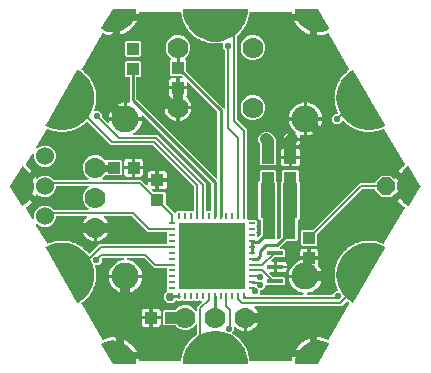
<source format=gbr>
G04 EAGLE Gerber RS-274X export*
G75*
%MOMM*%
%FSLAX34Y34*%
%LPD*%
%INBottom Copper*%
%IPPOS*%
%AMOC8*
5,1,8,0,0,1.08239X$1,22.5*%
G01*
%ADD10R,1.100000X1.000000*%
%ADD11R,1.000000X1.100000*%
%ADD12R,1.300000X1.500000*%
%ADD13R,0.800000X0.500000*%
%ADD14C,1.524000*%
%ADD15C,1.000000*%
%ADD16P,1.649562X8X22.500000*%
%ADD17R,0.550000X0.254000*%
%ADD18R,0.254000X0.550000*%
%ADD19R,5.600000X5.600000*%
%ADD20C,1.778000*%
%ADD21C,2.286000*%
%ADD22R,1.399997X0.400000*%
%ADD23C,1.016000*%
%ADD24C,0.812800*%
%ADD25C,0.609600*%
%ADD26C,0.750000*%
%ADD27C,0.550000*%
%ADD28C,0.203200*%
%ADD29C,0.254000*%

G36*
X74416Y57651D02*
X74416Y57651D01*
X74480Y57651D01*
X74536Y57671D01*
X74595Y57680D01*
X74652Y57710D01*
X74712Y57731D01*
X74760Y57768D01*
X74813Y57796D01*
X74857Y57842D01*
X74907Y57881D01*
X74941Y57930D01*
X74982Y57974D01*
X75009Y58032D01*
X75045Y58085D01*
X75061Y58143D01*
X75086Y58197D01*
X75093Y58260D01*
X75110Y58322D01*
X75106Y58382D01*
X75113Y58441D01*
X75099Y58504D01*
X75096Y58568D01*
X75073Y58623D01*
X75061Y58682D01*
X75028Y58737D01*
X75004Y58796D01*
X74965Y58841D01*
X74934Y58893D01*
X74886Y58934D01*
X74844Y58983D01*
X74793Y59014D01*
X74748Y59053D01*
X74688Y59077D01*
X74634Y59110D01*
X74550Y59132D01*
X74519Y59145D01*
X74495Y59147D01*
X74472Y59154D01*
X72929Y59398D01*
X70837Y60078D01*
X68878Y61076D01*
X67099Y62369D01*
X65544Y63924D01*
X64251Y65703D01*
X63253Y67662D01*
X62573Y69754D01*
X62296Y71502D01*
X75438Y71502D01*
X75458Y71505D01*
X75477Y71503D01*
X75579Y71525D01*
X75681Y71542D01*
X75698Y71551D01*
X75718Y71555D01*
X75807Y71608D01*
X75898Y71657D01*
X75912Y71671D01*
X75929Y71681D01*
X75996Y71760D01*
X76067Y71835D01*
X76076Y71853D01*
X76089Y71868D01*
X76127Y71964D01*
X76171Y72058D01*
X76173Y72078D01*
X76181Y72096D01*
X76199Y72263D01*
X76199Y73787D01*
X76196Y73807D01*
X76198Y73826D01*
X76176Y73928D01*
X76159Y74030D01*
X76150Y74047D01*
X76146Y74067D01*
X76093Y74156D01*
X76044Y74247D01*
X76030Y74261D01*
X76020Y74278D01*
X75941Y74345D01*
X75866Y74416D01*
X75848Y74425D01*
X75833Y74438D01*
X75737Y74477D01*
X75643Y74520D01*
X75623Y74522D01*
X75605Y74530D01*
X75438Y74548D01*
X62296Y74548D01*
X62573Y76296D01*
X63253Y78388D01*
X64251Y80347D01*
X65544Y82126D01*
X67099Y83681D01*
X68878Y84974D01*
X70837Y85972D01*
X71308Y86125D01*
X71329Y86136D01*
X71353Y86141D01*
X71438Y86192D01*
X71527Y86238D01*
X71543Y86255D01*
X71564Y86267D01*
X71629Y86343D01*
X71698Y86415D01*
X71708Y86436D01*
X71724Y86454D01*
X71761Y86547D01*
X71804Y86637D01*
X71807Y86660D01*
X71816Y86683D01*
X71830Y86814D01*
X73895Y86814D01*
X73928Y86820D01*
X74014Y86824D01*
X74978Y86976D01*
X75010Y86946D01*
X75028Y86938D01*
X75043Y86925D01*
X75139Y86886D01*
X75233Y86842D01*
X75253Y86840D01*
X75271Y86833D01*
X75438Y86814D01*
X76962Y86814D01*
X76982Y86818D01*
X77001Y86815D01*
X77103Y86837D01*
X77205Y86854D01*
X77222Y86863D01*
X77242Y86868D01*
X77331Y86921D01*
X77422Y86969D01*
X77428Y86975D01*
X78386Y86824D01*
X78419Y86824D01*
X78505Y86814D01*
X78613Y86814D01*
X78633Y86818D01*
X78652Y86815D01*
X78754Y86837D01*
X78856Y86854D01*
X78873Y86863D01*
X78893Y86868D01*
X78982Y86921D01*
X79073Y86969D01*
X79087Y86984D01*
X79104Y86994D01*
X79171Y87072D01*
X79242Y87147D01*
X79251Y87166D01*
X79264Y87181D01*
X79303Y87277D01*
X79346Y87371D01*
X79348Y87390D01*
X79356Y87409D01*
X79374Y87576D01*
X79374Y88338D01*
X79376Y88338D01*
X79376Y87576D01*
X79379Y87556D01*
X79377Y87536D01*
X79399Y87435D01*
X79416Y87333D01*
X79425Y87315D01*
X79429Y87296D01*
X79482Y87207D01*
X79531Y87115D01*
X79545Y87102D01*
X79555Y87085D01*
X79634Y87017D01*
X79709Y86946D01*
X79727Y86938D01*
X79742Y86925D01*
X79838Y86886D01*
X79932Y86842D01*
X79952Y86840D01*
X79970Y86833D01*
X80137Y86814D01*
X86916Y86814D01*
X86916Y82499D01*
X86907Y82389D01*
X86896Y82274D01*
X86897Y82266D01*
X86897Y82259D01*
X86925Y82146D01*
X86950Y82034D01*
X86954Y82028D01*
X86956Y82020D01*
X87039Y81874D01*
X88149Y80347D01*
X89147Y78388D01*
X89827Y76296D01*
X90104Y74548D01*
X76962Y74548D01*
X76942Y74545D01*
X76923Y74547D01*
X76821Y74525D01*
X76719Y74508D01*
X76702Y74499D01*
X76682Y74495D01*
X76593Y74442D01*
X76502Y74393D01*
X76488Y74379D01*
X76471Y74369D01*
X76404Y74290D01*
X76333Y74215D01*
X76324Y74197D01*
X76311Y74182D01*
X76273Y74086D01*
X76229Y73992D01*
X76227Y73972D01*
X76219Y73954D01*
X76201Y73787D01*
X76201Y72263D01*
X76204Y72243D01*
X76202Y72224D01*
X76224Y72122D01*
X76241Y72020D01*
X76250Y72003D01*
X76254Y71983D01*
X76307Y71894D01*
X76356Y71803D01*
X76370Y71789D01*
X76380Y71772D01*
X76459Y71705D01*
X76534Y71634D01*
X76552Y71625D01*
X76567Y71612D01*
X76663Y71573D01*
X76757Y71530D01*
X76777Y71528D01*
X76795Y71520D01*
X76962Y71502D01*
X90104Y71502D01*
X89827Y69754D01*
X89147Y67662D01*
X88149Y65703D01*
X86856Y63924D01*
X85301Y62369D01*
X83522Y61076D01*
X81563Y60078D01*
X79471Y59398D01*
X77928Y59154D01*
X77868Y59134D01*
X77805Y59123D01*
X77752Y59095D01*
X77695Y59077D01*
X77644Y59038D01*
X77587Y59008D01*
X77546Y58965D01*
X77498Y58929D01*
X77462Y58876D01*
X77418Y58830D01*
X77393Y58776D01*
X77359Y58726D01*
X77341Y58665D01*
X77314Y58607D01*
X77308Y58547D01*
X77291Y58490D01*
X77294Y58426D01*
X77287Y58363D01*
X77300Y58304D01*
X77303Y58244D01*
X77326Y58185D01*
X77339Y58122D01*
X77370Y58071D01*
X77392Y58015D01*
X77433Y57966D01*
X77466Y57911D01*
X77511Y57872D01*
X77550Y57826D01*
X77604Y57793D01*
X77652Y57751D01*
X77708Y57729D01*
X77759Y57697D01*
X77821Y57683D01*
X77881Y57659D01*
X77967Y57650D01*
X77999Y57642D01*
X78023Y57643D01*
X78047Y57641D01*
X98608Y57641D01*
X98698Y57655D01*
X98789Y57663D01*
X98819Y57675D01*
X98851Y57680D01*
X98931Y57723D01*
X99015Y57759D01*
X99047Y57785D01*
X99068Y57796D01*
X99090Y57819D01*
X99146Y57864D01*
X101859Y60576D01*
X103016Y60576D01*
X103110Y60592D01*
X103205Y60600D01*
X103231Y60611D01*
X103259Y60616D01*
X103343Y60661D01*
X103430Y60699D01*
X103451Y60718D01*
X103476Y60731D01*
X103542Y60800D01*
X103612Y60864D01*
X103626Y60889D01*
X103645Y60909D01*
X103685Y60996D01*
X103732Y61079D01*
X103737Y61107D01*
X103749Y61132D01*
X103759Y61227D01*
X103777Y61321D01*
X103773Y61349D01*
X103776Y61377D01*
X103756Y61470D01*
X103742Y61565D01*
X103728Y61597D01*
X103724Y61617D01*
X103708Y61643D01*
X103708Y61644D01*
X103705Y61649D01*
X103675Y61718D01*
X103386Y62218D01*
X103387Y62290D01*
X103396Y62378D01*
X103388Y62412D01*
X103388Y62447D01*
X103344Y62609D01*
X102538Y64660D01*
X102521Y64690D01*
X102510Y64723D01*
X102458Y64795D01*
X102413Y64872D01*
X102386Y64894D01*
X102366Y64922D01*
X102304Y64972D01*
X102160Y65599D01*
X102148Y65630D01*
X102127Y65708D01*
X101893Y66304D01*
X101904Y66375D01*
X101926Y66461D01*
X101923Y66496D01*
X101929Y66530D01*
X101910Y66696D01*
X101419Y68845D01*
X101405Y68877D01*
X101400Y68912D01*
X101359Y68991D01*
X101326Y69073D01*
X101303Y69099D01*
X101287Y69130D01*
X101233Y69188D01*
X101185Y69830D01*
X101177Y69862D01*
X101168Y69942D01*
X101025Y70567D01*
X101047Y70635D01*
X101081Y70717D01*
X101084Y70752D01*
X101094Y70785D01*
X101100Y70952D01*
X100935Y73150D01*
X100927Y73184D01*
X100927Y73219D01*
X100898Y73303D01*
X100877Y73389D01*
X100858Y73419D01*
X100847Y73451D01*
X100802Y73517D01*
X100850Y74159D01*
X100847Y74192D01*
X100850Y74273D01*
X100802Y74911D01*
X100834Y74976D01*
X100880Y75051D01*
X100888Y75085D01*
X100903Y75116D01*
X100934Y75281D01*
X101098Y77479D01*
X101095Y77514D01*
X101100Y77548D01*
X101084Y77636D01*
X101077Y77724D01*
X101063Y77756D01*
X101057Y77790D01*
X101022Y77862D01*
X101165Y78489D01*
X101167Y78522D01*
X101182Y78602D01*
X101230Y79240D01*
X101270Y79299D01*
X101328Y79367D01*
X101340Y79400D01*
X101360Y79428D01*
X101415Y79587D01*
X101905Y81736D01*
X101907Y81770D01*
X101917Y81803D01*
X101915Y81892D01*
X101920Y81981D01*
X101911Y82015D01*
X101910Y82049D01*
X101886Y82125D01*
X102121Y82724D01*
X102128Y82757D01*
X102155Y82833D01*
X102297Y83457D01*
X102346Y83509D01*
X102413Y83568D01*
X102430Y83598D01*
X102454Y83624D01*
X102532Y83772D01*
X103337Y85824D01*
X103344Y85858D01*
X103359Y85889D01*
X103370Y85978D01*
X103389Y86065D01*
X103385Y86099D01*
X103389Y86133D01*
X103377Y86212D01*
X103698Y86770D01*
X103710Y86800D01*
X103748Y86872D01*
X103982Y87468D01*
X104038Y87512D01*
X104113Y87561D01*
X104134Y87588D01*
X104162Y87609D01*
X104261Y87744D01*
X105362Y89654D01*
X105375Y89686D01*
X105394Y89715D01*
X105418Y89801D01*
X105449Y89884D01*
X105451Y89918D01*
X105460Y89952D01*
X105460Y90031D01*
X105861Y90535D01*
X105877Y90563D01*
X105925Y90629D01*
X106245Y91183D01*
X106307Y91219D01*
X106388Y91255D01*
X106414Y91279D01*
X106444Y91296D01*
X106562Y91415D01*
X107936Y93138D01*
X107953Y93169D01*
X107976Y93194D01*
X108013Y93276D01*
X108056Y93353D01*
X108063Y93387D01*
X108077Y93419D01*
X108088Y93497D01*
X108560Y93935D01*
X108580Y93961D01*
X108637Y94019D01*
X109037Y94520D01*
X109103Y94545D01*
X109189Y94569D01*
X109218Y94589D01*
X109250Y94601D01*
X109385Y94701D01*
X111000Y96201D01*
X111021Y96228D01*
X111048Y96250D01*
X111096Y96325D01*
X111151Y96395D01*
X111162Y96428D01*
X111181Y96457D01*
X111204Y96533D01*
X111736Y96896D01*
X111760Y96918D01*
X111825Y96967D01*
X112294Y97402D01*
X112364Y97418D01*
X112453Y97429D01*
X112484Y97444D01*
X112518Y97451D01*
X112666Y97530D01*
X114487Y98772D01*
X114512Y98796D01*
X114542Y98814D01*
X114600Y98880D01*
X114665Y98942D01*
X114681Y98972D01*
X114704Y98999D01*
X114738Y99070D01*
X115318Y99350D01*
X115345Y99368D01*
X115416Y99407D01*
X115945Y99767D01*
X116017Y99772D01*
X116106Y99770D01*
X116139Y99780D01*
X116174Y99783D01*
X116332Y99838D01*
X118317Y100795D01*
X118346Y100815D01*
X118378Y100828D01*
X118446Y100886D01*
X118519Y100936D01*
X118539Y100964D01*
X118566Y100987D01*
X118610Y101052D01*
X119225Y101242D01*
X119255Y101257D01*
X119331Y101284D01*
X119908Y101562D01*
X119980Y101556D01*
X120067Y101541D01*
X120101Y101546D01*
X120136Y101543D01*
X120301Y101574D01*
X122407Y102225D01*
X122438Y102240D01*
X122472Y102248D01*
X122548Y102295D01*
X122627Y102334D01*
X122651Y102359D01*
X122681Y102377D01*
X122735Y102435D01*
X123371Y102532D01*
X123403Y102542D01*
X123482Y102557D01*
X124094Y102746D01*
X124164Y102729D01*
X124248Y102701D01*
X124283Y102701D01*
X124317Y102693D01*
X124484Y102700D01*
X126664Y103029D01*
X126697Y103040D01*
X126731Y103042D01*
X126813Y103077D01*
X126898Y103104D01*
X126926Y103125D01*
X126958Y103139D01*
X127019Y103188D01*
X127663Y103188D01*
X127696Y103194D01*
X127777Y103197D01*
X128410Y103293D01*
X128476Y103266D01*
X128555Y103225D01*
X128590Y103220D01*
X128622Y103207D01*
X128789Y103189D01*
X130993Y103190D01*
X131027Y103195D01*
X131062Y103193D01*
X131148Y103215D01*
X131235Y103229D01*
X131266Y103246D01*
X131300Y103254D01*
X131368Y103294D01*
X132005Y103198D01*
X132038Y103199D01*
X132118Y103190D01*
X132759Y103190D01*
X132821Y103154D01*
X132893Y103102D01*
X132926Y103092D01*
X132956Y103074D01*
X133118Y103031D01*
X135298Y102703D01*
X135332Y102704D01*
X135366Y102696D01*
X135455Y102705D01*
X135543Y102706D01*
X135576Y102718D01*
X135611Y102721D01*
X135684Y102751D01*
X136300Y102561D01*
X136332Y102557D01*
X136411Y102536D01*
X137044Y102441D01*
X137100Y102395D01*
X137163Y102333D01*
X137194Y102318D01*
X137221Y102296D01*
X137375Y102230D01*
X139482Y101581D01*
X139516Y101576D01*
X139548Y101563D01*
X139637Y101559D01*
X139725Y101547D01*
X139759Y101554D01*
X139794Y101552D01*
X139871Y101570D01*
X140451Y101291D01*
X140483Y101281D01*
X140557Y101249D01*
X141169Y101061D01*
X141218Y101008D01*
X141271Y100937D01*
X141300Y100917D01*
X141323Y100892D01*
X141466Y100803D01*
X141978Y100556D01*
X142087Y100524D01*
X142197Y100489D01*
X142206Y100489D01*
X142214Y100487D01*
X142329Y100491D01*
X142443Y100493D01*
X142451Y100496D01*
X142460Y100496D01*
X142567Y100537D01*
X142675Y100575D01*
X142682Y100580D01*
X142690Y100583D01*
X142779Y100656D01*
X142868Y100726D01*
X142875Y100735D01*
X142880Y100739D01*
X142893Y100759D01*
X142968Y100861D01*
X160132Y130591D01*
X160165Y130678D01*
X160204Y130762D01*
X160208Y130792D01*
X160219Y130821D01*
X160222Y130914D01*
X160233Y131007D01*
X160226Y131036D01*
X160228Y131067D01*
X160201Y131156D01*
X160182Y131247D01*
X160166Y131273D01*
X160158Y131302D01*
X160104Y131379D01*
X160057Y131459D01*
X160029Y131486D01*
X160016Y131504D01*
X159990Y131523D01*
X159936Y131575D01*
X159221Y132123D01*
X158628Y132579D01*
X156580Y134627D01*
X154817Y136924D01*
X153369Y139432D01*
X152261Y142108D01*
X152183Y142398D01*
X152144Y142484D01*
X152111Y142574D01*
X152093Y142596D01*
X152082Y142622D01*
X152017Y142692D01*
X151957Y142766D01*
X151933Y142782D01*
X151914Y142802D01*
X151831Y142848D01*
X151750Y142899D01*
X151723Y142906D01*
X151698Y142920D01*
X151604Y142936D01*
X151512Y142959D01*
X151484Y142957D01*
X151456Y142962D01*
X151361Y142948D01*
X151267Y142940D01*
X151241Y142929D01*
X151213Y142925D01*
X151128Y142881D01*
X151040Y142844D01*
X151013Y142822D01*
X150994Y142812D01*
X150971Y142789D01*
X150909Y142739D01*
X148250Y140080D01*
X140675Y140080D01*
X135318Y145437D01*
X135318Y145923D01*
X135315Y145943D01*
X135317Y145962D01*
X135295Y146064D01*
X135278Y146166D01*
X135269Y146183D01*
X135264Y146203D01*
X135211Y146292D01*
X135163Y146383D01*
X135149Y146397D01*
X135138Y146414D01*
X135060Y146481D01*
X134985Y146553D01*
X134967Y146561D01*
X134951Y146574D01*
X134855Y146613D01*
X134762Y146656D01*
X134742Y146658D01*
X134723Y146666D01*
X134557Y146684D01*
X124630Y146684D01*
X124540Y146670D01*
X124449Y146662D01*
X124419Y146650D01*
X124387Y146645D01*
X124307Y146602D01*
X124223Y146566D01*
X124191Y146540D01*
X124170Y146529D01*
X124148Y146506D01*
X124092Y146461D01*
X86123Y108492D01*
X86070Y108418D01*
X86010Y108349D01*
X85998Y108318D01*
X85979Y108292D01*
X85952Y108205D01*
X85918Y108120D01*
X85914Y108080D01*
X85907Y108057D01*
X85908Y108025D01*
X85900Y107954D01*
X85900Y99206D01*
X85007Y98313D01*
X73743Y98313D01*
X72850Y99206D01*
X72850Y111469D01*
X73743Y112362D01*
X82491Y112362D01*
X82581Y112377D01*
X82672Y112384D01*
X82702Y112397D01*
X82734Y112402D01*
X82815Y112445D01*
X82899Y112480D01*
X82931Y112506D01*
X82951Y112517D01*
X82957Y112523D01*
X82975Y112541D01*
X83030Y112585D01*
X122210Y151766D01*
X134557Y151766D01*
X134576Y151769D01*
X134596Y151767D01*
X134697Y151789D01*
X134799Y151805D01*
X134817Y151815D01*
X134836Y151819D01*
X134925Y151872D01*
X135017Y151921D01*
X135030Y151935D01*
X135047Y151945D01*
X135115Y152024D01*
X135186Y152099D01*
X135194Y152117D01*
X135207Y152132D01*
X135246Y152228D01*
X135290Y152322D01*
X135292Y152342D01*
X135299Y152360D01*
X135318Y152527D01*
X135318Y153013D01*
X140675Y158370D01*
X148250Y158370D01*
X150909Y155711D01*
X150987Y155655D01*
X151060Y155594D01*
X151086Y155584D01*
X151109Y155567D01*
X151200Y155539D01*
X151289Y155505D01*
X151317Y155503D01*
X151344Y155495D01*
X151440Y155497D01*
X151535Y155493D01*
X151562Y155501D01*
X151590Y155501D01*
X151680Y155534D01*
X151771Y155560D01*
X151794Y155576D01*
X151821Y155586D01*
X151896Y155645D01*
X151974Y155699D01*
X151991Y155722D01*
X152013Y155739D01*
X152065Y155820D01*
X152122Y155896D01*
X152135Y155929D01*
X152146Y155946D01*
X152154Y155978D01*
X152183Y156052D01*
X152260Y156342D01*
X153369Y159018D01*
X154817Y161525D01*
X154834Y161548D01*
X156580Y163823D01*
X158628Y165871D01*
X159936Y166875D01*
X159999Y166943D01*
X160069Y167005D01*
X160083Y167032D01*
X160104Y167054D01*
X160143Y167139D01*
X160188Y167220D01*
X160194Y167250D01*
X160207Y167278D01*
X160216Y167370D01*
X160233Y167462D01*
X160229Y167492D01*
X160232Y167522D01*
X160212Y167613D01*
X160199Y167706D01*
X160184Y167741D01*
X160179Y167762D01*
X160162Y167790D01*
X160132Y167859D01*
X142968Y197589D01*
X142895Y197678D01*
X142825Y197767D01*
X142818Y197772D01*
X142812Y197779D01*
X142715Y197840D01*
X142620Y197903D01*
X142611Y197905D01*
X142604Y197910D01*
X142492Y197937D01*
X142382Y197966D01*
X142373Y197965D01*
X142365Y197967D01*
X142251Y197957D01*
X142137Y197950D01*
X142127Y197946D01*
X142120Y197945D01*
X142098Y197936D01*
X141978Y197894D01*
X141466Y197647D01*
X141437Y197627D01*
X141405Y197615D01*
X141337Y197557D01*
X141264Y197506D01*
X141244Y197478D01*
X141217Y197456D01*
X141172Y197390D01*
X140557Y197201D01*
X140528Y197186D01*
X140451Y197159D01*
X139874Y196882D01*
X139803Y196888D01*
X139715Y196903D01*
X139681Y196898D01*
X139647Y196901D01*
X139482Y196869D01*
X137375Y196220D01*
X137344Y196205D01*
X137310Y196197D01*
X137235Y196150D01*
X137155Y196111D01*
X137131Y196086D01*
X137101Y196068D01*
X137047Y196010D01*
X136410Y195914D01*
X136379Y195904D01*
X136300Y195889D01*
X135688Y195700D01*
X135618Y195717D01*
X135534Y195745D01*
X135499Y195745D01*
X135465Y195753D01*
X135298Y195747D01*
X133118Y195419D01*
X133085Y195408D01*
X133050Y195406D01*
X132968Y195371D01*
X132884Y195344D01*
X132856Y195323D01*
X132824Y195309D01*
X132762Y195260D01*
X132118Y195260D01*
X132086Y195255D01*
X132005Y195252D01*
X131372Y195156D01*
X131305Y195183D01*
X131226Y195224D01*
X131192Y195229D01*
X131159Y195242D01*
X130993Y195260D01*
X128789Y195261D01*
X128754Y195256D01*
X128720Y195258D01*
X128634Y195236D01*
X128546Y195222D01*
X128515Y195205D01*
X128482Y195197D01*
X128413Y195157D01*
X127777Y195253D01*
X127744Y195253D01*
X127663Y195262D01*
X127023Y195262D01*
X126961Y195298D01*
X126889Y195350D01*
X126856Y195360D01*
X126826Y195378D01*
X126664Y195421D01*
X124484Y195750D01*
X124449Y195750D01*
X124416Y195757D01*
X124327Y195748D01*
X124238Y195747D01*
X124205Y195736D01*
X124171Y195732D01*
X124097Y195703D01*
X123482Y195893D01*
X123450Y195898D01*
X123371Y195918D01*
X122738Y196014D01*
X122682Y196059D01*
X122619Y196121D01*
X122588Y196136D01*
X122561Y196158D01*
X122407Y196225D01*
X120301Y196876D01*
X120266Y196880D01*
X120234Y196893D01*
X120145Y196897D01*
X120057Y196909D01*
X120023Y196903D01*
X119988Y196904D01*
X119911Y196887D01*
X119331Y197166D01*
X119300Y197175D01*
X119225Y197208D01*
X118613Y197397D01*
X118565Y197450D01*
X118511Y197521D01*
X118483Y197540D01*
X118459Y197566D01*
X118317Y197655D01*
X116332Y198612D01*
X116299Y198622D01*
X116268Y198639D01*
X116181Y198656D01*
X116096Y198681D01*
X116061Y198680D01*
X116027Y198687D01*
X115948Y198681D01*
X115416Y199043D01*
X115387Y199057D01*
X115318Y199100D01*
X114741Y199378D01*
X114701Y199438D01*
X114659Y199516D01*
X114633Y199540D01*
X114614Y199569D01*
X114487Y199678D01*
X112666Y200920D01*
X112634Y200935D01*
X112607Y200956D01*
X112524Y200986D01*
X112443Y201024D01*
X112408Y201028D01*
X112376Y201040D01*
X112297Y201045D01*
X111825Y201483D01*
X111798Y201502D01*
X111736Y201554D01*
X111207Y201915D01*
X111177Y201980D01*
X111146Y202064D01*
X111125Y202091D01*
X111110Y202122D01*
X111000Y202249D01*
X109385Y203749D01*
X109356Y203768D01*
X109332Y203793D01*
X109254Y203836D01*
X109180Y203885D01*
X109147Y203894D01*
X109116Y203910D01*
X109039Y203928D01*
X108637Y204431D01*
X108613Y204454D01*
X108560Y204515D01*
X108482Y204587D01*
X108477Y204591D01*
X108474Y204595D01*
X108375Y204659D01*
X108277Y204723D01*
X108271Y204725D01*
X108267Y204728D01*
X108152Y204757D01*
X108039Y204787D01*
X108034Y204787D01*
X108028Y204788D01*
X107912Y204779D01*
X107794Y204772D01*
X107789Y204769D01*
X107783Y204769D01*
X107676Y204723D01*
X107566Y204679D01*
X107562Y204675D01*
X107557Y204673D01*
X107426Y204568D01*
X104958Y202100D01*
X101417Y202100D01*
X98913Y204604D01*
X98913Y208146D01*
X101417Y210650D01*
X102975Y210650D01*
X103069Y210665D01*
X103164Y210674D01*
X103190Y210685D01*
X103218Y210689D01*
X103302Y210734D01*
X103389Y210772D01*
X103410Y210791D01*
X103435Y210805D01*
X103501Y210873D01*
X103571Y210938D01*
X103585Y210962D01*
X103605Y210983D01*
X103645Y211069D01*
X103691Y211152D01*
X103696Y211180D01*
X103708Y211206D01*
X103719Y211301D01*
X103736Y211394D01*
X103732Y211422D01*
X103735Y211450D01*
X103715Y211543D01*
X103702Y211638D01*
X103687Y211670D01*
X103683Y211691D01*
X103666Y211719D01*
X103634Y211791D01*
X103378Y212235D01*
X103379Y212307D01*
X103388Y212395D01*
X103380Y212429D01*
X103381Y212464D01*
X103337Y212626D01*
X102532Y214678D01*
X102515Y214708D01*
X102504Y214741D01*
X102452Y214813D01*
X102407Y214889D01*
X102380Y214912D01*
X102360Y214940D01*
X102298Y214989D01*
X102155Y215617D01*
X102143Y215648D01*
X102121Y215726D01*
X101888Y216322D01*
X101899Y216393D01*
X101921Y216479D01*
X101918Y216513D01*
X101924Y216548D01*
X101905Y216714D01*
X101415Y218863D01*
X101402Y218896D01*
X101397Y218930D01*
X101356Y219009D01*
X101322Y219091D01*
X101300Y219118D01*
X101284Y219148D01*
X101230Y219206D01*
X101182Y219848D01*
X101174Y219880D01*
X101165Y219961D01*
X101023Y220585D01*
X101044Y220653D01*
X101079Y220735D01*
X101082Y220770D01*
X101092Y220803D01*
X101098Y220971D01*
X100934Y223169D01*
X100926Y223202D01*
X100926Y223237D01*
X100897Y223322D01*
X100876Y223408D01*
X100858Y223437D01*
X100847Y223470D01*
X100802Y223536D01*
X100850Y224177D01*
X100847Y224210D01*
X100850Y224291D01*
X100803Y224930D01*
X100834Y224994D01*
X100881Y225070D01*
X100889Y225104D01*
X100904Y225135D01*
X100935Y225300D01*
X101100Y227498D01*
X101097Y227532D01*
X101102Y227567D01*
X101087Y227654D01*
X101079Y227743D01*
X101065Y227775D01*
X101059Y227809D01*
X101024Y227880D01*
X101168Y228508D01*
X101170Y228541D01*
X101185Y228620D01*
X101233Y229259D01*
X101274Y229317D01*
X101331Y229386D01*
X101344Y229418D01*
X101363Y229446D01*
X101419Y229605D01*
X101910Y231754D01*
X101912Y231788D01*
X101922Y231821D01*
X101919Y231910D01*
X101925Y231999D01*
X101916Y232033D01*
X101915Y232067D01*
X101892Y232143D01*
X102127Y232742D01*
X102134Y232774D01*
X102160Y232851D01*
X102303Y233475D01*
X102352Y233527D01*
X102419Y233586D01*
X102436Y233616D01*
X102460Y233641D01*
X102538Y233790D01*
X103344Y235841D01*
X103352Y235875D01*
X103367Y235906D01*
X103377Y235995D01*
X103396Y236082D01*
X103392Y236116D01*
X103396Y236151D01*
X103385Y236229D01*
X103707Y236786D01*
X103718Y236817D01*
X103756Y236889D01*
X103990Y237485D01*
X104047Y237529D01*
X104121Y237577D01*
X104143Y237604D01*
X104170Y237626D01*
X104270Y237761D01*
X105372Y239669D01*
X105385Y239702D01*
X105404Y239731D01*
X105428Y239816D01*
X105459Y239899D01*
X105461Y239934D01*
X105470Y239968D01*
X105470Y240047D01*
X105871Y240550D01*
X105884Y240573D01*
X105901Y240591D01*
X105910Y240609D01*
X105935Y240644D01*
X106256Y241198D01*
X106318Y241234D01*
X106399Y241270D01*
X106425Y241294D01*
X106455Y241311D01*
X106573Y241430D01*
X107948Y243153D01*
X107965Y243183D01*
X107989Y243208D01*
X108025Y243289D01*
X108068Y243367D01*
X108075Y243401D01*
X108089Y243433D01*
X108101Y243511D01*
X108573Y243949D01*
X108593Y243975D01*
X108650Y244032D01*
X109050Y244533D01*
X109116Y244558D01*
X109202Y244582D01*
X109231Y244602D01*
X109263Y244614D01*
X109398Y244714D01*
X111014Y246213D01*
X111035Y246240D01*
X111063Y246262D01*
X111111Y246337D01*
X111165Y246407D01*
X111177Y246440D01*
X111195Y246469D01*
X111219Y246545D01*
X111751Y246907D01*
X111775Y246930D01*
X111840Y246978D01*
X112309Y247414D01*
X112379Y247429D01*
X112467Y247440D01*
X112499Y247455D01*
X112533Y247462D01*
X112681Y247541D01*
X113136Y247851D01*
X113219Y247930D01*
X113304Y248007D01*
X113308Y248015D01*
X113314Y248021D01*
X113368Y248122D01*
X113423Y248222D01*
X113425Y248231D01*
X113429Y248238D01*
X113447Y248351D01*
X113468Y248464D01*
X113467Y248472D01*
X113469Y248481D01*
X113450Y248594D01*
X113434Y248707D01*
X113430Y248717D01*
X113429Y248724D01*
X113418Y248744D01*
X113367Y248861D01*
X96205Y278587D01*
X96146Y278659D01*
X96093Y278736D01*
X96068Y278754D01*
X96049Y278778D01*
X95970Y278827D01*
X95896Y278883D01*
X95867Y278892D01*
X95840Y278909D01*
X95750Y278930D01*
X95662Y278959D01*
X95631Y278959D01*
X95601Y278966D01*
X95509Y278958D01*
X95416Y278957D01*
X95379Y278946D01*
X95356Y278944D01*
X95327Y278931D01*
X95255Y278910D01*
X93692Y278265D01*
X90899Y277521D01*
X88032Y277147D01*
X85141Y277150D01*
X84123Y277285D01*
X84123Y279857D01*
X84198Y279841D01*
X84232Y279841D01*
X84278Y279832D01*
X87335Y279705D01*
X87369Y279710D01*
X87416Y279708D01*
X90454Y280073D01*
X90486Y280084D01*
X90532Y280089D01*
X93472Y280937D01*
X93502Y280953D01*
X93548Y280965D01*
X96314Y282274D01*
X96336Y282291D01*
X96363Y282301D01*
X96415Y282350D01*
X96473Y282393D01*
X96487Y282418D01*
X96508Y282437D01*
X96537Y282503D01*
X96573Y282565D01*
X96576Y282593D01*
X96588Y282619D01*
X96589Y282691D01*
X96598Y282762D01*
X96590Y282789D01*
X96591Y282818D01*
X96555Y282913D01*
X96544Y282953D01*
X96537Y282962D01*
X96533Y282974D01*
X87033Y299474D01*
X86981Y299533D01*
X86935Y299595D01*
X86916Y299606D01*
X86901Y299623D01*
X86831Y299657D01*
X86764Y299697D01*
X86740Y299701D01*
X86722Y299709D01*
X86677Y299711D01*
X86600Y299724D01*
X67600Y299724D01*
X67572Y299719D01*
X67544Y299721D01*
X67476Y299699D01*
X67405Y299685D01*
X67382Y299669D01*
X67355Y299660D01*
X67300Y299613D01*
X67241Y299572D01*
X67226Y299548D01*
X67205Y299530D01*
X67173Y299465D01*
X67134Y299405D01*
X67129Y299377D01*
X67117Y299351D01*
X67108Y299250D01*
X67101Y299208D01*
X67103Y299198D01*
X67102Y299185D01*
X67345Y296135D01*
X67354Y296103D01*
X67358Y296056D01*
X67899Y293848D01*
X65216Y293848D01*
X64931Y294917D01*
X64717Y296561D01*
X64690Y296651D01*
X64670Y296743D01*
X64655Y296768D01*
X64646Y296797D01*
X64592Y296873D01*
X64544Y296954D01*
X64521Y296973D01*
X64504Y296998D01*
X64428Y297053D01*
X64357Y297114D01*
X64329Y297125D01*
X64305Y297143D01*
X64216Y297171D01*
X64129Y297206D01*
X64091Y297210D01*
X64070Y297216D01*
X64038Y297216D01*
X63962Y297224D01*
X29587Y297224D01*
X29475Y297206D01*
X29361Y297190D01*
X29353Y297186D01*
X29344Y297185D01*
X29244Y297131D01*
X29141Y297080D01*
X29134Y297074D01*
X29127Y297069D01*
X29048Y296987D01*
X28967Y296905D01*
X28963Y296897D01*
X28957Y296891D01*
X28909Y296787D01*
X28859Y296685D01*
X28857Y296674D01*
X28854Y296668D01*
X28851Y296645D01*
X28828Y296520D01*
X28786Y295964D01*
X28789Y295929D01*
X28784Y295895D01*
X28800Y295807D01*
X28807Y295719D01*
X28821Y295687D01*
X28828Y295653D01*
X28862Y295581D01*
X28719Y294954D01*
X28717Y294921D01*
X28702Y294841D01*
X28654Y294203D01*
X28613Y294144D01*
X28556Y294076D01*
X28543Y294043D01*
X28524Y294015D01*
X28468Y293857D01*
X27978Y291710D01*
X27976Y291675D01*
X27966Y291642D01*
X27969Y291553D01*
X27963Y291464D01*
X27972Y291431D01*
X27973Y291396D01*
X27997Y291320D01*
X27762Y290721D01*
X27755Y290689D01*
X27728Y290613D01*
X27586Y289988D01*
X27536Y289936D01*
X27470Y289877D01*
X27452Y289847D01*
X27428Y289822D01*
X27350Y289674D01*
X26546Y287624D01*
X26539Y287590D01*
X26524Y287559D01*
X26513Y287470D01*
X26494Y287383D01*
X26498Y287349D01*
X26494Y287315D01*
X26506Y287236D01*
X26184Y286679D01*
X26172Y286648D01*
X26135Y286576D01*
X25901Y285980D01*
X25844Y285936D01*
X25770Y285888D01*
X25748Y285860D01*
X25721Y285839D01*
X25621Y285704D01*
X24520Y283797D01*
X24508Y283765D01*
X24489Y283736D01*
X24465Y283650D01*
X24433Y283567D01*
X24432Y283532D01*
X24423Y283499D01*
X24423Y283419D01*
X24022Y282916D01*
X24005Y282887D01*
X23957Y282822D01*
X23637Y282268D01*
X23575Y282232D01*
X23494Y282196D01*
X23468Y282172D01*
X23438Y282155D01*
X23320Y282036D01*
X21947Y280315D01*
X21933Y280291D01*
X21915Y280271D01*
X21912Y280265D01*
X21906Y280259D01*
X21870Y280178D01*
X21827Y280100D01*
X21821Y280068D01*
X21812Y280048D01*
X21811Y280046D01*
X21806Y280034D01*
X21794Y279956D01*
X21323Y279518D01*
X21302Y279492D01*
X21245Y279435D01*
X20846Y278934D01*
X20779Y278908D01*
X20693Y278884D01*
X20665Y278865D01*
X20632Y278852D01*
X20498Y278753D01*
X18883Y277255D01*
X18862Y277228D01*
X18835Y277206D01*
X18787Y277131D01*
X18733Y277061D01*
X18721Y277028D01*
X18702Y276999D01*
X18675Y276910D01*
X18631Y276859D01*
X18570Y276800D01*
X18552Y276766D01*
X18526Y276736D01*
X18495Y276657D01*
X18455Y276583D01*
X18449Y276544D01*
X18434Y276508D01*
X18416Y276341D01*
X18416Y206155D01*
X18430Y206065D01*
X18438Y205974D01*
X18450Y205944D01*
X18455Y205912D01*
X18498Y205832D01*
X18534Y205748D01*
X18560Y205716D01*
X18571Y205695D01*
X18594Y205673D01*
X18639Y205617D01*
X26873Y197383D01*
X26873Y128238D01*
X26887Y128148D01*
X26895Y128057D01*
X26907Y128028D01*
X26912Y127996D01*
X26955Y127915D01*
X26991Y127831D01*
X27017Y127799D01*
X27028Y127778D01*
X27051Y127756D01*
X27096Y127700D01*
X27127Y127669D01*
X27127Y121550D01*
X27130Y121531D01*
X27128Y121511D01*
X27150Y121410D01*
X27166Y121308D01*
X27176Y121290D01*
X27180Y121271D01*
X27233Y121182D01*
X27282Y121090D01*
X27296Y121077D01*
X27306Y121060D01*
X27385Y120992D01*
X27460Y120921D01*
X27478Y120913D01*
X27493Y120900D01*
X27589Y120861D01*
X27683Y120817D01*
X27703Y120815D01*
X27721Y120808D01*
X27888Y120789D01*
X34007Y120789D01*
X34900Y119896D01*
X34900Y116093D01*
X34839Y116032D01*
X34827Y116016D01*
X34812Y116004D01*
X34756Y115917D01*
X34696Y115833D01*
X34690Y115814D01*
X34679Y115797D01*
X34654Y115696D01*
X34623Y115598D01*
X34624Y115578D01*
X34619Y115558D01*
X34627Y115455D01*
X34630Y115352D01*
X34636Y115333D01*
X34638Y115313D01*
X34678Y115218D01*
X34714Y115121D01*
X34726Y115105D01*
X34734Y115087D01*
X34839Y114956D01*
X34900Y114895D01*
X34900Y111092D01*
X34839Y111031D01*
X34827Y111015D01*
X34811Y111002D01*
X34755Y110915D01*
X34695Y110831D01*
X34689Y110812D01*
X34678Y110795D01*
X34653Y110695D01*
X34623Y110596D01*
X34623Y110576D01*
X34618Y110557D01*
X34626Y110454D01*
X34629Y110350D01*
X34636Y110331D01*
X34637Y110312D01*
X34678Y110216D01*
X34713Y110119D01*
X34726Y110103D01*
X34734Y110085D01*
X34839Y109954D01*
X34900Y109893D01*
X34900Y106910D01*
X34911Y106839D01*
X34913Y106768D01*
X34931Y106719D01*
X34939Y106667D01*
X34973Y106604D01*
X34998Y106537D01*
X35030Y106496D01*
X35055Y106450D01*
X35107Y106401D01*
X35151Y106345D01*
X35195Y106316D01*
X35233Y106281D01*
X35298Y106250D01*
X35358Y106212D01*
X35409Y106199D01*
X35456Y106177D01*
X35527Y106169D01*
X35597Y106152D01*
X35649Y106156D01*
X35700Y106150D01*
X35771Y106165D01*
X35842Y106171D01*
X35890Y106191D01*
X35941Y106202D01*
X36002Y106239D01*
X36068Y106267D01*
X36124Y106312D01*
X36152Y106328D01*
X36167Y106346D01*
X36199Y106372D01*
X38227Y108400D01*
X38280Y108474D01*
X38340Y108543D01*
X38352Y108573D01*
X38371Y108600D01*
X38398Y108687D01*
X38432Y108771D01*
X38436Y108812D01*
X38443Y108835D01*
X38442Y108867D01*
X38450Y108938D01*
X38450Y120389D01*
X38447Y120409D01*
X38449Y120428D01*
X38427Y120530D01*
X38411Y120632D01*
X38401Y120649D01*
X38397Y120669D01*
X38344Y120758D01*
X38295Y120849D01*
X38281Y120863D01*
X38271Y120880D01*
X38192Y120947D01*
X38117Y121019D01*
X38099Y121027D01*
X38084Y121040D01*
X37988Y121079D01*
X37894Y121122D01*
X37874Y121124D01*
X37856Y121132D01*
X37689Y121150D01*
X37343Y121150D01*
X36450Y122043D01*
X36450Y152594D01*
X37202Y153346D01*
X37255Y153420D01*
X37315Y153490D01*
X37327Y153520D01*
X37346Y153546D01*
X37373Y153633D01*
X37407Y153718D01*
X37411Y153759D01*
X37418Y153781D01*
X37417Y153813D01*
X37425Y153884D01*
X37425Y162232D01*
X38318Y163125D01*
X50582Y163125D01*
X51475Y162232D01*
X51475Y153934D01*
X51489Y153844D01*
X51497Y153753D01*
X51509Y153724D01*
X51514Y153692D01*
X51557Y153611D01*
X51593Y153527D01*
X51619Y153495D01*
X51630Y153474D01*
X51653Y153452D01*
X51698Y153396D01*
X52500Y152594D01*
X52500Y105352D01*
X52511Y105282D01*
X52513Y105210D01*
X52531Y105161D01*
X52539Y105110D01*
X52573Y105046D01*
X52598Y104979D01*
X52630Y104938D01*
X52655Y104892D01*
X52707Y104843D01*
X52751Y104787D01*
X52795Y104759D01*
X52833Y104723D01*
X52898Y104693D01*
X52958Y104654D01*
X53009Y104641D01*
X53056Y104619D01*
X53127Y104611D01*
X53197Y104594D01*
X53249Y104598D01*
X53300Y104592D01*
X53371Y104607D01*
X53442Y104613D01*
X53490Y104633D01*
X53541Y104644D01*
X53602Y104681D01*
X53668Y104709D01*
X53724Y104754D01*
X53752Y104771D01*
X53767Y104788D01*
X53799Y104814D01*
X55227Y106242D01*
X55280Y106316D01*
X55340Y106386D01*
X55352Y106416D01*
X55371Y106442D01*
X55398Y106529D01*
X55432Y106614D01*
X55436Y106655D01*
X55443Y106677D01*
X55442Y106709D01*
X55450Y106780D01*
X55450Y152594D01*
X56252Y153396D01*
X56305Y153470D01*
X56365Y153539D01*
X56377Y153570D01*
X56396Y153596D01*
X56423Y153683D01*
X56457Y153768D01*
X56461Y153809D01*
X56468Y153831D01*
X56467Y153863D01*
X56475Y153934D01*
X56475Y162232D01*
X57368Y163125D01*
X69632Y163125D01*
X70525Y162232D01*
X70525Y153884D01*
X70539Y153794D01*
X70547Y153703D01*
X70559Y153674D01*
X70564Y153642D01*
X70607Y153561D01*
X70643Y153477D01*
X70669Y153445D01*
X70680Y153424D01*
X70703Y153402D01*
X70748Y153346D01*
X71500Y152594D01*
X71500Y122043D01*
X70607Y121150D01*
X70261Y121150D01*
X70241Y121147D01*
X70222Y121149D01*
X70120Y121127D01*
X70018Y121111D01*
X70001Y121101D01*
X69981Y121097D01*
X69892Y121044D01*
X69801Y120995D01*
X69787Y120981D01*
X69770Y120971D01*
X69703Y120892D01*
X69631Y120817D01*
X69623Y120799D01*
X69610Y120784D01*
X69571Y120688D01*
X69528Y120594D01*
X69526Y120574D01*
X69518Y120556D01*
X69500Y120389D01*
X69500Y103906D01*
X68607Y103013D01*
X60218Y103013D01*
X60128Y102998D01*
X60037Y102991D01*
X60007Y102978D01*
X59975Y102973D01*
X59895Y102930D01*
X59811Y102895D01*
X59779Y102869D01*
X59758Y102858D01*
X59736Y102835D01*
X59680Y102790D01*
X55299Y98409D01*
X54677Y97787D01*
X54635Y97728D01*
X54585Y97677D01*
X54563Y97629D01*
X54533Y97587D01*
X54512Y97519D01*
X54482Y97453D01*
X54476Y97402D01*
X54461Y97352D01*
X54463Y97280D01*
X54455Y97209D01*
X54466Y97158D01*
X54467Y97106D01*
X54492Y97039D01*
X54507Y96969D01*
X54534Y96924D01*
X54551Y96875D01*
X54596Y96819D01*
X54633Y96758D01*
X54673Y96724D01*
X54705Y96683D01*
X54765Y96644D01*
X54820Y96598D01*
X54868Y96578D01*
X54912Y96550D01*
X54982Y96532D01*
X55048Y96506D01*
X55119Y96498D01*
X55151Y96490D01*
X55174Y96492D01*
X55215Y96487D01*
X58432Y96487D01*
X59325Y95594D01*
X59325Y90331D01*
X58432Y89438D01*
X50484Y89438D01*
X50394Y89423D01*
X50303Y89416D01*
X50273Y89403D01*
X50241Y89398D01*
X50160Y89355D01*
X50076Y89320D01*
X50044Y89294D01*
X50024Y89283D01*
X50001Y89260D01*
X49945Y89215D01*
X47533Y86803D01*
X47492Y86745D01*
X47442Y86693D01*
X47420Y86645D01*
X47390Y86603D01*
X47369Y86535D01*
X47339Y86469D01*
X47333Y86418D01*
X47317Y86368D01*
X47319Y86296D01*
X47311Y86225D01*
X47323Y86174D01*
X47324Y86122D01*
X47348Y86055D01*
X47364Y85985D01*
X47390Y85940D01*
X47408Y85891D01*
X47453Y85835D01*
X47490Y85774D01*
X47529Y85740D01*
X47562Y85699D01*
X47622Y85660D01*
X47677Y85614D01*
X47725Y85594D01*
X47769Y85566D01*
X47838Y85549D01*
X47905Y85522D01*
X47976Y85514D01*
X48007Y85506D01*
X48031Y85508D01*
X48072Y85503D01*
X49801Y85503D01*
X49801Y81201D01*
X49804Y81181D01*
X49802Y81161D01*
X49824Y81060D01*
X49840Y80958D01*
X49841Y80956D01*
X49829Y80929D01*
X49827Y80910D01*
X49819Y80891D01*
X49801Y80724D01*
X49801Y76422D01*
X46484Y76422D01*
X46413Y76410D01*
X46342Y76408D01*
X46293Y76390D01*
X46241Y76382D01*
X46178Y76348D01*
X46111Y76324D01*
X46070Y76291D01*
X46024Y76267D01*
X45975Y76215D01*
X45919Y76170D01*
X45891Y76126D01*
X45855Y76089D01*
X45824Y76024D01*
X45786Y75963D01*
X45773Y75913D01*
X45751Y75866D01*
X45743Y75794D01*
X45726Y75725D01*
X45730Y75673D01*
X45724Y75621D01*
X45739Y75551D01*
X45745Y75480D01*
X45765Y75432D01*
X45776Y75381D01*
X45813Y75319D01*
X45841Y75253D01*
X45886Y75197D01*
X45902Y75170D01*
X45920Y75154D01*
X45946Y75122D01*
X48358Y72710D01*
X48432Y72657D01*
X48501Y72598D01*
X48531Y72586D01*
X48558Y72567D01*
X48645Y72540D01*
X48729Y72506D01*
X48770Y72501D01*
X48793Y72494D01*
X48825Y72495D01*
X48896Y72487D01*
X58432Y72487D01*
X59325Y71594D01*
X59325Y66331D01*
X58432Y65438D01*
X43136Y65438D01*
X43116Y65435D01*
X43097Y65437D01*
X42995Y65415D01*
X42893Y65398D01*
X42876Y65389D01*
X42856Y65385D01*
X42767Y65331D01*
X42676Y65283D01*
X42662Y65269D01*
X42645Y65258D01*
X42578Y65180D01*
X42506Y65105D01*
X42498Y65087D01*
X42485Y65071D01*
X42446Y64975D01*
X42403Y64882D01*
X42401Y64862D01*
X42393Y64843D01*
X42375Y64677D01*
X42375Y63665D01*
X39871Y61161D01*
X38248Y61161D01*
X38228Y61157D01*
X38208Y61160D01*
X38107Y61138D01*
X38005Y61121D01*
X37988Y61112D01*
X37968Y61107D01*
X37879Y61054D01*
X37788Y61006D01*
X37774Y60991D01*
X37757Y60981D01*
X37690Y60902D01*
X37618Y60827D01*
X37610Y60809D01*
X37597Y60794D01*
X37558Y60698D01*
X37515Y60604D01*
X37513Y60585D01*
X37505Y60566D01*
X37487Y60399D01*
X37487Y58402D01*
X37490Y58382D01*
X37488Y58363D01*
X37510Y58261D01*
X37526Y58159D01*
X37536Y58142D01*
X37540Y58122D01*
X37593Y58033D01*
X37641Y57942D01*
X37656Y57928D01*
X37666Y57911D01*
X37745Y57844D01*
X37820Y57772D01*
X37838Y57764D01*
X37853Y57751D01*
X37949Y57712D01*
X38043Y57669D01*
X38063Y57667D01*
X38081Y57659D01*
X38248Y57641D01*
X74353Y57641D01*
X74416Y57651D01*
G37*
G36*
X-67356Y296090D02*
X-67356Y296090D01*
X-67345Y296135D01*
X-67102Y299185D01*
X-67106Y299214D01*
X-67101Y299242D01*
X-67118Y299311D01*
X-67126Y299383D01*
X-67141Y299407D01*
X-67147Y299435D01*
X-67190Y299493D01*
X-67226Y299555D01*
X-67248Y299572D01*
X-67265Y299595D01*
X-67327Y299632D01*
X-67384Y299675D01*
X-67412Y299682D01*
X-67436Y299697D01*
X-67536Y299713D01*
X-67577Y299724D01*
X-67587Y299722D01*
X-67600Y299724D01*
X-86600Y299724D01*
X-86676Y299709D01*
X-86754Y299700D01*
X-86773Y299689D01*
X-86795Y299685D01*
X-86859Y299641D01*
X-86927Y299602D01*
X-86943Y299583D01*
X-86959Y299572D01*
X-86983Y299534D01*
X-87033Y299474D01*
X-96533Y282974D01*
X-96542Y282947D01*
X-96558Y282923D01*
X-96573Y282853D01*
X-96596Y282785D01*
X-96593Y282757D01*
X-96599Y282729D01*
X-96586Y282659D01*
X-96580Y282587D01*
X-96567Y282562D01*
X-96561Y282534D01*
X-96521Y282474D01*
X-96488Y282411D01*
X-96466Y282393D01*
X-96450Y282369D01*
X-96367Y282311D01*
X-96335Y282284D01*
X-96324Y282281D01*
X-96314Y282274D01*
X-93548Y280965D01*
X-93515Y280957D01*
X-93472Y280937D01*
X-90532Y280089D01*
X-90498Y280086D01*
X-90454Y280073D01*
X-87416Y279708D01*
X-87382Y279711D01*
X-87335Y279705D01*
X-84278Y279832D01*
X-84245Y279840D01*
X-84198Y279841D01*
X-84123Y279857D01*
X-84123Y277285D01*
X-85141Y277150D01*
X-88032Y277147D01*
X-90899Y277520D01*
X-93692Y278265D01*
X-95255Y278910D01*
X-95345Y278932D01*
X-95434Y278960D01*
X-95464Y278959D01*
X-95494Y278966D01*
X-95587Y278958D01*
X-95680Y278956D01*
X-95709Y278946D01*
X-95739Y278943D01*
X-95824Y278905D01*
X-95911Y278874D01*
X-95936Y278855D01*
X-95964Y278843D01*
X-96032Y278780D01*
X-96105Y278723D01*
X-96128Y278691D01*
X-96145Y278676D01*
X-96160Y278648D01*
X-96205Y278587D01*
X-113367Y248861D01*
X-113407Y248753D01*
X-113450Y248648D01*
X-113451Y248639D01*
X-113454Y248631D01*
X-113458Y248517D01*
X-113465Y248402D01*
X-113462Y248394D01*
X-113463Y248385D01*
X-113430Y248275D01*
X-113400Y248165D01*
X-113395Y248158D01*
X-113393Y248149D01*
X-113327Y248055D01*
X-113263Y247960D01*
X-113255Y247954D01*
X-113251Y247948D01*
X-113233Y247934D01*
X-113136Y247851D01*
X-112681Y247541D01*
X-112649Y247526D01*
X-112622Y247505D01*
X-112539Y247475D01*
X-112458Y247437D01*
X-112423Y247433D01*
X-112391Y247422D01*
X-112312Y247416D01*
X-111840Y246978D01*
X-111812Y246960D01*
X-111751Y246907D01*
X-111221Y246547D01*
X-111191Y246482D01*
X-111160Y246398D01*
X-111139Y246371D01*
X-111124Y246340D01*
X-111014Y246213D01*
X-109398Y244714D01*
X-109369Y244695D01*
X-109345Y244670D01*
X-109267Y244628D01*
X-109193Y244578D01*
X-109159Y244569D01*
X-109129Y244553D01*
X-109052Y244535D01*
X-108650Y244032D01*
X-108626Y244010D01*
X-108573Y243949D01*
X-108103Y243513D01*
X-108083Y243445D01*
X-108065Y243358D01*
X-108048Y243328D01*
X-108038Y243294D01*
X-107948Y243153D01*
X-106573Y241430D01*
X-106548Y241406D01*
X-106528Y241378D01*
X-106457Y241324D01*
X-106391Y241265D01*
X-106359Y241251D01*
X-106331Y241230D01*
X-106257Y241201D01*
X-105935Y240644D01*
X-105914Y240618D01*
X-105871Y240550D01*
X-105472Y240049D01*
X-105462Y239979D01*
X-105457Y239890D01*
X-105445Y239857D01*
X-105440Y239823D01*
X-105372Y239669D01*
X-104270Y237761D01*
X-104248Y237734D01*
X-104232Y237703D01*
X-104170Y237640D01*
X-104114Y237571D01*
X-104084Y237552D01*
X-104060Y237527D01*
X-103991Y237488D01*
X-103756Y236889D01*
X-103739Y236860D01*
X-103707Y236786D01*
X-103386Y236232D01*
X-103387Y236160D01*
X-103396Y236072D01*
X-103388Y236038D01*
X-103388Y236003D01*
X-103344Y235841D01*
X-102538Y233790D01*
X-102521Y233760D01*
X-102510Y233727D01*
X-102458Y233655D01*
X-102413Y233578D01*
X-102386Y233556D01*
X-102366Y233528D01*
X-102304Y233478D01*
X-102160Y232851D01*
X-102148Y232820D01*
X-102127Y232742D01*
X-101893Y232146D01*
X-101904Y232075D01*
X-101926Y231989D01*
X-101923Y231954D01*
X-101929Y231920D01*
X-101910Y231754D01*
X-101419Y229605D01*
X-101405Y229573D01*
X-101400Y229538D01*
X-101359Y229459D01*
X-101326Y229377D01*
X-101303Y229351D01*
X-101287Y229320D01*
X-101233Y229262D01*
X-101185Y228620D01*
X-101177Y228588D01*
X-101168Y228508D01*
X-101025Y227883D01*
X-101047Y227815D01*
X-101081Y227733D01*
X-101084Y227698D01*
X-101094Y227665D01*
X-101100Y227498D01*
X-100935Y225300D01*
X-100927Y225266D01*
X-100927Y225231D01*
X-100898Y225147D01*
X-100877Y225061D01*
X-100858Y225031D01*
X-100847Y224999D01*
X-100802Y224933D01*
X-100850Y224291D01*
X-100847Y224258D01*
X-100848Y224236D01*
X-100849Y224233D01*
X-100848Y224231D01*
X-100850Y224177D01*
X-100802Y223539D01*
X-100834Y223474D01*
X-100880Y223399D01*
X-100888Y223365D01*
X-100903Y223334D01*
X-100934Y223169D01*
X-101098Y220971D01*
X-101095Y220936D01*
X-101100Y220902D01*
X-101084Y220814D01*
X-101077Y220726D01*
X-101063Y220694D01*
X-101057Y220660D01*
X-101022Y220588D01*
X-101165Y219961D01*
X-101167Y219928D01*
X-101182Y219848D01*
X-101230Y219210D01*
X-101270Y219151D01*
X-101328Y219083D01*
X-101340Y219050D01*
X-101360Y219022D01*
X-101415Y218863D01*
X-101905Y216714D01*
X-101907Y216680D01*
X-101917Y216647D01*
X-101915Y216558D01*
X-101920Y216469D01*
X-101911Y216435D01*
X-101910Y216401D01*
X-101886Y216325D01*
X-102121Y215726D01*
X-102128Y215693D01*
X-102155Y215617D01*
X-102297Y214993D01*
X-102346Y214940D01*
X-102413Y214882D01*
X-102430Y214852D01*
X-102454Y214826D01*
X-102532Y214678D01*
X-102767Y214079D01*
X-102775Y214041D01*
X-102792Y214006D01*
X-102801Y213922D01*
X-102819Y213838D01*
X-102814Y213800D01*
X-102819Y213762D01*
X-102801Y213678D01*
X-102791Y213594D01*
X-102775Y213559D01*
X-102766Y213521D01*
X-102723Y213448D01*
X-102687Y213371D01*
X-102660Y213343D01*
X-102640Y213310D01*
X-102576Y213255D01*
X-102517Y213193D01*
X-102483Y213175D01*
X-102453Y213150D01*
X-102374Y213118D01*
X-102299Y213079D01*
X-102261Y213073D01*
X-102225Y213058D01*
X-102058Y213040D01*
X-98848Y213040D01*
X-96344Y210536D01*
X-96344Y208399D01*
X-96329Y208309D01*
X-96322Y208218D01*
X-96310Y208188D01*
X-96304Y208156D01*
X-96262Y208075D01*
X-96226Y207991D01*
X-96200Y207959D01*
X-96189Y207939D01*
X-96166Y207916D01*
X-96121Y207860D01*
X-91194Y202933D01*
X-91188Y202929D01*
X-91183Y202922D01*
X-91088Y202857D01*
X-90994Y202790D01*
X-90987Y202787D01*
X-90980Y202783D01*
X-90869Y202751D01*
X-90759Y202717D01*
X-90751Y202718D01*
X-90744Y202715D01*
X-90629Y202721D01*
X-90513Y202724D01*
X-90506Y202726D01*
X-90498Y202727D01*
X-90391Y202768D01*
X-90282Y202808D01*
X-90276Y202813D01*
X-90269Y202816D01*
X-90180Y202890D01*
X-90090Y202962D01*
X-90086Y202969D01*
X-90080Y202974D01*
X-90019Y203072D01*
X-89957Y203169D01*
X-89955Y203177D01*
X-89951Y203183D01*
X-89925Y203296D01*
X-89897Y203407D01*
X-89898Y203415D01*
X-89896Y203423D01*
X-89904Y203591D01*
X-90104Y204852D01*
X-76962Y204852D01*
X-76942Y204855D01*
X-76923Y204853D01*
X-76821Y204875D01*
X-76719Y204892D01*
X-76702Y204901D01*
X-76682Y204905D01*
X-76593Y204958D01*
X-76502Y205007D01*
X-76488Y205021D01*
X-76471Y205031D01*
X-76404Y205110D01*
X-76333Y205185D01*
X-76324Y205203D01*
X-76311Y205218D01*
X-76273Y205314D01*
X-76229Y205408D01*
X-76227Y205428D01*
X-76219Y205446D01*
X-76201Y205613D01*
X-76201Y206376D01*
X-76199Y206376D01*
X-76199Y205613D01*
X-76196Y205593D01*
X-76198Y205574D01*
X-76176Y205472D01*
X-76159Y205370D01*
X-76150Y205353D01*
X-76146Y205333D01*
X-76093Y205244D01*
X-76044Y205153D01*
X-76030Y205139D01*
X-76020Y205122D01*
X-75941Y205055D01*
X-75866Y204984D01*
X-75848Y204975D01*
X-75833Y204962D01*
X-75737Y204923D01*
X-75643Y204880D01*
X-75623Y204878D01*
X-75605Y204870D01*
X-75438Y204852D01*
X-62296Y204852D01*
X-62573Y203104D01*
X-63253Y201012D01*
X-64251Y199053D01*
X-65544Y197274D01*
X-67099Y195719D01*
X-68878Y194426D01*
X-69552Y194083D01*
X-69606Y194043D01*
X-69666Y194011D01*
X-69705Y193970D01*
X-69750Y193937D01*
X-69789Y193882D01*
X-69836Y193833D01*
X-69859Y193782D01*
X-69891Y193736D01*
X-69911Y193671D01*
X-69939Y193609D01*
X-69945Y193554D01*
X-69961Y193500D01*
X-69959Y193432D01*
X-69966Y193365D01*
X-69954Y193310D01*
X-69952Y193254D01*
X-69929Y193191D01*
X-69914Y193125D01*
X-69885Y193077D01*
X-69866Y193024D01*
X-69823Y192972D01*
X-69788Y192914D01*
X-69745Y192877D01*
X-69710Y192834D01*
X-69653Y192798D01*
X-69601Y192754D01*
X-69549Y192733D01*
X-69502Y192703D01*
X-69436Y192687D01*
X-69373Y192662D01*
X-69294Y192653D01*
X-69263Y192645D01*
X-69242Y192647D01*
X-69206Y192643D01*
X-49016Y192643D01*
X-8136Y151764D01*
X-8136Y129323D01*
X-8133Y129304D01*
X-8135Y129284D01*
X-8113Y129183D01*
X-8097Y129081D01*
X-8087Y129063D01*
X-8083Y129044D01*
X-8030Y128955D01*
X-7981Y128863D01*
X-7967Y128850D01*
X-7957Y128833D01*
X-7878Y128765D01*
X-7803Y128694D01*
X-7785Y128686D01*
X-7770Y128673D01*
X-7674Y128634D01*
X-7580Y128590D01*
X-7560Y128588D01*
X-7542Y128581D01*
X-7375Y128562D01*
X-4230Y128562D01*
X-4210Y128565D01*
X-4191Y128563D01*
X-4089Y128585D01*
X-3987Y128602D01*
X-3970Y128611D01*
X-3950Y128616D01*
X-3861Y128669D01*
X-3770Y128717D01*
X-3756Y128731D01*
X-3739Y128742D01*
X-3672Y128820D01*
X-3600Y128895D01*
X-3592Y128913D01*
X-3579Y128929D01*
X-3540Y129025D01*
X-3497Y129118D01*
X-3495Y129138D01*
X-3487Y129157D01*
X-3469Y129323D01*
X-3469Y151368D01*
X-3483Y151458D01*
X-3491Y151549D01*
X-3503Y151579D01*
X-3508Y151611D01*
X-3551Y151691D01*
X-3587Y151775D01*
X-3613Y151807D01*
X-3624Y151828D01*
X-3647Y151850D01*
X-3692Y151906D01*
X-61131Y209346D01*
X-61138Y209351D01*
X-61143Y209357D01*
X-61238Y209423D01*
X-61331Y209489D01*
X-61339Y209492D01*
X-61345Y209496D01*
X-61456Y209528D01*
X-61566Y209562D01*
X-61574Y209562D01*
X-61582Y209564D01*
X-61696Y209558D01*
X-61812Y209555D01*
X-61820Y209553D01*
X-61828Y209552D01*
X-61935Y209511D01*
X-62043Y209471D01*
X-62049Y209466D01*
X-62057Y209463D01*
X-62145Y209389D01*
X-62235Y209317D01*
X-62239Y209311D01*
X-62246Y209305D01*
X-62306Y209207D01*
X-62368Y209110D01*
X-62370Y209103D01*
X-62374Y209096D01*
X-62400Y208983D01*
X-62428Y208872D01*
X-62428Y208864D01*
X-62429Y208856D01*
X-62422Y208688D01*
X-62296Y207898D01*
X-74677Y207898D01*
X-74677Y220279D01*
X-73525Y220096D01*
X-73446Y220097D01*
X-73367Y220088D01*
X-73323Y220097D01*
X-73279Y220097D01*
X-73204Y220123D01*
X-73126Y220140D01*
X-73088Y220163D01*
X-73046Y220177D01*
X-72983Y220226D01*
X-72915Y220266D01*
X-72886Y220300D01*
X-72851Y220327D01*
X-72807Y220393D01*
X-72755Y220453D01*
X-72739Y220494D01*
X-72714Y220531D01*
X-72693Y220608D01*
X-72663Y220681D01*
X-72657Y220740D01*
X-72649Y220768D01*
X-72651Y220796D01*
X-72645Y220848D01*
X-72645Y241389D01*
X-72648Y241409D01*
X-72646Y241428D01*
X-72668Y241530D01*
X-72684Y241632D01*
X-72694Y241649D01*
X-72698Y241669D01*
X-72751Y241758D01*
X-72800Y241849D01*
X-72814Y241863D01*
X-72824Y241880D01*
X-72903Y241947D01*
X-72978Y242019D01*
X-72996Y242027D01*
X-73011Y242040D01*
X-73107Y242079D01*
X-73201Y242122D01*
X-73221Y242124D01*
X-73239Y242132D01*
X-73406Y242150D01*
X-75982Y242150D01*
X-76875Y243043D01*
X-76875Y254307D01*
X-75982Y255200D01*
X-63718Y255200D01*
X-62825Y254307D01*
X-62825Y243043D01*
X-63718Y242150D01*
X-66294Y242150D01*
X-66314Y242147D01*
X-66333Y242149D01*
X-66435Y242127D01*
X-66537Y242111D01*
X-66554Y242101D01*
X-66574Y242097D01*
X-66663Y242044D01*
X-66754Y241995D01*
X-66768Y241981D01*
X-66785Y241971D01*
X-66852Y241892D01*
X-66924Y241817D01*
X-66932Y241799D01*
X-66945Y241784D01*
X-66984Y241688D01*
X-67027Y241594D01*
X-67029Y241574D01*
X-67037Y241556D01*
X-67055Y241389D01*
X-67055Y223490D01*
X-67053Y223479D01*
X-67054Y223471D01*
X-67046Y223434D01*
X-67041Y223400D01*
X-67033Y223309D01*
X-67021Y223279D01*
X-67016Y223247D01*
X-66973Y223166D01*
X-66937Y223082D01*
X-66911Y223050D01*
X-66900Y223030D01*
X-66877Y223007D01*
X-66832Y222951D01*
X233Y155886D01*
X291Y155845D01*
X343Y155795D01*
X390Y155773D01*
X432Y155743D01*
X501Y155722D01*
X566Y155692D01*
X618Y155686D01*
X668Y155671D01*
X739Y155672D01*
X810Y155664D01*
X861Y155676D01*
X913Y155677D01*
X981Y155702D01*
X1051Y155717D01*
X1096Y155743D01*
X1144Y155761D01*
X1200Y155806D01*
X1262Y155843D01*
X1296Y155882D01*
X1336Y155915D01*
X1375Y155975D01*
X1422Y156030D01*
X1441Y156078D01*
X1469Y156122D01*
X1487Y156191D01*
X1514Y156258D01*
X1522Y156329D01*
X1530Y156360D01*
X1528Y156384D01*
X1532Y156425D01*
X1532Y212250D01*
X1518Y212340D01*
X1510Y212431D01*
X1498Y212461D01*
X1493Y212493D01*
X1450Y212573D01*
X1414Y212657D01*
X1388Y212690D01*
X1377Y212710D01*
X1354Y212732D01*
X1309Y212788D01*
X-22910Y237007D01*
X-22968Y237049D01*
X-23020Y237099D01*
X-23067Y237121D01*
X-23109Y237151D01*
X-23178Y237172D01*
X-23243Y237202D01*
X-23295Y237208D01*
X-23345Y237223D01*
X-23416Y237221D01*
X-23487Y237229D01*
X-23538Y237218D01*
X-23590Y237217D01*
X-23658Y237192D01*
X-23728Y237177D01*
X-23773Y237150D01*
X-23821Y237132D01*
X-23877Y237088D01*
X-23939Y237051D01*
X-23973Y237011D01*
X-24013Y236979D01*
X-24052Y236918D01*
X-24099Y236864D01*
X-24118Y236816D01*
X-24146Y236772D01*
X-24164Y236702D01*
X-24191Y236636D01*
X-24199Y236564D01*
X-24207Y236533D01*
X-24205Y236510D01*
X-24209Y236469D01*
X-24209Y234323D01*
X-30227Y234323D01*
X-30227Y240841D01*
X-28581Y240841D01*
X-28510Y240852D01*
X-28438Y240854D01*
X-28389Y240872D01*
X-28338Y240880D01*
X-28275Y240914D01*
X-28207Y240939D01*
X-28167Y240971D01*
X-28121Y240996D01*
X-28071Y241047D01*
X-28015Y241092D01*
X-27987Y241136D01*
X-27951Y241174D01*
X-27921Y241239D01*
X-27882Y241299D01*
X-27870Y241350D01*
X-27848Y241397D01*
X-27840Y241468D01*
X-27822Y241538D01*
X-27826Y241590D01*
X-27821Y241641D01*
X-27836Y241712D01*
X-27841Y241783D01*
X-27862Y241831D01*
X-27873Y241882D01*
X-27910Y241943D01*
X-27938Y242009D01*
X-27983Y242065D01*
X-27999Y242093D01*
X-28017Y242108D01*
X-28043Y242140D01*
X-28455Y242552D01*
X-28529Y242606D01*
X-28598Y242665D01*
X-28628Y242677D01*
X-28654Y242696D01*
X-28742Y242723D01*
X-28826Y242757D01*
X-28867Y242761D01*
X-28890Y242768D01*
X-28922Y242767D01*
X-28993Y242775D01*
X-37382Y242775D01*
X-38275Y243668D01*
X-38275Y255932D01*
X-37526Y256680D01*
X-37499Y256718D01*
X-37465Y256749D01*
X-37428Y256817D01*
X-37382Y256880D01*
X-37369Y256924D01*
X-37346Y256965D01*
X-37333Y257041D01*
X-37310Y257115D01*
X-37311Y257162D01*
X-37303Y257207D01*
X-37314Y257284D01*
X-37316Y257361D01*
X-37332Y257405D01*
X-37339Y257450D01*
X-37374Y257519D01*
X-37401Y257592D01*
X-37430Y257628D01*
X-37451Y257670D01*
X-37506Y257724D01*
X-37555Y257784D01*
X-37578Y257799D01*
X-40579Y260800D01*
X-42165Y264628D01*
X-42165Y268772D01*
X-40579Y272600D01*
X-37650Y275529D01*
X-33822Y277115D01*
X-29678Y277115D01*
X-25850Y275529D01*
X-22921Y272600D01*
X-21335Y268772D01*
X-21335Y264628D01*
X-22921Y260800D01*
X-25917Y257804D01*
X-25936Y257793D01*
X-25965Y257757D01*
X-26001Y257728D01*
X-26043Y257663D01*
X-26093Y257604D01*
X-26109Y257560D01*
X-26134Y257521D01*
X-26153Y257446D01*
X-26181Y257374D01*
X-26183Y257328D01*
X-26194Y257283D01*
X-26188Y257206D01*
X-26192Y257128D01*
X-26179Y257084D01*
X-26175Y257038D01*
X-26145Y256966D01*
X-26123Y256892D01*
X-26097Y256854D01*
X-26079Y256811D01*
X-25995Y256706D01*
X-25983Y256690D01*
X-25979Y256687D01*
X-25974Y256680D01*
X-25225Y255932D01*
X-25225Y247543D01*
X-25211Y247453D01*
X-25203Y247362D01*
X-25191Y247332D01*
X-25186Y247300D01*
X-25143Y247220D01*
X-25107Y247136D01*
X-25081Y247104D01*
X-25070Y247083D01*
X-25047Y247061D01*
X-25002Y247005D01*
X5262Y216741D01*
X6745Y215258D01*
X6803Y215216D01*
X6855Y215166D01*
X6902Y215144D01*
X6944Y215114D01*
X7013Y215093D01*
X7078Y215063D01*
X7130Y215057D01*
X7180Y215042D01*
X7251Y215044D01*
X7322Y215036D01*
X7373Y215047D01*
X7425Y215048D01*
X7493Y215073D01*
X7563Y215088D01*
X7608Y215115D01*
X7656Y215133D01*
X7712Y215177D01*
X7774Y215214D01*
X7808Y215254D01*
X7848Y215286D01*
X7887Y215347D01*
X7934Y215401D01*
X7953Y215449D01*
X7981Y215493D01*
X7999Y215563D01*
X8026Y215629D01*
X8034Y215701D01*
X8042Y215732D01*
X8040Y215755D01*
X8044Y215796D01*
X8044Y264468D01*
X8030Y264558D01*
X8022Y264649D01*
X8010Y264678D01*
X8005Y264710D01*
X7962Y264791D01*
X7926Y264875D01*
X7900Y264907D01*
X7889Y264928D01*
X7866Y264950D01*
X7821Y265006D01*
X6310Y266517D01*
X6310Y269993D01*
X6297Y270074D01*
X6293Y270155D01*
X6277Y270194D01*
X6271Y270236D01*
X6232Y270308D01*
X6203Y270384D01*
X6175Y270416D01*
X6155Y270454D01*
X6097Y270509D01*
X6044Y270572D01*
X5998Y270603D01*
X5977Y270623D01*
X5951Y270635D01*
X5905Y270666D01*
X5873Y270683D01*
X5840Y270694D01*
X5810Y270713D01*
X5755Y270726D01*
X5754Y270727D01*
X5752Y270727D01*
X5724Y270733D01*
X5640Y270762D01*
X5605Y270762D01*
X5571Y270770D01*
X5403Y270763D01*
X3226Y270435D01*
X3193Y270424D01*
X3158Y270422D01*
X3077Y270387D01*
X2992Y270360D01*
X2964Y270339D01*
X2932Y270325D01*
X2870Y270276D01*
X2227Y270276D01*
X2194Y270270D01*
X2113Y270267D01*
X1480Y270172D01*
X1413Y270199D01*
X1334Y270239D01*
X1300Y270244D01*
X1268Y270257D01*
X1101Y270276D01*
X-1101Y270276D01*
X-1135Y270270D01*
X-1170Y270273D01*
X-1256Y270250D01*
X-1344Y270236D01*
X-1374Y270220D01*
X-1408Y270211D01*
X-1477Y270171D01*
X-2113Y270267D01*
X-2146Y270267D01*
X-2227Y270276D01*
X-2867Y270276D01*
X-2929Y270312D01*
X-3001Y270364D01*
X-3034Y270374D01*
X-3064Y270392D01*
X-3226Y270435D01*
X-5403Y270763D01*
X-5438Y270763D01*
X-5472Y270770D01*
X-5560Y270761D01*
X-5649Y270760D01*
X-5682Y270749D01*
X-5717Y270745D01*
X-5790Y270716D01*
X-6405Y270906D01*
X-6438Y270910D01*
X-6516Y270931D01*
X-7150Y271026D01*
X-7205Y271072D01*
X-7269Y271134D01*
X-7300Y271149D01*
X-7327Y271171D01*
X-7481Y271237D01*
X-9585Y271886D01*
X-9619Y271891D01*
X-9652Y271904D01*
X-9741Y271908D01*
X-9829Y271920D01*
X-9863Y271914D01*
X-9897Y271915D01*
X-9975Y271897D01*
X-10555Y272177D01*
X-10586Y272186D01*
X-10661Y272218D01*
X-11273Y272407D01*
X-11321Y272460D01*
X-11374Y272531D01*
X-11403Y272550D01*
X-11426Y272576D01*
X-11569Y272665D01*
X-13553Y273620D01*
X-13586Y273630D01*
X-13616Y273647D01*
X-13703Y273665D01*
X-13788Y273690D01*
X-13823Y273689D01*
X-13857Y273695D01*
X-13936Y273689D01*
X-14468Y274052D01*
X-14498Y274066D01*
X-14567Y274109D01*
X-15144Y274387D01*
X-15183Y274446D01*
X-15226Y274524D01*
X-15251Y274548D01*
X-15271Y274577D01*
X-15398Y274686D01*
X-17217Y275926D01*
X-17249Y275941D01*
X-17276Y275962D01*
X-17360Y275993D01*
X-17440Y276030D01*
X-17475Y276034D01*
X-17507Y276046D01*
X-17587Y276052D01*
X-18058Y276489D01*
X-18086Y276508D01*
X-18147Y276560D01*
X-18676Y276921D01*
X-18707Y276986D01*
X-18737Y277069D01*
X-18759Y277097D01*
X-18774Y277128D01*
X-18883Y277255D01*
X-20498Y278753D01*
X-20526Y278772D01*
X-20550Y278797D01*
X-20628Y278839D01*
X-20703Y278889D01*
X-20736Y278897D01*
X-20766Y278914D01*
X-20844Y278931D01*
X-21245Y279435D01*
X-21270Y279457D01*
X-21323Y279518D01*
X-21792Y279954D01*
X-21813Y280022D01*
X-21830Y280110D01*
X-21836Y280120D01*
X-21837Y280123D01*
X-21849Y280143D01*
X-21858Y280173D01*
X-21947Y280315D01*
X-23320Y282036D01*
X-23345Y282059D01*
X-23365Y282088D01*
X-23437Y282142D01*
X-23502Y282201D01*
X-23534Y282215D01*
X-23562Y282236D01*
X-23636Y282265D01*
X-23957Y282822D01*
X-23978Y282848D01*
X-24022Y282916D01*
X-24421Y283417D01*
X-24431Y283488D01*
X-24435Y283577D01*
X-24448Y283609D01*
X-24453Y283643D01*
X-24520Y283797D01*
X-25621Y285704D01*
X-25643Y285731D01*
X-25658Y285762D01*
X-25721Y285826D01*
X-25777Y285894D01*
X-25806Y285913D01*
X-25831Y285937D01*
X-25900Y285977D01*
X-26135Y286576D01*
X-26151Y286604D01*
X-26184Y286679D01*
X-26504Y287233D01*
X-26504Y287305D01*
X-26495Y287393D01*
X-26502Y287427D01*
X-26502Y287462D01*
X-26546Y287624D01*
X-27350Y289674D01*
X-27368Y289703D01*
X-27378Y289736D01*
X-27430Y289808D01*
X-27476Y289885D01*
X-27502Y289908D01*
X-27523Y289936D01*
X-27585Y289985D01*
X-27728Y290613D01*
X-27740Y290643D01*
X-27762Y290721D01*
X-27995Y291317D01*
X-27984Y291388D01*
X-27962Y291474D01*
X-27965Y291509D01*
X-27959Y291543D01*
X-27978Y291710D01*
X-28468Y293857D01*
X-28481Y293889D01*
X-28487Y293923D01*
X-28528Y294002D01*
X-28561Y294084D01*
X-28584Y294111D01*
X-28600Y294141D01*
X-28654Y294199D01*
X-28702Y294841D01*
X-28710Y294873D01*
X-28719Y294954D01*
X-28861Y295578D01*
X-28840Y295647D01*
X-28805Y295729D01*
X-28803Y295763D01*
X-28792Y295796D01*
X-28786Y295964D01*
X-28828Y296520D01*
X-28855Y296631D01*
X-28879Y296743D01*
X-28883Y296750D01*
X-28885Y296759D01*
X-28946Y296856D01*
X-29005Y296954D01*
X-29012Y296960D01*
X-29016Y296967D01*
X-29105Y297039D01*
X-29192Y297114D01*
X-29200Y297117D01*
X-29207Y297123D01*
X-29314Y297163D01*
X-29420Y297206D01*
X-29431Y297207D01*
X-29437Y297209D01*
X-29460Y297210D01*
X-29587Y297224D01*
X-63962Y297224D01*
X-64055Y297209D01*
X-64148Y297201D01*
X-64175Y297189D01*
X-64205Y297185D01*
X-64288Y297141D01*
X-64374Y297103D01*
X-64396Y297083D01*
X-64422Y297069D01*
X-64487Y297002D01*
X-64556Y296939D01*
X-64571Y296913D01*
X-64592Y296891D01*
X-64631Y296806D01*
X-64677Y296724D01*
X-64686Y296688D01*
X-64695Y296668D01*
X-64699Y296635D01*
X-64717Y296561D01*
X-64931Y294917D01*
X-65216Y293848D01*
X-67899Y293848D01*
X-67358Y296056D01*
X-67356Y296090D01*
G37*
G36*
X-67572Y-1269D02*
X-67572Y-1269D01*
X-67544Y-1271D01*
X-67476Y-1249D01*
X-67405Y-1235D01*
X-67382Y-1219D01*
X-67355Y-1210D01*
X-67300Y-1163D01*
X-67241Y-1122D01*
X-67226Y-1098D01*
X-67205Y-1080D01*
X-67173Y-1015D01*
X-67134Y-955D01*
X-67129Y-927D01*
X-67117Y-901D01*
X-67108Y-799D01*
X-67101Y-758D01*
X-67103Y-748D01*
X-67102Y-735D01*
X-67345Y2315D01*
X-67354Y2347D01*
X-67358Y2394D01*
X-67899Y4602D01*
X-65216Y4602D01*
X-64931Y3533D01*
X-64717Y1889D01*
X-64690Y1799D01*
X-64670Y1707D01*
X-64655Y1682D01*
X-64646Y1653D01*
X-64592Y1577D01*
X-64544Y1496D01*
X-64521Y1477D01*
X-64504Y1452D01*
X-64428Y1397D01*
X-64357Y1336D01*
X-64329Y1325D01*
X-64305Y1307D01*
X-64216Y1279D01*
X-64129Y1244D01*
X-64091Y1240D01*
X-64070Y1234D01*
X-64038Y1234D01*
X-63962Y1226D01*
X-29587Y1226D01*
X-29474Y1244D01*
X-29361Y1260D01*
X-29353Y1264D01*
X-29344Y1265D01*
X-29243Y1319D01*
X-29141Y1370D01*
X-29134Y1376D01*
X-29127Y1381D01*
X-29048Y1463D01*
X-28967Y1545D01*
X-28963Y1553D01*
X-28957Y1559D01*
X-28909Y1662D01*
X-28859Y1765D01*
X-28857Y1776D01*
X-28854Y1782D01*
X-28851Y1805D01*
X-28828Y1930D01*
X-28786Y2486D01*
X-28789Y2521D01*
X-28784Y2555D01*
X-28800Y2643D01*
X-28808Y2731D01*
X-28821Y2763D01*
X-28828Y2797D01*
X-28862Y2869D01*
X-28719Y3496D01*
X-28717Y3529D01*
X-28702Y3609D01*
X-28654Y4247D01*
X-28613Y4306D01*
X-28556Y4374D01*
X-28543Y4407D01*
X-28524Y4435D01*
X-28468Y4593D01*
X-27978Y6740D01*
X-27976Y6775D01*
X-27966Y6808D01*
X-27969Y6897D01*
X-27963Y6986D01*
X-27972Y7019D01*
X-27973Y7054D01*
X-27997Y7130D01*
X-27762Y7729D01*
X-27755Y7761D01*
X-27728Y7837D01*
X-27586Y8462D01*
X-27536Y8514D01*
X-27470Y8573D01*
X-27452Y8603D01*
X-27428Y8628D01*
X-27350Y8776D01*
X-26546Y10826D01*
X-26539Y10860D01*
X-26524Y10891D01*
X-26513Y10980D01*
X-26494Y11067D01*
X-26498Y11101D01*
X-26494Y11135D01*
X-26506Y11214D01*
X-26184Y11771D01*
X-26172Y11802D01*
X-26135Y11874D01*
X-25901Y12470D01*
X-25844Y12514D01*
X-25770Y12562D01*
X-25748Y12590D01*
X-25721Y12611D01*
X-25621Y12746D01*
X-24520Y14653D01*
X-24508Y14685D01*
X-24489Y14714D01*
X-24465Y14800D01*
X-24433Y14883D01*
X-24432Y14918D01*
X-24423Y14951D01*
X-24423Y15031D01*
X-24022Y15534D01*
X-24006Y15563D01*
X-23958Y15628D01*
X-23637Y16182D01*
X-23575Y16218D01*
X-23494Y16254D01*
X-23468Y16278D01*
X-23438Y16295D01*
X-23320Y16414D01*
X-21947Y18135D01*
X-21930Y18166D01*
X-21907Y18191D01*
X-21870Y18272D01*
X-21827Y18350D01*
X-21820Y18384D01*
X-21806Y18416D01*
X-21794Y18494D01*
X-21323Y18932D01*
X-21302Y18958D01*
X-21245Y19015D01*
X-20846Y19516D01*
X-20813Y19529D01*
X-20771Y19535D01*
X-20737Y19553D01*
X-20693Y19566D01*
X-20665Y19585D01*
X-20632Y19598D01*
X-20579Y19637D01*
X-20554Y19651D01*
X-20536Y19669D01*
X-20498Y19697D01*
X-18883Y21195D01*
X-18862Y21222D01*
X-18835Y21244D01*
X-18787Y21319D01*
X-18733Y21389D01*
X-18721Y21422D01*
X-18702Y21451D01*
X-18679Y21527D01*
X-18147Y21890D01*
X-18123Y21912D01*
X-18098Y21931D01*
X-18092Y21934D01*
X-18088Y21939D01*
X-18058Y21961D01*
X-17589Y22396D01*
X-17519Y22412D01*
X-17431Y22423D01*
X-17399Y22438D01*
X-17366Y22445D01*
X-17217Y22524D01*
X-15573Y23645D01*
X-15545Y23672D01*
X-15511Y23692D01*
X-15456Y23756D01*
X-15395Y23814D01*
X-15377Y23849D01*
X-15351Y23879D01*
X-15320Y23957D01*
X-15280Y24032D01*
X-15274Y24071D01*
X-15259Y24107D01*
X-15241Y24274D01*
X-15241Y31693D01*
X-15243Y31706D01*
X-15242Y31715D01*
X-15252Y31764D01*
X-15254Y31835D01*
X-15272Y31884D01*
X-15280Y31936D01*
X-15314Y31999D01*
X-15339Y32066D01*
X-15371Y32107D01*
X-15396Y32153D01*
X-15448Y32202D01*
X-15492Y32258D01*
X-15536Y32286D01*
X-15574Y32322D01*
X-15639Y32352D01*
X-15699Y32391D01*
X-15750Y32404D01*
X-15797Y32426D01*
X-15868Y32434D01*
X-15938Y32451D01*
X-15990Y32447D01*
X-16041Y32453D01*
X-16112Y32438D01*
X-16183Y32432D01*
X-16231Y32412D01*
X-16282Y32401D01*
X-16343Y32364D01*
X-16409Y32336D01*
X-16465Y32291D01*
X-16493Y32275D01*
X-16508Y32257D01*
X-16540Y32231D01*
X-19500Y29271D01*
X-23328Y27685D01*
X-27472Y27685D01*
X-31300Y29271D01*
X-33381Y31352D01*
X-33455Y31405D01*
X-33524Y31465D01*
X-33555Y31477D01*
X-33581Y31496D01*
X-33668Y31523D01*
X-33753Y31557D01*
X-33793Y31561D01*
X-33816Y31568D01*
X-33848Y31567D01*
X-33919Y31575D01*
X-43669Y31575D01*
X-44562Y32468D01*
X-44562Y43732D01*
X-43669Y44625D01*
X-33919Y44625D01*
X-33829Y44639D01*
X-33738Y44647D01*
X-33708Y44659D01*
X-33677Y44664D01*
X-33596Y44707D01*
X-33512Y44743D01*
X-33480Y44769D01*
X-33459Y44780D01*
X-33437Y44803D01*
X-33381Y44848D01*
X-31300Y46929D01*
X-27472Y48515D01*
X-23328Y48515D01*
X-19500Y46929D01*
X-16540Y43969D01*
X-16482Y43927D01*
X-16430Y43878D01*
X-16383Y43856D01*
X-16341Y43825D01*
X-16272Y43804D01*
X-16207Y43774D01*
X-16155Y43768D01*
X-16105Y43753D01*
X-16034Y43755D01*
X-15963Y43747D01*
X-15912Y43758D01*
X-15860Y43759D01*
X-15792Y43784D01*
X-15722Y43799D01*
X-15677Y43826D01*
X-15629Y43844D01*
X-15573Y43889D01*
X-15511Y43925D01*
X-15477Y43965D01*
X-15437Y43998D01*
X-15398Y44058D01*
X-15351Y44112D01*
X-15332Y44161D01*
X-15304Y44204D01*
X-15286Y44274D01*
X-15259Y44340D01*
X-15251Y44412D01*
X-15243Y44443D01*
X-15245Y44466D01*
X-15241Y44507D01*
X-15241Y47090D01*
X-13529Y48801D01*
X-11217Y51113D01*
X-11176Y51171D01*
X-11126Y51223D01*
X-11104Y51271D01*
X-11074Y51313D01*
X-11053Y51381D01*
X-11023Y51447D01*
X-11017Y51498D01*
X-11001Y51548D01*
X-11003Y51620D01*
X-10995Y51691D01*
X-11007Y51742D01*
X-11008Y51794D01*
X-11032Y51861D01*
X-11048Y51931D01*
X-11074Y51976D01*
X-11092Y52025D01*
X-11137Y52081D01*
X-11174Y52142D01*
X-11213Y52176D01*
X-11246Y52217D01*
X-11306Y52256D01*
X-11361Y52302D01*
X-11409Y52322D01*
X-11453Y52350D01*
X-11522Y52367D01*
X-11589Y52394D01*
X-11660Y52402D01*
X-11691Y52410D01*
X-11715Y52408D01*
X-11756Y52413D01*
X-12579Y52413D01*
X-12639Y52473D01*
X-12655Y52485D01*
X-12668Y52501D01*
X-12755Y52557D01*
X-12839Y52617D01*
X-12858Y52623D01*
X-12875Y52634D01*
X-12975Y52659D01*
X-13074Y52689D01*
X-13094Y52689D01*
X-13113Y52694D01*
X-13216Y52686D01*
X-13320Y52683D01*
X-13339Y52676D01*
X-13358Y52675D01*
X-13454Y52634D01*
X-13551Y52599D01*
X-13567Y52586D01*
X-13585Y52578D01*
X-13716Y52473D01*
X-13776Y52413D01*
X-17580Y52413D01*
X-17640Y52473D01*
X-17656Y52485D01*
X-17669Y52501D01*
X-17756Y52557D01*
X-17840Y52617D01*
X-17859Y52623D01*
X-17876Y52634D01*
X-17976Y52659D01*
X-18075Y52689D01*
X-18095Y52689D01*
X-18114Y52694D01*
X-18217Y52686D01*
X-18321Y52683D01*
X-18340Y52676D01*
X-18359Y52675D01*
X-18455Y52634D01*
X-18552Y52599D01*
X-18568Y52586D01*
X-18586Y52578D01*
X-18717Y52473D01*
X-18777Y52413D01*
X-22581Y52413D01*
X-22642Y52474D01*
X-22658Y52486D01*
X-22670Y52501D01*
X-22757Y52557D01*
X-22841Y52617D01*
X-22860Y52623D01*
X-22877Y52634D01*
X-22978Y52659D01*
X-23076Y52690D01*
X-23096Y52689D01*
X-23116Y52694D01*
X-23219Y52686D01*
X-23322Y52683D01*
X-23341Y52677D01*
X-23361Y52675D01*
X-23456Y52635D01*
X-23553Y52599D01*
X-23569Y52587D01*
X-23587Y52579D01*
X-23718Y52474D01*
X-23779Y52413D01*
X-27583Y52413D01*
X-27643Y52473D01*
X-27659Y52485D01*
X-27672Y52501D01*
X-27759Y52557D01*
X-27843Y52617D01*
X-27862Y52623D01*
X-27879Y52634D01*
X-27979Y52659D01*
X-28078Y52689D01*
X-28098Y52689D01*
X-28117Y52694D01*
X-28220Y52686D01*
X-28324Y52683D01*
X-28343Y52676D01*
X-28362Y52675D01*
X-28458Y52634D01*
X-28555Y52599D01*
X-28571Y52586D01*
X-28589Y52578D01*
X-28720Y52473D01*
X-28780Y52413D01*
X-32584Y52413D01*
X-32649Y52478D01*
X-32665Y52489D01*
X-32677Y52505D01*
X-32765Y52561D01*
X-32848Y52621D01*
X-32867Y52627D01*
X-32884Y52638D01*
X-32985Y52663D01*
X-33083Y52694D01*
X-33103Y52693D01*
X-33123Y52698D01*
X-33226Y52690D01*
X-33329Y52687D01*
X-33348Y52680D01*
X-33368Y52679D01*
X-33463Y52639D01*
X-33560Y52603D01*
X-33576Y52590D01*
X-33594Y52583D01*
X-33725Y52478D01*
X-35915Y50288D01*
X-40285Y50288D01*
X-43375Y53378D01*
X-43375Y57747D01*
X-41185Y59937D01*
X-41173Y59954D01*
X-41158Y59966D01*
X-41101Y60053D01*
X-41041Y60137D01*
X-41035Y60156D01*
X-41025Y60173D01*
X-40999Y60273D01*
X-40969Y60372D01*
X-40969Y60392D01*
X-40964Y60411D01*
X-40973Y60514D01*
X-40975Y60618D01*
X-40982Y60637D01*
X-40984Y60657D01*
X-41024Y60751D01*
X-41060Y60849D01*
X-41072Y60865D01*
X-41080Y60883D01*
X-41185Y61014D01*
X-41250Y61079D01*
X-41250Y64882D01*
X-41189Y64943D01*
X-41177Y64959D01*
X-41162Y64971D01*
X-41106Y65058D01*
X-41046Y65142D01*
X-41040Y65161D01*
X-41029Y65178D01*
X-41004Y65279D01*
X-40973Y65377D01*
X-40974Y65397D01*
X-40969Y65417D01*
X-40977Y65520D01*
X-40980Y65623D01*
X-40986Y65642D01*
X-40988Y65662D01*
X-41028Y65757D01*
X-41064Y65854D01*
X-41076Y65870D01*
X-41084Y65888D01*
X-41189Y66019D01*
X-41250Y66080D01*
X-41250Y69883D01*
X-41189Y69944D01*
X-41177Y69960D01*
X-41161Y69973D01*
X-41105Y70060D01*
X-41045Y70144D01*
X-41039Y70163D01*
X-41028Y70180D01*
X-41003Y70280D01*
X-40973Y70379D01*
X-40973Y70399D01*
X-40968Y70418D01*
X-40976Y70521D01*
X-40979Y70625D01*
X-40986Y70644D01*
X-40987Y70663D01*
X-41028Y70759D01*
X-41063Y70856D01*
X-41076Y70872D01*
X-41084Y70890D01*
X-41156Y70979D01*
X-41162Y70990D01*
X-41169Y70996D01*
X-41189Y71021D01*
X-41250Y71082D01*
X-41250Y74885D01*
X-41189Y74946D01*
X-41177Y74962D01*
X-41162Y74974D01*
X-41106Y75061D01*
X-41046Y75145D01*
X-41040Y75164D01*
X-41029Y75181D01*
X-41004Y75282D01*
X-40973Y75380D01*
X-40974Y75400D01*
X-40969Y75420D01*
X-40977Y75523D01*
X-40980Y75626D01*
X-40986Y75645D01*
X-40988Y75665D01*
X-41028Y75760D01*
X-41064Y75857D01*
X-41076Y75873D01*
X-41084Y75891D01*
X-41189Y76022D01*
X-41250Y76083D01*
X-41250Y79684D01*
X-41253Y79703D01*
X-41251Y79723D01*
X-41273Y79824D01*
X-41289Y79926D01*
X-41299Y79944D01*
X-41303Y79963D01*
X-41356Y80052D01*
X-41405Y80144D01*
X-41419Y80157D01*
X-41429Y80174D01*
X-41508Y80242D01*
X-41583Y80313D01*
X-41601Y80321D01*
X-41616Y80334D01*
X-41712Y80373D01*
X-41806Y80417D01*
X-41826Y80419D01*
X-41844Y80426D01*
X-42011Y80445D01*
X-52315Y80445D01*
X-60029Y88159D01*
X-60103Y88212D01*
X-60173Y88272D01*
X-60203Y88284D01*
X-60229Y88303D01*
X-60316Y88330D01*
X-60401Y88364D01*
X-60442Y88368D01*
X-60464Y88375D01*
X-60496Y88374D01*
X-60568Y88382D01*
X-74182Y88382D01*
X-74245Y88372D01*
X-74309Y88372D01*
X-74366Y88352D01*
X-74425Y88343D01*
X-74481Y88313D01*
X-74542Y88292D01*
X-74589Y88255D01*
X-74642Y88227D01*
X-74686Y88181D01*
X-74737Y88142D01*
X-74770Y88093D01*
X-74812Y88049D01*
X-74839Y87991D01*
X-74874Y87938D01*
X-74890Y87880D01*
X-74915Y87826D01*
X-74922Y87763D01*
X-74939Y87701D01*
X-74936Y87641D01*
X-74942Y87582D01*
X-74929Y87519D01*
X-74925Y87455D01*
X-74903Y87400D01*
X-74890Y87341D01*
X-74857Y87286D01*
X-74834Y87227D01*
X-74795Y87182D01*
X-74764Y87130D01*
X-74716Y87089D01*
X-74674Y87040D01*
X-74623Y87009D01*
X-74577Y86970D01*
X-74518Y86946D01*
X-74463Y86913D01*
X-74380Y86891D01*
X-74349Y86878D01*
X-74325Y86876D01*
X-74301Y86869D01*
X-72929Y86652D01*
X-70837Y85972D01*
X-68878Y84974D01*
X-67099Y83681D01*
X-65544Y82126D01*
X-64251Y80347D01*
X-63253Y78388D01*
X-62573Y76296D01*
X-62296Y74548D01*
X-75438Y74548D01*
X-75458Y74545D01*
X-75477Y74547D01*
X-75579Y74525D01*
X-75681Y74508D01*
X-75698Y74499D01*
X-75718Y74495D01*
X-75807Y74442D01*
X-75898Y74393D01*
X-75912Y74379D01*
X-75929Y74369D01*
X-75996Y74290D01*
X-76067Y74215D01*
X-76076Y74197D01*
X-76089Y74182D01*
X-76127Y74086D01*
X-76171Y73992D01*
X-76173Y73972D01*
X-76181Y73954D01*
X-76199Y73787D01*
X-76199Y73024D01*
X-76201Y73024D01*
X-76201Y73787D01*
X-76204Y73807D01*
X-76202Y73826D01*
X-76224Y73928D01*
X-76241Y74030D01*
X-76250Y74047D01*
X-76254Y74067D01*
X-76307Y74156D01*
X-76356Y74247D01*
X-76370Y74261D01*
X-76380Y74278D01*
X-76459Y74345D01*
X-76534Y74416D01*
X-76552Y74425D01*
X-76567Y74438D01*
X-76663Y74477D01*
X-76757Y74520D01*
X-76777Y74522D01*
X-76795Y74530D01*
X-76962Y74548D01*
X-90104Y74548D01*
X-89827Y76296D01*
X-89147Y78388D01*
X-88149Y80347D01*
X-86856Y82126D01*
X-85301Y83681D01*
X-83522Y84974D01*
X-81563Y85972D01*
X-79471Y86652D01*
X-78099Y86869D01*
X-78038Y86889D01*
X-77975Y86900D01*
X-77922Y86928D01*
X-77865Y86946D01*
X-77814Y86985D01*
X-77758Y87015D01*
X-77716Y87058D01*
X-77668Y87094D01*
X-77632Y87147D01*
X-77588Y87193D01*
X-77563Y87247D01*
X-77529Y87297D01*
X-77512Y87358D01*
X-77485Y87416D01*
X-77478Y87476D01*
X-77462Y87533D01*
X-77465Y87597D01*
X-77458Y87660D01*
X-77470Y87719D01*
X-77473Y87779D01*
X-77496Y87838D01*
X-77510Y87901D01*
X-77541Y87952D01*
X-77562Y88008D01*
X-77603Y88057D01*
X-77636Y88112D01*
X-77682Y88151D01*
X-77720Y88197D01*
X-77774Y88230D01*
X-77823Y88272D01*
X-77879Y88294D01*
X-77930Y88326D01*
X-77992Y88340D01*
X-78051Y88364D01*
X-78137Y88373D01*
X-78169Y88381D01*
X-78194Y88380D01*
X-78218Y88382D01*
X-95491Y88382D01*
X-95581Y88368D01*
X-95672Y88360D01*
X-95701Y88348D01*
X-95733Y88343D01*
X-95814Y88300D01*
X-95898Y88264D01*
X-95930Y88238D01*
X-95951Y88227D01*
X-95973Y88204D01*
X-96029Y88159D01*
X-96205Y87983D01*
X-96258Y87909D01*
X-96318Y87840D01*
X-96330Y87810D01*
X-96349Y87783D01*
X-96375Y87696D01*
X-96409Y87612D01*
X-96414Y87571D01*
X-96421Y87548D01*
X-96420Y87516D01*
X-96428Y87445D01*
X-96428Y85308D01*
X-98932Y82804D01*
X-101102Y82804D01*
X-101211Y82786D01*
X-101319Y82772D01*
X-101332Y82766D01*
X-101345Y82764D01*
X-101442Y82713D01*
X-101541Y82665D01*
X-101551Y82655D01*
X-101563Y82649D01*
X-101638Y82570D01*
X-101716Y82493D01*
X-101725Y82478D01*
X-101732Y82471D01*
X-101744Y82445D01*
X-101800Y82347D01*
X-101860Y82209D01*
X-101869Y82176D01*
X-101885Y82145D01*
X-101888Y82128D01*
X-101890Y82123D01*
X-101893Y82094D01*
X-101899Y82057D01*
X-101921Y81971D01*
X-101918Y81937D01*
X-101924Y81902D01*
X-101905Y81736D01*
X-101415Y79587D01*
X-101402Y79555D01*
X-101397Y79520D01*
X-101356Y79441D01*
X-101322Y79359D01*
X-101300Y79332D01*
X-101284Y79302D01*
X-101230Y79244D01*
X-101182Y78602D01*
X-101174Y78570D01*
X-101165Y78489D01*
X-101023Y77865D01*
X-101044Y77796D01*
X-101079Y77715D01*
X-101082Y77680D01*
X-101092Y77647D01*
X-101098Y77479D01*
X-100934Y75281D01*
X-100926Y75248D01*
X-100926Y75213D01*
X-100897Y75128D01*
X-100876Y75042D01*
X-100858Y75013D01*
X-100847Y74980D01*
X-100802Y74914D01*
X-100850Y74273D01*
X-100847Y74240D01*
X-100850Y74159D01*
X-100803Y73520D01*
X-100834Y73456D01*
X-100881Y73380D01*
X-100888Y73346D01*
X-100904Y73315D01*
X-100935Y73150D01*
X-101100Y70952D01*
X-101097Y70918D01*
X-101102Y70883D01*
X-101087Y70796D01*
X-101079Y70707D01*
X-101065Y70675D01*
X-101059Y70641D01*
X-101024Y70570D01*
X-101168Y69942D01*
X-101170Y69909D01*
X-101185Y69830D01*
X-101233Y69191D01*
X-101274Y69133D01*
X-101331Y69064D01*
X-101344Y69032D01*
X-101363Y69004D01*
X-101419Y68845D01*
X-101910Y66696D01*
X-101912Y66662D01*
X-101922Y66629D01*
X-101919Y66540D01*
X-101925Y66451D01*
X-101916Y66417D01*
X-101915Y66383D01*
X-101892Y66307D01*
X-102127Y65708D01*
X-102134Y65676D01*
X-102160Y65599D01*
X-102303Y64975D01*
X-102352Y64923D01*
X-102419Y64864D01*
X-102436Y64834D01*
X-102460Y64809D01*
X-102538Y64660D01*
X-103344Y62609D01*
X-103352Y62575D01*
X-103367Y62544D01*
X-103377Y62455D01*
X-103396Y62368D01*
X-103392Y62334D01*
X-103396Y62299D01*
X-103385Y62221D01*
X-103707Y61664D01*
X-103718Y61633D01*
X-103756Y61561D01*
X-103990Y60965D01*
X-104047Y60921D01*
X-104121Y60873D01*
X-104143Y60846D01*
X-104170Y60824D01*
X-104270Y60689D01*
X-105372Y58781D01*
X-105385Y58748D01*
X-105404Y58719D01*
X-105428Y58634D01*
X-105459Y58551D01*
X-105461Y58516D01*
X-105470Y58482D01*
X-105470Y58403D01*
X-105871Y57900D01*
X-105887Y57871D01*
X-105935Y57806D01*
X-106256Y57252D01*
X-106318Y57216D01*
X-106399Y57180D01*
X-106425Y57156D01*
X-106455Y57139D01*
X-106573Y57020D01*
X-107948Y55297D01*
X-107965Y55267D01*
X-107989Y55242D01*
X-108025Y55161D01*
X-108068Y55083D01*
X-108075Y55049D01*
X-108089Y55017D01*
X-108101Y54939D01*
X-108573Y54501D01*
X-108593Y54475D01*
X-108650Y54418D01*
X-109049Y53917D01*
X-109116Y53892D01*
X-109202Y53868D01*
X-109231Y53848D01*
X-109263Y53836D01*
X-109398Y53736D01*
X-111014Y52237D01*
X-111035Y52210D01*
X-111063Y52188D01*
X-111111Y52113D01*
X-111165Y52043D01*
X-111177Y52010D01*
X-111195Y51981D01*
X-111219Y51905D01*
X-111751Y51543D01*
X-111775Y51520D01*
X-111840Y51472D01*
X-112309Y51036D01*
X-112379Y51021D01*
X-112468Y51010D01*
X-112499Y50995D01*
X-112533Y50988D01*
X-112681Y50909D01*
X-113136Y50599D01*
X-113219Y50520D01*
X-113304Y50443D01*
X-113308Y50435D01*
X-113314Y50429D01*
X-113368Y50328D01*
X-113423Y50228D01*
X-113425Y50220D01*
X-113429Y50212D01*
X-113448Y50099D01*
X-113468Y49986D01*
X-113467Y49978D01*
X-113469Y49969D01*
X-113450Y49856D01*
X-113434Y49743D01*
X-113430Y49733D01*
X-113429Y49726D01*
X-113418Y49706D01*
X-113403Y49671D01*
X-113402Y49666D01*
X-113397Y49659D01*
X-113367Y49589D01*
X-96205Y19863D01*
X-96160Y19809D01*
X-96135Y19766D01*
X-96119Y19753D01*
X-96093Y19714D01*
X-96068Y19696D01*
X-96049Y19672D01*
X-95970Y19623D01*
X-95951Y19608D01*
X-95948Y19606D01*
X-95947Y19606D01*
X-95896Y19567D01*
X-95866Y19558D01*
X-95840Y19541D01*
X-95750Y19520D01*
X-95662Y19491D01*
X-95631Y19491D01*
X-95601Y19484D01*
X-95509Y19492D01*
X-95416Y19493D01*
X-95378Y19504D01*
X-95356Y19506D01*
X-95327Y19519D01*
X-95255Y19539D01*
X-93692Y20185D01*
X-90899Y20929D01*
X-88032Y21303D01*
X-85141Y21300D01*
X-84123Y21165D01*
X-84123Y18593D01*
X-84198Y18609D01*
X-84232Y18609D01*
X-84278Y18618D01*
X-87335Y18745D01*
X-87369Y18740D01*
X-87416Y18742D01*
X-90454Y18377D01*
X-90486Y18366D01*
X-90532Y18361D01*
X-93472Y17513D01*
X-93502Y17497D01*
X-93548Y17485D01*
X-96314Y16176D01*
X-96336Y16159D01*
X-96363Y16149D01*
X-96415Y16100D01*
X-96473Y16057D01*
X-96487Y16032D01*
X-96508Y16013D01*
X-96537Y15947D01*
X-96573Y15885D01*
X-96576Y15857D01*
X-96588Y15831D01*
X-96589Y15759D01*
X-96598Y15688D01*
X-96590Y15661D01*
X-96591Y15632D01*
X-96555Y15537D01*
X-96544Y15497D01*
X-96537Y15488D01*
X-96533Y15476D01*
X-87033Y-1024D01*
X-86981Y-1082D01*
X-86935Y-1145D01*
X-86916Y-1156D01*
X-86901Y-1173D01*
X-86831Y-1207D01*
X-86764Y-1247D01*
X-86740Y-1251D01*
X-86722Y-1259D01*
X-86677Y-1261D01*
X-86600Y-1274D01*
X-67600Y-1274D01*
X-67572Y-1269D01*
G37*
G36*
X-34148Y126496D02*
X-34148Y126496D01*
X-34096Y126497D01*
X-34028Y126522D01*
X-33958Y126537D01*
X-33913Y126564D01*
X-33865Y126582D01*
X-33809Y126627D01*
X-33747Y126663D01*
X-33713Y126703D01*
X-33673Y126736D01*
X-33634Y126796D01*
X-33587Y126850D01*
X-33568Y126899D01*
X-33540Y126942D01*
X-33522Y127012D01*
X-33495Y127078D01*
X-33487Y127150D01*
X-33479Y127181D01*
X-33481Y127204D01*
X-33477Y127245D01*
X-33477Y127669D01*
X-32584Y128562D01*
X-28780Y128562D01*
X-28720Y128502D01*
X-28704Y128490D01*
X-28691Y128474D01*
X-28604Y128418D01*
X-28520Y128358D01*
X-28501Y128352D01*
X-28484Y128341D01*
X-28384Y128316D01*
X-28285Y128286D01*
X-28265Y128286D01*
X-28246Y128281D01*
X-28143Y128289D01*
X-28039Y128292D01*
X-28020Y128299D01*
X-28001Y128300D01*
X-27905Y128341D01*
X-27808Y128376D01*
X-27792Y128389D01*
X-27774Y128397D01*
X-27643Y128502D01*
X-27583Y128562D01*
X-23779Y128562D01*
X-23718Y128501D01*
X-23702Y128489D01*
X-23690Y128474D01*
X-23603Y128418D01*
X-23519Y128358D01*
X-23500Y128352D01*
X-23483Y128341D01*
X-23382Y128316D01*
X-23284Y128285D01*
X-23264Y128286D01*
X-23244Y128281D01*
X-23141Y128289D01*
X-23038Y128292D01*
X-23019Y128298D01*
X-22999Y128300D01*
X-22904Y128340D01*
X-22807Y128376D01*
X-22791Y128388D01*
X-22773Y128396D01*
X-22642Y128501D01*
X-22581Y128562D01*
X-18980Y128562D01*
X-18960Y128565D01*
X-18941Y128563D01*
X-18839Y128585D01*
X-18737Y128602D01*
X-18720Y128611D01*
X-18700Y128616D01*
X-18611Y128669D01*
X-18520Y128717D01*
X-18506Y128731D01*
X-18489Y128742D01*
X-18422Y128820D01*
X-18350Y128895D01*
X-18342Y128913D01*
X-18329Y128929D01*
X-18290Y129025D01*
X-18247Y129118D01*
X-18245Y129138D01*
X-18237Y129157D01*
X-18219Y129323D01*
X-18219Y149248D01*
X-18233Y149338D01*
X-18241Y149429D01*
X-18253Y149459D01*
X-18258Y149491D01*
X-18301Y149571D01*
X-18337Y149655D01*
X-18363Y149687D01*
X-18374Y149708D01*
X-18397Y149730D01*
X-18442Y149786D01*
X-52438Y183783D01*
X-52512Y183836D01*
X-52582Y183895D01*
X-52612Y183908D01*
X-52638Y183926D01*
X-52725Y183953D01*
X-52810Y183987D01*
X-52851Y183992D01*
X-52873Y183999D01*
X-52905Y183998D01*
X-52977Y184006D01*
X-88522Y184006D01*
X-108254Y203738D01*
X-108262Y203744D01*
X-108269Y203753D01*
X-108362Y203816D01*
X-108453Y203881D01*
X-108464Y203884D01*
X-108472Y203891D01*
X-108581Y203921D01*
X-108688Y203954D01*
X-108699Y203953D01*
X-108709Y203956D01*
X-108877Y203956D01*
X-108952Y203947D01*
X-108986Y203938D01*
X-109020Y203937D01*
X-109104Y203905D01*
X-109189Y203881D01*
X-109218Y203861D01*
X-109250Y203849D01*
X-109385Y203749D01*
X-111000Y202249D01*
X-111021Y202222D01*
X-111048Y202200D01*
X-111096Y202125D01*
X-111151Y202055D01*
X-111162Y202022D01*
X-111181Y201993D01*
X-111204Y201917D01*
X-111736Y201554D01*
X-111760Y201532D01*
X-111825Y201483D01*
X-112294Y201048D01*
X-112364Y201032D01*
X-112453Y201021D01*
X-112484Y201006D01*
X-112518Y200999D01*
X-112666Y200920D01*
X-114487Y199678D01*
X-114512Y199654D01*
X-114542Y199636D01*
X-114600Y199570D01*
X-114665Y199508D01*
X-114681Y199478D01*
X-114704Y199451D01*
X-114738Y199380D01*
X-115318Y199100D01*
X-115345Y199082D01*
X-115416Y199043D01*
X-115945Y198683D01*
X-116017Y198678D01*
X-116106Y198680D01*
X-116139Y198670D01*
X-116174Y198667D01*
X-116332Y198612D01*
X-118317Y197655D01*
X-118346Y197635D01*
X-118378Y197622D01*
X-118446Y197565D01*
X-118519Y197514D01*
X-118539Y197486D01*
X-118566Y197463D01*
X-118610Y197398D01*
X-119225Y197208D01*
X-119255Y197193D01*
X-119331Y197166D01*
X-119908Y196888D01*
X-119980Y196894D01*
X-120067Y196909D01*
X-120101Y196904D01*
X-120136Y196907D01*
X-120301Y196876D01*
X-122407Y196225D01*
X-122438Y196210D01*
X-122472Y196202D01*
X-122548Y196155D01*
X-122627Y196116D01*
X-122651Y196091D01*
X-122681Y196073D01*
X-122735Y196015D01*
X-123371Y195918D01*
X-123403Y195908D01*
X-123482Y195893D01*
X-124094Y195704D01*
X-124164Y195721D01*
X-124248Y195749D01*
X-124283Y195749D01*
X-124317Y195757D01*
X-124484Y195750D01*
X-126664Y195421D01*
X-126697Y195410D01*
X-126731Y195408D01*
X-126813Y195373D01*
X-126898Y195346D01*
X-126926Y195325D01*
X-126958Y195311D01*
X-127019Y195262D01*
X-127663Y195262D01*
X-127696Y195256D01*
X-127777Y195253D01*
X-128410Y195157D01*
X-128476Y195184D01*
X-128555Y195225D01*
X-128590Y195230D01*
X-128622Y195243D01*
X-128789Y195261D01*
X-130993Y195260D01*
X-131027Y195255D01*
X-131062Y195257D01*
X-131148Y195235D01*
X-131235Y195221D01*
X-131266Y195204D01*
X-131300Y195196D01*
X-131368Y195156D01*
X-132005Y195252D01*
X-132038Y195251D01*
X-132118Y195260D01*
X-132759Y195260D01*
X-132820Y195296D01*
X-132893Y195348D01*
X-132926Y195358D01*
X-132956Y195376D01*
X-133118Y195419D01*
X-135298Y195747D01*
X-135332Y195746D01*
X-135366Y195754D01*
X-135455Y195745D01*
X-135543Y195744D01*
X-135576Y195732D01*
X-135611Y195729D01*
X-135685Y195699D01*
X-136300Y195889D01*
X-136332Y195893D01*
X-136410Y195914D01*
X-137044Y196009D01*
X-137100Y196055D01*
X-137163Y196117D01*
X-137194Y196132D01*
X-137221Y196154D01*
X-137375Y196220D01*
X-139482Y196869D01*
X-139516Y196874D01*
X-139548Y196887D01*
X-139637Y196891D01*
X-139725Y196903D01*
X-139759Y196896D01*
X-139794Y196898D01*
X-139871Y196880D01*
X-140451Y197159D01*
X-140483Y197169D01*
X-140557Y197201D01*
X-141169Y197389D01*
X-141218Y197442D01*
X-141271Y197513D01*
X-141300Y197533D01*
X-141323Y197558D01*
X-141466Y197647D01*
X-141978Y197894D01*
X-142087Y197926D01*
X-142197Y197961D01*
X-142206Y197961D01*
X-142214Y197963D01*
X-142329Y197959D01*
X-142443Y197957D01*
X-142451Y197954D01*
X-142460Y197954D01*
X-142567Y197913D01*
X-142675Y197875D01*
X-142682Y197870D01*
X-142690Y197867D01*
X-142779Y197794D01*
X-142868Y197724D01*
X-142875Y197715D01*
X-142880Y197711D01*
X-142893Y197691D01*
X-142968Y197589D01*
X-151737Y182400D01*
X-151746Y182377D01*
X-151760Y182357D01*
X-151789Y182263D01*
X-151824Y182169D01*
X-151825Y182145D01*
X-151832Y182122D01*
X-151829Y182023D01*
X-151833Y181924D01*
X-151826Y181901D01*
X-151826Y181876D01*
X-151791Y181783D01*
X-151763Y181688D01*
X-151749Y181668D01*
X-151741Y181645D01*
X-151679Y181568D01*
X-151622Y181486D01*
X-151603Y181472D01*
X-151587Y181453D01*
X-151504Y181400D01*
X-151424Y181341D01*
X-151401Y181333D01*
X-151381Y181320D01*
X-151284Y181296D01*
X-151189Y181266D01*
X-151165Y181266D01*
X-151142Y181260D01*
X-151043Y181268D01*
X-150944Y181270D01*
X-150921Y181278D01*
X-150897Y181279D01*
X-150806Y181318D01*
X-150712Y181352D01*
X-150693Y181366D01*
X-150670Y181376D01*
X-150540Y181481D01*
X-149643Y182378D01*
X-146281Y183770D01*
X-142644Y183770D01*
X-139282Y182378D01*
X-136710Y179805D01*
X-135318Y176444D01*
X-135318Y172806D01*
X-136710Y169445D01*
X-139282Y166872D01*
X-142644Y165480D01*
X-146281Y165480D01*
X-149643Y166872D01*
X-152215Y169445D01*
X-153607Y172806D01*
X-153607Y176319D01*
X-153610Y176336D01*
X-153608Y176353D01*
X-153614Y176381D01*
X-153613Y176414D01*
X-153635Y176487D01*
X-153647Y176562D01*
X-153658Y176583D01*
X-153661Y176593D01*
X-153672Y176612D01*
X-153683Y176650D01*
X-153727Y176712D01*
X-153762Y176779D01*
X-153785Y176801D01*
X-153787Y176804D01*
X-153798Y176814D01*
X-153824Y176851D01*
X-153885Y176896D01*
X-153940Y176949D01*
X-153973Y176964D01*
X-153974Y176964D01*
X-153975Y176965D01*
X-153984Y176969D01*
X-154023Y176997D01*
X-154095Y177020D01*
X-154163Y177052D01*
X-154211Y177057D01*
X-154257Y177072D01*
X-154333Y177071D01*
X-154408Y177079D01*
X-154455Y177069D01*
X-154503Y177068D01*
X-154574Y177043D01*
X-154608Y177036D01*
X-154615Y177035D01*
X-154616Y177034D01*
X-154648Y177027D01*
X-154689Y177002D01*
X-154735Y176986D01*
X-154794Y176940D01*
X-154797Y176938D01*
X-154832Y176920D01*
X-154837Y176914D01*
X-154859Y176901D01*
X-154891Y176864D01*
X-154928Y176835D01*
X-154983Y176761D01*
X-155001Y176741D01*
X-155008Y176727D01*
X-155019Y176714D01*
X-155022Y176708D01*
X-155028Y176700D01*
X-160132Y167859D01*
X-160165Y167772D01*
X-160204Y167688D01*
X-160208Y167658D01*
X-160219Y167629D01*
X-160222Y167536D01*
X-160233Y167443D01*
X-160226Y167414D01*
X-160228Y167383D01*
X-160201Y167294D01*
X-160182Y167203D01*
X-160166Y167177D01*
X-160158Y167148D01*
X-160104Y167071D01*
X-160057Y166991D01*
X-160029Y166964D01*
X-160016Y166946D01*
X-159990Y166927D01*
X-159936Y166875D01*
X-159146Y166269D01*
X-158628Y165871D01*
X-156580Y163823D01*
X-154817Y161526D01*
X-153369Y159018D01*
X-152261Y156342D01*
X-152183Y156052D01*
X-152144Y155965D01*
X-152111Y155876D01*
X-152093Y155854D01*
X-152082Y155828D01*
X-152017Y155758D01*
X-151957Y155684D01*
X-151934Y155668D01*
X-151914Y155648D01*
X-151831Y155602D01*
X-151750Y155551D01*
X-151723Y155544D01*
X-151698Y155530D01*
X-151604Y155514D01*
X-151512Y155491D01*
X-151484Y155493D01*
X-151456Y155488D01*
X-151361Y155502D01*
X-151267Y155510D01*
X-151241Y155521D01*
X-151213Y155525D01*
X-151128Y155569D01*
X-151040Y155606D01*
X-151013Y155628D01*
X-150994Y155638D01*
X-150971Y155661D01*
X-150909Y155711D01*
X-149643Y156978D01*
X-146281Y158370D01*
X-142644Y158370D01*
X-139282Y156978D01*
X-137469Y155164D01*
X-137395Y155111D01*
X-137325Y155051D01*
X-137295Y155039D01*
X-137269Y155020D01*
X-137182Y154993D01*
X-137097Y154959D01*
X-137056Y154955D01*
X-137034Y154948D01*
X-137002Y154949D01*
X-136930Y154941D01*
X-108007Y154941D01*
X-107936Y154952D01*
X-107865Y154954D01*
X-107816Y154972D01*
X-107764Y154980D01*
X-107701Y155014D01*
X-107634Y155039D01*
X-107593Y155071D01*
X-107547Y155096D01*
X-107498Y155148D01*
X-107442Y155192D01*
X-107414Y155236D01*
X-107378Y155274D01*
X-107348Y155339D01*
X-107309Y155399D01*
X-107296Y155450D01*
X-107274Y155497D01*
X-107266Y155568D01*
X-107249Y155638D01*
X-107253Y155690D01*
X-107247Y155741D01*
X-107262Y155812D01*
X-107268Y155883D01*
X-107288Y155931D01*
X-107299Y155982D01*
X-107336Y156043D01*
X-107364Y156109D01*
X-107409Y156165D01*
X-107425Y156193D01*
X-107443Y156208D01*
X-107469Y156240D01*
X-110429Y159200D01*
X-112015Y163028D01*
X-112015Y167172D01*
X-110429Y171000D01*
X-107500Y173929D01*
X-103672Y175515D01*
X-99528Y175515D01*
X-95700Y173929D01*
X-93446Y171675D01*
X-93430Y171663D01*
X-93417Y171647D01*
X-93330Y171591D01*
X-93246Y171531D01*
X-93227Y171525D01*
X-93210Y171514D01*
X-93110Y171489D01*
X-93011Y171459D01*
X-92991Y171459D01*
X-92972Y171454D01*
X-92869Y171462D01*
X-92765Y171465D01*
X-92746Y171472D01*
X-92727Y171473D01*
X-92632Y171514D01*
X-92534Y171549D01*
X-92518Y171562D01*
X-92500Y171570D01*
X-92432Y171625D01*
X-80156Y171625D01*
X-79263Y170732D01*
X-79263Y159468D01*
X-80156Y158575D01*
X-92433Y158575D01*
X-92485Y158609D01*
X-92569Y158669D01*
X-92588Y158675D01*
X-92605Y158686D01*
X-92705Y158711D01*
X-92804Y158741D01*
X-92824Y158741D01*
X-92843Y158746D01*
X-92946Y158738D01*
X-93050Y158735D01*
X-93069Y158728D01*
X-93089Y158727D01*
X-93183Y158686D01*
X-93281Y158651D01*
X-93297Y158638D01*
X-93315Y158630D01*
X-93446Y158525D01*
X-95731Y156240D01*
X-95773Y156182D01*
X-95822Y156130D01*
X-95844Y156083D01*
X-95875Y156041D01*
X-95896Y155972D01*
X-95926Y155907D01*
X-95932Y155855D01*
X-95947Y155805D01*
X-95945Y155734D01*
X-95953Y155663D01*
X-95942Y155612D01*
X-95941Y155560D01*
X-95916Y155492D01*
X-95901Y155422D01*
X-95874Y155378D01*
X-95856Y155329D01*
X-95811Y155272D01*
X-95775Y155211D01*
X-95735Y155177D01*
X-95702Y155137D01*
X-95642Y155098D01*
X-95588Y155051D01*
X-95539Y155032D01*
X-95496Y155004D01*
X-95426Y154986D01*
X-95360Y154959D01*
X-95288Y154951D01*
X-95257Y154943D01*
X-95234Y154945D01*
X-95193Y154941D01*
X-63010Y154941D01*
X-61299Y153229D01*
X-58553Y150483D01*
X-58495Y150442D01*
X-58443Y150392D01*
X-58395Y150370D01*
X-58353Y150340D01*
X-58285Y150319D01*
X-58219Y150289D01*
X-58168Y150283D01*
X-58118Y150267D01*
X-58046Y150269D01*
X-57975Y150261D01*
X-57924Y150273D01*
X-57872Y150274D01*
X-57805Y150298D01*
X-57735Y150314D01*
X-57690Y150340D01*
X-57641Y150358D01*
X-57585Y150403D01*
X-57524Y150440D01*
X-57490Y150479D01*
X-57449Y150512D01*
X-57410Y150572D01*
X-57364Y150627D01*
X-57344Y150675D01*
X-57316Y150719D01*
X-57299Y150788D01*
X-57272Y150855D01*
X-57264Y150926D01*
X-57256Y150957D01*
X-57258Y150981D01*
X-57253Y151022D01*
X-57253Y153027D01*
X-50736Y153027D01*
X-50736Y147009D01*
X-53241Y147009D01*
X-53312Y146998D01*
X-53383Y146996D01*
X-53432Y146978D01*
X-53484Y146970D01*
X-53547Y146936D01*
X-53614Y146911D01*
X-53655Y146879D01*
X-53701Y146854D01*
X-53750Y146802D01*
X-53806Y146758D01*
X-53834Y146714D01*
X-53870Y146676D01*
X-53901Y146611D01*
X-53939Y146551D01*
X-53952Y146500D01*
X-53974Y146453D01*
X-53982Y146382D01*
X-53999Y146312D01*
X-53995Y146260D01*
X-54001Y146209D01*
X-53986Y146138D01*
X-53980Y146067D01*
X-53960Y146019D01*
X-53949Y145968D01*
X-53912Y145907D01*
X-53884Y145841D01*
X-53839Y145785D01*
X-53823Y145757D01*
X-53805Y145742D01*
X-53779Y145710D01*
X-52367Y144298D01*
X-52293Y144245D01*
X-52224Y144185D01*
X-52194Y144173D01*
X-52167Y144154D01*
X-52080Y144127D01*
X-51995Y144093D01*
X-51955Y144089D01*
X-51932Y144082D01*
X-51900Y144083D01*
X-51829Y144075D01*
X-43081Y144075D01*
X-42188Y143182D01*
X-42188Y134434D01*
X-42185Y134418D01*
X-42187Y134405D01*
X-42173Y134341D01*
X-42166Y134253D01*
X-42153Y134223D01*
X-42148Y134191D01*
X-42135Y134166D01*
X-42134Y134165D01*
X-42131Y134159D01*
X-42105Y134110D01*
X-42070Y134026D01*
X-42044Y133994D01*
X-42033Y133974D01*
X-42010Y133951D01*
X-41965Y133895D01*
X-34776Y126707D01*
X-34718Y126665D01*
X-34666Y126616D01*
X-34619Y126594D01*
X-34577Y126563D01*
X-34508Y126542D01*
X-34443Y126512D01*
X-34391Y126506D01*
X-34341Y126491D01*
X-34270Y126493D01*
X-34199Y126485D01*
X-34148Y126496D01*
G37*
G36*
X86676Y-1259D02*
X86676Y-1259D01*
X86754Y-1250D01*
X86773Y-1239D01*
X86795Y-1235D01*
X86859Y-1191D01*
X86927Y-1152D01*
X86943Y-1133D01*
X86959Y-1122D01*
X86983Y-1084D01*
X87033Y-1024D01*
X96533Y15476D01*
X96542Y15503D01*
X96558Y15527D01*
X96573Y15597D01*
X96596Y15665D01*
X96593Y15693D01*
X96599Y15721D01*
X96586Y15792D01*
X96580Y15863D01*
X96567Y15888D01*
X96561Y15916D01*
X96521Y15976D01*
X96488Y16039D01*
X96466Y16057D01*
X96450Y16081D01*
X96367Y16139D01*
X96335Y16166D01*
X96324Y16169D01*
X96314Y16176D01*
X93548Y17485D01*
X93515Y17493D01*
X93472Y17513D01*
X90532Y18361D01*
X90498Y18364D01*
X90454Y18377D01*
X87416Y18742D01*
X87382Y18739D01*
X87335Y18745D01*
X84278Y18618D01*
X84245Y18610D01*
X84198Y18609D01*
X84123Y18593D01*
X84123Y21165D01*
X85141Y21300D01*
X88032Y21303D01*
X90899Y20929D01*
X93692Y20185D01*
X95255Y19540D01*
X95320Y19524D01*
X95345Y19514D01*
X95365Y19512D01*
X95434Y19490D01*
X95464Y19491D01*
X95494Y19484D01*
X95587Y19492D01*
X95680Y19494D01*
X95708Y19504D01*
X95739Y19507D01*
X95824Y19545D01*
X95911Y19576D01*
X95936Y19595D01*
X95964Y19607D01*
X96007Y19647D01*
X96013Y19651D01*
X96032Y19670D01*
X96105Y19727D01*
X96128Y19759D01*
X96145Y19774D01*
X96160Y19802D01*
X96170Y19815D01*
X96183Y19829D01*
X96188Y19840D01*
X96205Y19863D01*
X113367Y49589D01*
X113407Y49697D01*
X113415Y49715D01*
X113427Y49741D01*
X113427Y49746D01*
X113450Y49802D01*
X113451Y49811D01*
X113454Y49819D01*
X113458Y49933D01*
X113465Y50048D01*
X113462Y50056D01*
X113463Y50065D01*
X113430Y50175D01*
X113400Y50285D01*
X113395Y50292D01*
X113393Y50301D01*
X113327Y50395D01*
X113263Y50490D01*
X113255Y50496D01*
X113251Y50502D01*
X113233Y50516D01*
X113136Y50599D01*
X112681Y50909D01*
X112649Y50924D01*
X112622Y50945D01*
X112539Y50975D01*
X112458Y51013D01*
X112423Y51017D01*
X112391Y51028D01*
X112312Y51034D01*
X111840Y51472D01*
X111812Y51490D01*
X111751Y51543D01*
X111646Y51614D01*
X111581Y51644D01*
X111520Y51683D01*
X111470Y51696D01*
X111423Y51718D01*
X111351Y51726D01*
X111281Y51744D01*
X111230Y51740D01*
X111178Y51745D01*
X111108Y51730D01*
X111036Y51724D01*
X110989Y51704D01*
X110938Y51693D01*
X110876Y51656D01*
X110810Y51628D01*
X110754Y51584D01*
X110727Y51567D01*
X110711Y51549D01*
X110679Y51523D01*
X106952Y47797D01*
X33707Y47797D01*
X33636Y47785D01*
X33564Y47783D01*
X33515Y47765D01*
X33464Y47757D01*
X33400Y47723D01*
X33333Y47699D01*
X33292Y47666D01*
X33246Y47642D01*
X33197Y47590D01*
X33141Y47545D01*
X33113Y47501D01*
X33077Y47464D01*
X33047Y47399D01*
X33008Y47338D01*
X32995Y47288D01*
X32973Y47241D01*
X32965Y47169D01*
X32948Y47100D01*
X32952Y47048D01*
X32946Y46996D01*
X32962Y46926D01*
X32967Y46855D01*
X32987Y46807D01*
X32999Y46756D01*
X33035Y46694D01*
X33063Y46628D01*
X33108Y46572D01*
X33125Y46545D01*
X33143Y46529D01*
X33168Y46497D01*
X34119Y45547D01*
X35176Y44091D01*
X35993Y42488D01*
X36549Y40777D01*
X36732Y39623D01*
X26162Y39623D01*
X26142Y39620D01*
X26123Y39622D01*
X26021Y39600D01*
X25919Y39583D01*
X25902Y39574D01*
X25882Y39570D01*
X25793Y39517D01*
X25702Y39468D01*
X25688Y39454D01*
X25671Y39444D01*
X25604Y39365D01*
X25533Y39290D01*
X25524Y39272D01*
X25511Y39257D01*
X25473Y39161D01*
X25429Y39067D01*
X25427Y39047D01*
X25419Y39029D01*
X25401Y38862D01*
X25401Y38099D01*
X24638Y38099D01*
X24618Y38096D01*
X24599Y38098D01*
X24497Y38076D01*
X24395Y38059D01*
X24378Y38050D01*
X24358Y38046D01*
X24269Y37993D01*
X24178Y37944D01*
X24164Y37930D01*
X24147Y37920D01*
X24080Y37841D01*
X24009Y37766D01*
X24000Y37748D01*
X23987Y37733D01*
X23948Y37637D01*
X23905Y37543D01*
X23903Y37523D01*
X23895Y37505D01*
X23877Y37338D01*
X23877Y26768D01*
X22723Y26951D01*
X21012Y27507D01*
X19409Y28324D01*
X17953Y29381D01*
X17245Y30090D01*
X17187Y30131D01*
X17135Y30181D01*
X17088Y30203D01*
X17045Y30233D01*
X16977Y30254D01*
X16912Y30284D01*
X16860Y30290D01*
X16810Y30305D01*
X16738Y30304D01*
X16667Y30311D01*
X16616Y30300D01*
X16564Y30299D01*
X16497Y30274D01*
X16427Y30259D01*
X16382Y30233D01*
X16333Y30215D01*
X16277Y30170D01*
X16216Y30133D01*
X16182Y30093D01*
X16141Y30061D01*
X16102Y30001D01*
X16056Y29946D01*
X16036Y29898D01*
X16008Y29854D01*
X15991Y29785D01*
X15964Y29718D01*
X15956Y29647D01*
X15948Y29616D01*
X15950Y29592D01*
X15945Y29551D01*
X15945Y27027D01*
X14443Y25525D01*
X14429Y25505D01*
X14410Y25489D01*
X14358Y25405D01*
X14300Y25325D01*
X14293Y25301D01*
X14280Y25281D01*
X14257Y25184D01*
X14228Y25090D01*
X14228Y25065D01*
X14222Y25041D01*
X14231Y24943D01*
X14234Y24844D01*
X14242Y24821D01*
X14245Y24796D01*
X14284Y24706D01*
X14318Y24613D01*
X14334Y24594D01*
X14344Y24571D01*
X14410Y24498D01*
X14472Y24421D01*
X14493Y24408D01*
X14509Y24389D01*
X14651Y24300D01*
X15144Y24063D01*
X15183Y24004D01*
X15226Y23926D01*
X15251Y23902D01*
X15271Y23873D01*
X15398Y23764D01*
X17217Y22524D01*
X17249Y22509D01*
X17276Y22488D01*
X17360Y22457D01*
X17440Y22420D01*
X17475Y22416D01*
X17507Y22404D01*
X17587Y22398D01*
X18058Y21961D01*
X18086Y21942D01*
X18147Y21890D01*
X18676Y21529D01*
X18687Y21507D01*
X18688Y21500D01*
X18697Y21484D01*
X18707Y21464D01*
X18737Y21381D01*
X18759Y21353D01*
X18774Y21322D01*
X18883Y21195D01*
X20498Y19697D01*
X20526Y19678D01*
X20550Y19653D01*
X20588Y19632D01*
X20619Y19606D01*
X20660Y19589D01*
X20703Y19561D01*
X20736Y19553D01*
X20766Y19536D01*
X20827Y19522D01*
X20847Y19514D01*
X21245Y19015D01*
X21251Y19010D01*
X21254Y19005D01*
X21276Y18986D01*
X21323Y18932D01*
X21792Y18496D01*
X21813Y18428D01*
X21830Y18340D01*
X21848Y18310D01*
X21858Y18277D01*
X21947Y18135D01*
X23320Y16414D01*
X23345Y16391D01*
X23365Y16362D01*
X23437Y16308D01*
X23502Y16249D01*
X23534Y16235D01*
X23562Y16214D01*
X23636Y16185D01*
X23957Y15628D01*
X23978Y15602D01*
X24022Y15534D01*
X24421Y15033D01*
X24431Y14962D01*
X24435Y14873D01*
X24448Y14841D01*
X24453Y14807D01*
X24520Y14653D01*
X25621Y12746D01*
X25643Y12719D01*
X25658Y12688D01*
X25721Y12624D01*
X25777Y12556D01*
X25806Y12537D01*
X25831Y12513D01*
X25900Y12473D01*
X26135Y11874D01*
X26151Y11846D01*
X26184Y11771D01*
X26504Y11217D01*
X26504Y11145D01*
X26495Y11057D01*
X26502Y11023D01*
X26502Y10988D01*
X26546Y10826D01*
X27350Y8776D01*
X27368Y8747D01*
X27378Y8714D01*
X27430Y8642D01*
X27476Y8565D01*
X27502Y8542D01*
X27523Y8514D01*
X27585Y8465D01*
X27728Y7837D01*
X27740Y7807D01*
X27762Y7729D01*
X27995Y7133D01*
X27984Y7062D01*
X27962Y6976D01*
X27965Y6941D01*
X27959Y6907D01*
X27978Y6740D01*
X28468Y4593D01*
X28481Y4561D01*
X28487Y4527D01*
X28528Y4448D01*
X28561Y4366D01*
X28584Y4339D01*
X28600Y4309D01*
X28654Y4251D01*
X28702Y3609D01*
X28710Y3577D01*
X28719Y3496D01*
X28861Y2872D01*
X28840Y2803D01*
X28805Y2722D01*
X28803Y2687D01*
X28792Y2654D01*
X28786Y2486D01*
X28828Y1930D01*
X28855Y1819D01*
X28879Y1707D01*
X28883Y1700D01*
X28885Y1691D01*
X28947Y1594D01*
X29005Y1496D01*
X29012Y1490D01*
X29016Y1483D01*
X29105Y1410D01*
X29192Y1336D01*
X29200Y1333D01*
X29207Y1327D01*
X29313Y1287D01*
X29420Y1244D01*
X29431Y1243D01*
X29437Y1241D01*
X29460Y1240D01*
X29587Y1226D01*
X63962Y1226D01*
X64055Y1241D01*
X64148Y1249D01*
X64175Y1261D01*
X64205Y1265D01*
X64288Y1309D01*
X64374Y1347D01*
X64396Y1367D01*
X64422Y1381D01*
X64487Y1448D01*
X64556Y1511D01*
X64571Y1537D01*
X64592Y1559D01*
X64631Y1644D01*
X64677Y1726D01*
X64686Y1762D01*
X64695Y1782D01*
X64699Y1815D01*
X64717Y1889D01*
X64931Y3534D01*
X65216Y4602D01*
X67899Y4602D01*
X67358Y2394D01*
X67356Y2360D01*
X67345Y2315D01*
X67102Y-735D01*
X67106Y-764D01*
X67101Y-792D01*
X67118Y-861D01*
X67126Y-933D01*
X67141Y-957D01*
X67147Y-985D01*
X67190Y-1043D01*
X67226Y-1105D01*
X67248Y-1122D01*
X67265Y-1145D01*
X67327Y-1182D01*
X67384Y-1225D01*
X67412Y-1232D01*
X67436Y-1247D01*
X67536Y-1263D01*
X67577Y-1274D01*
X67587Y-1272D01*
X67600Y-1274D01*
X86600Y-1274D01*
X86676Y-1259D01*
G37*
G36*
X-106769Y92300D02*
X-106769Y92300D01*
X-106707Y92305D01*
X-106651Y92329D01*
X-106591Y92343D01*
X-106538Y92377D01*
X-106480Y92401D01*
X-106411Y92457D01*
X-106383Y92475D01*
X-106372Y92488D01*
X-106349Y92506D01*
X-98325Y100530D01*
X-42011Y100530D01*
X-41991Y100533D01*
X-41972Y100531D01*
X-41870Y100553D01*
X-41768Y100570D01*
X-41751Y100579D01*
X-41731Y100584D01*
X-41642Y100637D01*
X-41551Y100685D01*
X-41537Y100699D01*
X-41520Y100710D01*
X-41453Y100788D01*
X-41381Y100863D01*
X-41373Y100881D01*
X-41360Y100897D01*
X-41321Y100993D01*
X-41278Y101086D01*
X-41276Y101106D01*
X-41268Y101125D01*
X-41250Y101291D01*
X-41250Y104892D01*
X-41189Y104953D01*
X-41177Y104969D01*
X-41162Y104981D01*
X-41106Y105068D01*
X-41046Y105152D01*
X-41040Y105171D01*
X-41029Y105188D01*
X-41004Y105289D01*
X-40973Y105387D01*
X-40974Y105407D01*
X-40969Y105427D01*
X-40977Y105530D01*
X-40980Y105633D01*
X-40986Y105652D01*
X-40988Y105672D01*
X-41028Y105767D01*
X-41064Y105864D01*
X-41076Y105880D01*
X-41084Y105898D01*
X-41170Y106006D01*
X-41172Y106008D01*
X-41173Y106009D01*
X-41189Y106029D01*
X-41250Y106090D01*
X-41250Y109692D01*
X-41253Y109711D01*
X-41251Y109731D01*
X-41273Y109832D01*
X-41289Y109934D01*
X-41299Y109952D01*
X-41303Y109971D01*
X-41356Y110060D01*
X-41405Y110152D01*
X-41419Y110165D01*
X-41429Y110182D01*
X-41508Y110250D01*
X-41583Y110321D01*
X-41601Y110329D01*
X-41616Y110342D01*
X-41712Y110381D01*
X-41806Y110425D01*
X-41826Y110427D01*
X-41844Y110434D01*
X-42011Y110453D01*
X-56896Y110453D01*
X-70679Y124236D01*
X-70753Y124289D01*
X-70823Y124349D01*
X-70853Y124361D01*
X-70879Y124380D01*
X-70966Y124407D01*
X-71051Y124441D01*
X-71092Y124445D01*
X-71114Y124452D01*
X-71146Y124451D01*
X-71218Y124459D01*
X-93793Y124459D01*
X-93801Y124458D01*
X-93809Y124459D01*
X-93923Y124438D01*
X-94036Y124420D01*
X-94043Y124416D01*
X-94051Y124414D01*
X-94152Y124358D01*
X-94253Y124304D01*
X-94259Y124299D01*
X-94266Y124295D01*
X-94344Y124209D01*
X-94423Y124126D01*
X-94426Y124119D01*
X-94431Y124113D01*
X-94478Y124007D01*
X-94526Y123903D01*
X-94527Y123895D01*
X-94530Y123888D01*
X-94541Y123773D01*
X-94553Y123659D01*
X-94552Y123651D01*
X-94552Y123643D01*
X-94526Y123531D01*
X-94501Y123418D01*
X-94497Y123411D01*
X-94495Y123403D01*
X-94434Y123306D01*
X-94375Y123207D01*
X-94369Y123202D01*
X-94364Y123195D01*
X-94240Y123082D01*
X-94153Y123019D01*
X-92881Y121747D01*
X-91824Y120291D01*
X-91007Y118688D01*
X-90451Y116977D01*
X-90268Y115823D01*
X-100838Y115823D01*
X-100858Y115820D01*
X-100877Y115822D01*
X-100979Y115800D01*
X-101081Y115783D01*
X-101098Y115774D01*
X-101118Y115770D01*
X-101207Y115717D01*
X-101298Y115668D01*
X-101312Y115654D01*
X-101329Y115644D01*
X-101396Y115565D01*
X-101467Y115490D01*
X-101476Y115472D01*
X-101489Y115457D01*
X-101527Y115361D01*
X-101571Y115267D01*
X-101573Y115247D01*
X-101581Y115229D01*
X-101599Y115062D01*
X-101599Y114299D01*
X-101601Y114299D01*
X-101601Y115062D01*
X-101604Y115082D01*
X-101602Y115101D01*
X-101624Y115203D01*
X-101641Y115305D01*
X-101650Y115322D01*
X-101654Y115342D01*
X-101707Y115431D01*
X-101756Y115522D01*
X-101770Y115536D01*
X-101780Y115553D01*
X-101859Y115620D01*
X-101934Y115691D01*
X-101952Y115700D01*
X-101967Y115713D01*
X-102063Y115752D01*
X-102157Y115795D01*
X-102177Y115797D01*
X-102195Y115805D01*
X-102362Y115823D01*
X-112932Y115823D01*
X-112749Y116977D01*
X-112193Y118688D01*
X-111376Y120291D01*
X-110319Y121747D01*
X-109047Y123019D01*
X-108960Y123082D01*
X-108954Y123088D01*
X-108947Y123092D01*
X-108868Y123175D01*
X-108787Y123257D01*
X-108783Y123264D01*
X-108777Y123270D01*
X-108729Y123374D01*
X-108678Y123478D01*
X-108677Y123486D01*
X-108674Y123493D01*
X-108661Y123607D01*
X-108646Y123722D01*
X-108648Y123729D01*
X-108647Y123737D01*
X-108671Y123850D01*
X-108693Y123963D01*
X-108697Y123970D01*
X-108699Y123978D01*
X-108758Y124077D01*
X-108815Y124177D01*
X-108821Y124182D01*
X-108825Y124189D01*
X-108912Y124264D01*
X-108999Y124340D01*
X-109006Y124344D01*
X-109012Y124349D01*
X-109119Y124392D01*
X-109225Y124437D01*
X-109233Y124438D01*
X-109240Y124441D01*
X-109407Y124459D01*
X-134557Y124459D01*
X-134576Y124456D01*
X-134596Y124458D01*
X-134697Y124436D01*
X-134799Y124420D01*
X-134817Y124410D01*
X-134836Y124406D01*
X-134925Y124353D01*
X-135017Y124304D01*
X-135030Y124290D01*
X-135047Y124280D01*
X-135115Y124201D01*
X-135186Y124126D01*
X-135194Y124108D01*
X-135207Y124093D01*
X-135246Y123997D01*
X-135290Y123903D01*
X-135292Y123883D01*
X-135299Y123865D01*
X-135318Y123698D01*
X-135318Y122006D01*
X-136710Y118645D01*
X-139282Y116072D01*
X-142644Y114680D01*
X-146281Y114680D01*
X-149643Y116072D01*
X-150539Y116969D01*
X-150559Y116983D01*
X-150574Y117002D01*
X-150659Y117055D01*
X-150739Y117113D01*
X-150762Y117120D01*
X-150783Y117133D01*
X-150879Y117156D01*
X-150974Y117185D01*
X-150998Y117185D01*
X-151022Y117190D01*
X-151121Y117182D01*
X-151220Y117179D01*
X-151243Y117171D01*
X-151267Y117169D01*
X-151358Y117129D01*
X-151451Y117094D01*
X-151470Y117079D01*
X-151492Y117070D01*
X-151566Y117003D01*
X-151643Y116941D01*
X-151656Y116921D01*
X-151674Y116904D01*
X-151723Y116817D01*
X-151776Y116734D01*
X-151782Y116710D01*
X-151794Y116689D01*
X-151812Y116592D01*
X-151836Y116495D01*
X-151834Y116471D01*
X-151839Y116448D01*
X-151825Y116349D01*
X-151817Y116250D01*
X-151808Y116228D01*
X-151804Y116204D01*
X-151737Y116050D01*
X-142968Y100861D01*
X-142895Y100772D01*
X-142825Y100683D01*
X-142818Y100678D01*
X-142812Y100671D01*
X-142715Y100610D01*
X-142620Y100547D01*
X-142611Y100545D01*
X-142604Y100540D01*
X-142492Y100513D01*
X-142382Y100484D01*
X-142373Y100485D01*
X-142365Y100483D01*
X-142251Y100493D01*
X-142137Y100500D01*
X-142127Y100504D01*
X-142120Y100505D01*
X-142098Y100514D01*
X-141978Y100556D01*
X-141466Y100803D01*
X-141437Y100823D01*
X-141405Y100835D01*
X-141337Y100893D01*
X-141264Y100944D01*
X-141244Y100972D01*
X-141217Y100994D01*
X-141172Y101060D01*
X-140557Y101249D01*
X-140528Y101264D01*
X-140451Y101291D01*
X-139874Y101568D01*
X-139803Y101562D01*
X-139715Y101547D01*
X-139681Y101552D01*
X-139647Y101549D01*
X-139482Y101581D01*
X-137375Y102230D01*
X-137344Y102245D01*
X-137310Y102253D01*
X-137235Y102299D01*
X-137155Y102339D01*
X-137130Y102364D01*
X-137101Y102382D01*
X-137047Y102440D01*
X-136411Y102536D01*
X-136379Y102546D01*
X-136300Y102561D01*
X-135688Y102750D01*
X-135618Y102733D01*
X-135534Y102705D01*
X-135499Y102705D01*
X-135465Y102697D01*
X-135298Y102703D01*
X-133118Y103031D01*
X-133085Y103042D01*
X-133050Y103044D01*
X-132968Y103079D01*
X-132884Y103106D01*
X-132856Y103127D01*
X-132824Y103141D01*
X-132762Y103190D01*
X-132118Y103190D01*
X-132086Y103195D01*
X-132005Y103198D01*
X-131372Y103294D01*
X-131305Y103267D01*
X-131226Y103226D01*
X-131192Y103221D01*
X-131159Y103208D01*
X-130993Y103190D01*
X-128789Y103189D01*
X-128754Y103194D01*
X-128720Y103192D01*
X-128634Y103214D01*
X-128546Y103228D01*
X-128515Y103245D01*
X-128482Y103253D01*
X-128413Y103293D01*
X-127777Y103197D01*
X-127744Y103197D01*
X-127663Y103188D01*
X-127023Y103188D01*
X-126961Y103152D01*
X-126889Y103100D01*
X-126856Y103090D01*
X-126826Y103072D01*
X-126664Y103029D01*
X-124484Y102700D01*
X-124449Y102700D01*
X-124416Y102692D01*
X-124327Y102702D01*
X-124238Y102703D01*
X-124206Y102714D01*
X-124171Y102718D01*
X-124097Y102747D01*
X-123482Y102557D01*
X-123450Y102552D01*
X-123371Y102532D01*
X-122738Y102436D01*
X-122683Y102391D01*
X-122619Y102329D01*
X-122588Y102314D01*
X-122561Y102292D01*
X-122407Y102225D01*
X-120301Y101574D01*
X-120266Y101570D01*
X-120234Y101557D01*
X-120145Y101553D01*
X-120057Y101541D01*
X-120023Y101547D01*
X-119988Y101546D01*
X-119911Y101563D01*
X-119331Y101284D01*
X-119300Y101275D01*
X-119225Y101242D01*
X-118613Y101053D01*
X-118565Y101000D01*
X-118511Y100929D01*
X-118483Y100910D01*
X-118459Y100884D01*
X-118317Y100795D01*
X-116332Y99838D01*
X-116299Y99828D01*
X-116268Y99811D01*
X-116181Y99794D01*
X-116096Y99769D01*
X-116061Y99770D01*
X-116027Y99763D01*
X-115948Y99769D01*
X-115416Y99407D01*
X-115386Y99393D01*
X-115318Y99350D01*
X-114741Y99072D01*
X-114701Y99012D01*
X-114659Y98934D01*
X-114633Y98910D01*
X-114614Y98881D01*
X-114487Y98772D01*
X-112666Y97530D01*
X-112634Y97515D01*
X-112607Y97494D01*
X-112524Y97464D01*
X-112443Y97426D01*
X-112408Y97422D01*
X-112376Y97410D01*
X-112297Y97405D01*
X-111825Y96967D01*
X-111798Y96948D01*
X-111736Y96896D01*
X-111207Y96535D01*
X-111177Y96470D01*
X-111146Y96386D01*
X-111125Y96359D01*
X-111110Y96328D01*
X-111000Y96201D01*
X-109385Y94701D01*
X-109356Y94682D01*
X-109332Y94657D01*
X-109254Y94614D01*
X-109180Y94565D01*
X-109147Y94556D01*
X-109116Y94540D01*
X-109039Y94522D01*
X-108637Y94019D01*
X-108613Y93996D01*
X-108560Y93935D01*
X-108091Y93500D01*
X-108070Y93431D01*
X-108053Y93344D01*
X-108035Y93314D01*
X-108025Y93280D01*
X-107936Y93138D01*
X-107483Y92570D01*
X-107437Y92528D01*
X-107397Y92479D01*
X-107346Y92446D01*
X-107301Y92405D01*
X-107243Y92380D01*
X-107190Y92346D01*
X-107131Y92331D01*
X-107075Y92307D01*
X-107013Y92301D01*
X-106952Y92286D01*
X-106891Y92291D01*
X-106830Y92285D01*
X-106769Y92300D01*
G37*
G36*
X131941Y196792D02*
X131941Y196792D01*
X131984Y196791D01*
X135977Y197392D01*
X136007Y197403D01*
X136050Y197408D01*
X139909Y198597D01*
X139937Y198612D01*
X139978Y198624D01*
X143616Y200375D01*
X143638Y200392D01*
X143664Y200401D01*
X143717Y200451D01*
X143775Y200495D01*
X143788Y200519D01*
X143808Y200538D01*
X143838Y200604D01*
X143874Y200668D01*
X143877Y200695D01*
X143888Y200720D01*
X143889Y200793D01*
X143898Y200865D01*
X143890Y200891D01*
X143890Y200919D01*
X143854Y201017D01*
X143842Y201056D01*
X143836Y201064D01*
X143832Y201075D01*
X116832Y247875D01*
X116814Y247895D01*
X116803Y247920D01*
X116749Y247969D01*
X116701Y248024D01*
X116676Y248035D01*
X116656Y248054D01*
X116587Y248078D01*
X116521Y248109D01*
X116494Y248111D01*
X116469Y248120D01*
X116396Y248115D01*
X116323Y248118D01*
X116297Y248109D01*
X116270Y248107D01*
X116174Y248063D01*
X116136Y248049D01*
X116129Y248042D01*
X116119Y248038D01*
X112782Y245764D01*
X112760Y245741D01*
X112724Y245718D01*
X109763Y242972D01*
X109744Y242946D01*
X109712Y242918D01*
X107194Y239762D01*
X107179Y239733D01*
X107152Y239700D01*
X105132Y236204D01*
X105122Y236174D01*
X105099Y236137D01*
X103623Y232379D01*
X103618Y232347D01*
X103601Y232307D01*
X102701Y228371D01*
X102701Y228339D01*
X102690Y228297D01*
X102387Y224271D01*
X102390Y224248D01*
X102387Y224228D01*
X102389Y224218D01*
X102387Y224197D01*
X102688Y220170D01*
X102696Y220139D01*
X102699Y220096D01*
X103596Y216160D01*
X103609Y216131D01*
X103618Y216088D01*
X105092Y212329D01*
X105109Y212302D01*
X105124Y212262D01*
X107142Y208765D01*
X107163Y208741D01*
X107184Y208703D01*
X109700Y205545D01*
X109725Y205525D01*
X109751Y205491D01*
X112710Y202743D01*
X112737Y202727D01*
X112768Y202697D01*
X116104Y200421D01*
X116133Y200409D01*
X116168Y200384D01*
X119806Y198631D01*
X119836Y198623D01*
X119875Y198604D01*
X123733Y197412D01*
X123765Y197409D01*
X123806Y197396D01*
X127798Y196793D01*
X127830Y196794D01*
X127872Y196787D01*
X131910Y196786D01*
X131941Y196792D01*
G37*
G36*
X-127872Y196787D02*
X-127872Y196787D01*
X-127841Y196793D01*
X-127798Y196793D01*
X-123806Y197396D01*
X-123776Y197407D01*
X-123733Y197412D01*
X-119875Y198604D01*
X-119847Y198619D01*
X-119806Y198631D01*
X-116168Y200384D01*
X-116143Y200403D01*
X-116104Y200421D01*
X-112768Y202697D01*
X-112746Y202720D01*
X-112710Y202743D01*
X-109751Y205491D01*
X-109732Y205516D01*
X-109700Y205545D01*
X-107184Y208703D01*
X-107169Y208731D01*
X-107142Y208765D01*
X-105124Y212262D01*
X-105114Y212292D01*
X-105092Y212329D01*
X-103618Y216088D01*
X-103612Y216120D01*
X-103596Y216160D01*
X-102699Y220096D01*
X-102698Y220128D01*
X-102688Y220170D01*
X-102387Y224197D01*
X-102391Y224228D01*
X-102390Y224244D01*
X-102387Y224261D01*
X-102388Y224265D01*
X-102387Y224271D01*
X-102690Y228297D01*
X-102699Y228328D01*
X-102701Y228371D01*
X-103601Y232307D01*
X-103614Y232336D01*
X-103623Y232379D01*
X-105099Y236137D01*
X-105117Y236164D01*
X-105132Y236204D01*
X-107152Y239700D01*
X-107173Y239724D01*
X-107194Y239762D01*
X-109712Y242918D01*
X-109737Y242938D01*
X-109763Y242972D01*
X-112724Y245718D01*
X-112751Y245734D01*
X-112782Y245764D01*
X-116119Y248038D01*
X-116144Y248048D01*
X-116165Y248065D01*
X-116235Y248086D01*
X-116302Y248115D01*
X-116330Y248115D01*
X-116356Y248122D01*
X-116428Y248114D01*
X-116501Y248114D01*
X-116526Y248103D01*
X-116553Y248100D01*
X-116617Y248064D01*
X-116684Y248036D01*
X-116703Y248016D01*
X-116726Y248003D01*
X-116794Y247922D01*
X-116822Y247892D01*
X-116825Y247883D01*
X-116832Y247875D01*
X-143832Y201075D01*
X-143841Y201049D01*
X-143857Y201026D01*
X-143872Y200955D01*
X-143896Y200886D01*
X-143893Y200859D01*
X-143899Y200832D01*
X-143886Y200761D01*
X-143880Y200688D01*
X-143867Y200663D01*
X-143862Y200637D01*
X-143822Y200576D01*
X-143788Y200511D01*
X-143767Y200494D01*
X-143752Y200471D01*
X-143666Y200410D01*
X-143635Y200385D01*
X-143626Y200382D01*
X-143616Y200375D01*
X-139978Y198624D01*
X-139947Y198617D01*
X-139909Y198597D01*
X-136050Y197408D01*
X-136018Y197405D01*
X-135977Y197392D01*
X-131984Y196791D01*
X-131953Y196793D01*
X-131910Y196786D01*
X-127872Y196787D01*
G37*
G36*
X116428Y50336D02*
X116428Y50336D01*
X116501Y50336D01*
X116526Y50347D01*
X116553Y50350D01*
X116617Y50386D01*
X116684Y50414D01*
X116703Y50434D01*
X116726Y50447D01*
X116794Y50528D01*
X116822Y50558D01*
X116825Y50567D01*
X116832Y50576D01*
X143832Y97376D01*
X143841Y97401D01*
X143857Y97424D01*
X143872Y97495D01*
X143896Y97564D01*
X143893Y97591D01*
X143899Y97618D01*
X143886Y97689D01*
X143880Y97762D01*
X143867Y97787D01*
X143862Y97813D01*
X143822Y97874D01*
X143788Y97939D01*
X143767Y97956D01*
X143752Y97979D01*
X143666Y98040D01*
X143635Y98065D01*
X143626Y98068D01*
X143616Y98075D01*
X139978Y99826D01*
X139947Y99833D01*
X139909Y99853D01*
X136050Y101042D01*
X136018Y101045D01*
X135977Y101058D01*
X131984Y101659D01*
X131953Y101657D01*
X131910Y101664D01*
X127872Y101663D01*
X127841Y101657D01*
X127798Y101657D01*
X123806Y101054D01*
X123776Y101043D01*
X123733Y101038D01*
X119875Y99846D01*
X119847Y99831D01*
X119806Y99819D01*
X116168Y98066D01*
X116143Y98047D01*
X116104Y98029D01*
X112768Y95753D01*
X112746Y95730D01*
X112710Y95707D01*
X109751Y92959D01*
X109732Y92934D01*
X109700Y92905D01*
X107184Y89747D01*
X107169Y89719D01*
X107142Y89685D01*
X105124Y86188D01*
X105114Y86158D01*
X105092Y86121D01*
X103618Y82362D01*
X103612Y82330D01*
X103596Y82290D01*
X102699Y78354D01*
X102698Y78322D01*
X102688Y78280D01*
X102387Y74254D01*
X102391Y74222D01*
X102387Y74179D01*
X102690Y70153D01*
X102699Y70122D01*
X102701Y70079D01*
X103601Y66143D01*
X103614Y66114D01*
X103623Y66071D01*
X105099Y62313D01*
X105117Y62286D01*
X105132Y62246D01*
X107152Y58750D01*
X107173Y58726D01*
X107194Y58688D01*
X109712Y55532D01*
X109737Y55512D01*
X109763Y55478D01*
X112724Y52732D01*
X112751Y52716D01*
X112782Y52686D01*
X116119Y50412D01*
X116144Y50402D01*
X116165Y50385D01*
X116235Y50364D01*
X116302Y50335D01*
X116330Y50336D01*
X116356Y50328D01*
X116428Y50336D01*
G37*
G36*
X-116396Y50335D02*
X-116396Y50335D01*
X-116323Y50332D01*
X-116297Y50341D01*
X-116270Y50343D01*
X-116174Y50387D01*
X-116136Y50401D01*
X-116129Y50408D01*
X-116119Y50412D01*
X-112782Y52686D01*
X-112760Y52709D01*
X-112724Y52732D01*
X-109763Y55478D01*
X-109744Y55504D01*
X-109712Y55532D01*
X-107194Y58688D01*
X-107179Y58717D01*
X-107152Y58750D01*
X-105132Y62246D01*
X-105122Y62276D01*
X-105099Y62313D01*
X-103623Y66071D01*
X-103618Y66103D01*
X-103601Y66143D01*
X-102701Y70079D01*
X-102701Y70111D01*
X-102690Y70153D01*
X-102387Y74179D01*
X-102391Y74210D01*
X-102387Y74254D01*
X-102688Y78280D01*
X-102696Y78311D01*
X-102699Y78354D01*
X-103596Y82290D01*
X-103609Y82319D01*
X-103618Y82362D01*
X-105092Y86121D01*
X-105109Y86148D01*
X-105124Y86188D01*
X-107142Y89685D01*
X-107163Y89709D01*
X-107184Y89747D01*
X-109700Y92905D01*
X-109725Y92925D01*
X-109751Y92959D01*
X-112710Y95707D01*
X-112737Y95723D01*
X-112768Y95753D01*
X-116104Y98029D01*
X-116133Y98041D01*
X-116168Y98066D01*
X-119806Y99819D01*
X-119836Y99827D01*
X-119875Y99846D01*
X-123733Y101038D01*
X-123765Y101041D01*
X-123806Y101054D01*
X-127798Y101657D01*
X-127830Y101656D01*
X-127872Y101663D01*
X-131910Y101664D01*
X-131941Y101658D01*
X-131984Y101659D01*
X-135977Y101058D01*
X-136007Y101047D01*
X-136050Y101042D01*
X-139909Y99853D01*
X-139937Y99838D01*
X-139978Y99826D01*
X-143616Y98075D01*
X-143638Y98058D01*
X-143664Y98049D01*
X-143717Y97999D01*
X-143775Y97955D01*
X-143788Y97931D01*
X-143808Y97912D01*
X-143838Y97846D01*
X-143874Y97782D01*
X-143877Y97755D01*
X-143888Y97730D01*
X-143889Y97657D01*
X-143898Y97585D01*
X-143890Y97559D01*
X-143890Y97531D01*
X-143854Y97433D01*
X-143842Y97394D01*
X-143836Y97386D01*
X-143832Y97376D01*
X-116832Y50576D01*
X-116814Y50555D01*
X-116803Y50530D01*
X-116749Y50481D01*
X-116701Y50427D01*
X-116676Y50415D01*
X-116656Y50396D01*
X-116587Y50372D01*
X-116521Y50341D01*
X-116494Y50340D01*
X-116469Y50330D01*
X-116396Y50335D01*
G37*
G36*
X2049Y271808D02*
X2049Y271808D01*
X2092Y271807D01*
X6082Y272408D01*
X6112Y272419D01*
X6155Y272425D01*
X10011Y273614D01*
X10039Y273630D01*
X10081Y273642D01*
X13717Y275393D01*
X13742Y275412D01*
X13781Y275430D01*
X17115Y277703D01*
X17138Y277726D01*
X17174Y277750D01*
X20132Y280494D01*
X20151Y280520D01*
X20183Y280549D01*
X22699Y283704D01*
X22713Y283732D01*
X22741Y283766D01*
X24759Y287261D01*
X24769Y287291D01*
X24791Y287328D01*
X26265Y291084D01*
X26266Y291091D01*
X26268Y291092D01*
X26272Y291119D01*
X26287Y291156D01*
X27185Y295090D01*
X27186Y295122D01*
X27196Y295164D01*
X27498Y299188D01*
X27494Y299215D01*
X27499Y299242D01*
X27482Y299312D01*
X27473Y299385D01*
X27459Y299409D01*
X27453Y299435D01*
X27410Y299494D01*
X27373Y299557D01*
X27351Y299573D01*
X27335Y299595D01*
X27272Y299632D01*
X27214Y299676D01*
X27187Y299683D01*
X27164Y299697D01*
X27060Y299714D01*
X27021Y299724D01*
X27011Y299722D01*
X27000Y299724D01*
X-27000Y299724D01*
X-27027Y299719D01*
X-27054Y299721D01*
X-27123Y299699D01*
X-27195Y299685D01*
X-27217Y299669D01*
X-27243Y299661D01*
X-27299Y299613D01*
X-27359Y299572D01*
X-27373Y299549D01*
X-27394Y299531D01*
X-27427Y299466D01*
X-27466Y299405D01*
X-27470Y299378D01*
X-27482Y299353D01*
X-27492Y299249D01*
X-27499Y299208D01*
X-27497Y299199D01*
X-27498Y299188D01*
X-27196Y295164D01*
X-27188Y295133D01*
X-27185Y295090D01*
X-26287Y291156D01*
X-26274Y291127D01*
X-26265Y291084D01*
X-24791Y287328D01*
X-24774Y287301D01*
X-24759Y287261D01*
X-22741Y283766D01*
X-22720Y283742D01*
X-22699Y283704D01*
X-20183Y280549D01*
X-20158Y280529D01*
X-20132Y280494D01*
X-17174Y277750D01*
X-17147Y277733D01*
X-17115Y277703D01*
X-13781Y275430D01*
X-13752Y275417D01*
X-13717Y275393D01*
X-10081Y273642D01*
X-10050Y273634D01*
X-10011Y273614D01*
X-6155Y272425D01*
X-6124Y272422D01*
X-6082Y272408D01*
X-2092Y271807D01*
X-2060Y271808D01*
X-2018Y271801D01*
X2018Y271801D01*
X2049Y271808D01*
G37*
G36*
X27027Y-1269D02*
X27027Y-1269D01*
X27054Y-1271D01*
X27123Y-1249D01*
X27195Y-1235D01*
X27217Y-1219D01*
X27243Y-1211D01*
X27299Y-1163D01*
X27359Y-1122D01*
X27373Y-1099D01*
X27394Y-1081D01*
X27427Y-1016D01*
X27466Y-955D01*
X27470Y-928D01*
X27482Y-903D01*
X27492Y-799D01*
X27499Y-758D01*
X27497Y-749D01*
X27498Y-738D01*
X27196Y3286D01*
X27188Y3317D01*
X27185Y3360D01*
X26287Y7294D01*
X26274Y7323D01*
X26265Y7366D01*
X24791Y11122D01*
X24774Y11149D01*
X24759Y11190D01*
X22741Y14684D01*
X22720Y14708D01*
X22699Y14746D01*
X20183Y17901D01*
X20158Y17921D01*
X20132Y17956D01*
X17174Y20700D01*
X17147Y20717D01*
X17115Y20747D01*
X13781Y23020D01*
X13752Y23033D01*
X13717Y23058D01*
X10081Y24808D01*
X10050Y24816D01*
X10011Y24836D01*
X6155Y26025D01*
X6124Y26028D01*
X6082Y26042D01*
X2092Y26643D01*
X2060Y26642D01*
X2018Y26649D01*
X-2018Y26649D01*
X-2049Y26642D01*
X-2092Y26643D01*
X-6082Y26042D01*
X-6112Y26031D01*
X-6155Y26025D01*
X-10011Y24836D01*
X-10039Y24820D01*
X-10081Y24808D01*
X-13717Y23058D01*
X-13742Y23038D01*
X-13781Y23020D01*
X-17115Y20747D01*
X-17138Y20724D01*
X-17174Y20700D01*
X-20132Y17956D01*
X-20151Y17930D01*
X-20183Y17901D01*
X-22699Y14746D01*
X-22713Y14718D01*
X-22741Y14684D01*
X-24759Y11190D01*
X-24769Y11159D01*
X-24791Y11122D01*
X-26265Y7366D01*
X-26271Y7334D01*
X-26287Y7294D01*
X-27185Y3360D01*
X-27186Y3328D01*
X-27196Y3286D01*
X-27498Y-738D01*
X-27494Y-765D01*
X-27499Y-792D01*
X-27482Y-862D01*
X-27473Y-935D01*
X-27459Y-959D01*
X-27453Y-985D01*
X-27410Y-1044D01*
X-27373Y-1107D01*
X-27351Y-1123D01*
X-27335Y-1145D01*
X-27272Y-1182D01*
X-27214Y-1226D01*
X-27187Y-1233D01*
X-27164Y-1247D01*
X-27060Y-1264D01*
X-27021Y-1274D01*
X-27011Y-1272D01*
X-27000Y-1274D01*
X27000Y-1274D01*
X27027Y-1269D01*
G37*
G36*
X-154255Y121387D02*
X-154255Y121387D01*
X-154179Y121394D01*
X-154136Y121413D01*
X-154089Y121423D01*
X-154024Y121462D01*
X-153954Y121492D01*
X-153919Y121525D01*
X-153878Y121549D01*
X-153828Y121607D01*
X-153772Y121658D01*
X-153749Y121700D01*
X-153718Y121736D01*
X-153689Y121806D01*
X-153652Y121873D01*
X-153644Y121920D01*
X-153626Y121964D01*
X-153611Y122092D01*
X-153607Y122114D01*
X-153608Y122121D01*
X-153607Y122131D01*
X-153607Y125644D01*
X-152215Y129005D01*
X-149643Y131578D01*
X-146281Y132970D01*
X-142644Y132970D01*
X-139282Y131578D01*
X-137469Y129764D01*
X-137395Y129711D01*
X-137325Y129651D01*
X-137295Y129639D01*
X-137269Y129620D01*
X-137182Y129593D01*
X-137097Y129559D01*
X-137056Y129555D01*
X-137034Y129548D01*
X-137002Y129549D01*
X-136930Y129541D01*
X-108007Y129541D01*
X-107936Y129552D01*
X-107865Y129554D01*
X-107816Y129572D01*
X-107764Y129580D01*
X-107701Y129614D01*
X-107634Y129639D01*
X-107593Y129671D01*
X-107547Y129696D01*
X-107498Y129748D01*
X-107442Y129792D01*
X-107414Y129836D01*
X-107378Y129874D01*
X-107348Y129939D01*
X-107309Y129999D01*
X-107296Y130050D01*
X-107274Y130097D01*
X-107266Y130168D01*
X-107249Y130238D01*
X-107253Y130290D01*
X-107247Y130341D01*
X-107262Y130412D01*
X-107268Y130483D01*
X-107288Y130531D01*
X-107299Y130582D01*
X-107336Y130643D01*
X-107364Y130709D01*
X-107409Y130765D01*
X-107425Y130793D01*
X-107443Y130808D01*
X-107469Y130840D01*
X-110429Y133800D01*
X-112015Y137628D01*
X-112015Y141772D01*
X-110429Y145600D01*
X-107469Y148560D01*
X-107427Y148618D01*
X-107378Y148670D01*
X-107356Y148717D01*
X-107325Y148759D01*
X-107304Y148828D01*
X-107274Y148893D01*
X-107268Y148945D01*
X-107253Y148995D01*
X-107255Y149066D01*
X-107247Y149137D01*
X-107258Y149188D01*
X-107259Y149240D01*
X-107284Y149308D01*
X-107299Y149378D01*
X-107326Y149423D01*
X-107344Y149471D01*
X-107389Y149527D01*
X-107425Y149589D01*
X-107465Y149623D01*
X-107498Y149663D01*
X-107558Y149702D01*
X-107612Y149749D01*
X-107661Y149768D01*
X-107704Y149796D01*
X-107774Y149814D01*
X-107840Y149841D01*
X-107912Y149849D01*
X-107943Y149857D01*
X-107966Y149855D01*
X-108007Y149859D01*
X-134557Y149859D01*
X-134576Y149856D01*
X-134596Y149858D01*
X-134697Y149836D01*
X-134799Y149820D01*
X-134817Y149810D01*
X-134836Y149806D01*
X-134925Y149753D01*
X-135017Y149704D01*
X-135030Y149690D01*
X-135047Y149680D01*
X-135115Y149601D01*
X-135186Y149526D01*
X-135194Y149508D01*
X-135207Y149493D01*
X-135246Y149397D01*
X-135290Y149303D01*
X-135292Y149283D01*
X-135299Y149265D01*
X-135318Y149098D01*
X-135318Y147406D01*
X-136710Y144045D01*
X-139282Y141472D01*
X-142644Y140080D01*
X-146281Y140080D01*
X-149643Y141472D01*
X-150909Y142739D01*
X-150987Y142795D01*
X-151060Y142856D01*
X-151086Y142866D01*
X-151109Y142883D01*
X-151200Y142911D01*
X-151289Y142945D01*
X-151317Y142947D01*
X-151344Y142955D01*
X-151439Y142953D01*
X-151535Y142957D01*
X-151562Y142949D01*
X-151590Y142949D01*
X-151680Y142916D01*
X-151771Y142890D01*
X-151795Y142874D01*
X-151821Y142864D01*
X-151896Y142805D01*
X-151974Y142751D01*
X-151991Y142728D01*
X-152013Y142711D01*
X-152065Y142630D01*
X-152122Y142554D01*
X-152135Y142521D01*
X-152146Y142504D01*
X-152154Y142472D01*
X-152183Y142398D01*
X-152260Y142108D01*
X-153369Y139432D01*
X-154817Y136924D01*
X-154820Y136920D01*
X-156580Y134627D01*
X-158628Y132579D01*
X-159936Y131575D01*
X-159999Y131507D01*
X-160069Y131444D01*
X-160083Y131418D01*
X-160104Y131396D01*
X-160143Y131311D01*
X-160188Y131230D01*
X-160194Y131200D01*
X-160207Y131172D01*
X-160216Y131080D01*
X-160233Y130988D01*
X-160229Y130958D01*
X-160232Y130928D01*
X-160212Y130837D01*
X-160199Y130744D01*
X-160184Y130709D01*
X-160179Y130688D01*
X-160162Y130660D01*
X-160132Y130591D01*
X-155028Y121750D01*
X-154997Y121713D01*
X-154975Y121671D01*
X-154920Y121619D01*
X-154872Y121560D01*
X-154831Y121534D01*
X-154797Y121501D01*
X-154728Y121470D01*
X-154664Y121429D01*
X-154617Y121418D01*
X-154573Y121398D01*
X-154498Y121389D01*
X-154424Y121372D01*
X-154377Y121376D01*
X-154329Y121371D01*
X-154255Y121387D01*
G37*
G36*
X163727Y132236D02*
X163727Y132236D01*
X163798Y132236D01*
X163825Y132247D01*
X163854Y132250D01*
X163916Y132285D01*
X163981Y132313D01*
X164002Y132333D01*
X164027Y132348D01*
X164090Y132425D01*
X164120Y132455D01*
X164124Y132465D01*
X164133Y132476D01*
X173633Y148976D01*
X173643Y149008D01*
X173652Y149021D01*
X173656Y149045D01*
X173657Y149049D01*
X173688Y149119D01*
X173688Y149143D01*
X173696Y149165D01*
X173690Y149241D01*
X173691Y149318D01*
X173681Y149342D01*
X173680Y149363D01*
X173659Y149402D01*
X173633Y149474D01*
X164133Y165974D01*
X164114Y165996D01*
X164101Y166022D01*
X164048Y166070D01*
X164001Y166123D01*
X163975Y166136D01*
X163954Y166155D01*
X163886Y166178D01*
X163822Y166209D01*
X163793Y166211D01*
X163766Y166220D01*
X163694Y166215D01*
X163623Y166218D01*
X163596Y166208D01*
X163567Y166206D01*
X163477Y166164D01*
X163437Y166149D01*
X163429Y166142D01*
X163416Y166136D01*
X160893Y164394D01*
X160869Y164370D01*
X160831Y164343D01*
X158619Y162219D01*
X158600Y162191D01*
X158566Y162159D01*
X156724Y159708D01*
X156710Y159677D01*
X156681Y159640D01*
X155256Y156925D01*
X155247Y156894D01*
X155231Y156869D01*
X155230Y156861D01*
X155225Y156851D01*
X154254Y153943D01*
X154250Y153909D01*
X154235Y153865D01*
X153743Y150838D01*
X153744Y150804D01*
X153736Y150758D01*
X153736Y150409D01*
X153731Y150397D01*
X153718Y150382D01*
X153679Y150286D01*
X153635Y150192D01*
X153633Y150172D01*
X153626Y150154D01*
X153607Y149987D01*
X153607Y148463D01*
X153610Y148443D01*
X153608Y148424D01*
X153630Y148322D01*
X153647Y148220D01*
X153656Y148203D01*
X153661Y148183D01*
X153714Y148094D01*
X153736Y148052D01*
X153736Y147692D01*
X153737Y147688D01*
X153737Y147686D01*
X153743Y147659D01*
X153743Y147612D01*
X154235Y144585D01*
X154247Y144554D01*
X154254Y144507D01*
X155225Y141599D01*
X155242Y141570D01*
X155256Y141525D01*
X156681Y138810D01*
X156703Y138784D01*
X156724Y138742D01*
X158566Y136291D01*
X158591Y136268D01*
X158619Y136231D01*
X160831Y134107D01*
X160859Y134089D01*
X160893Y134056D01*
X163416Y132314D01*
X163443Y132303D01*
X163465Y132284D01*
X163534Y132264D01*
X163599Y132236D01*
X163628Y132236D01*
X163656Y132228D01*
X163727Y132236D01*
G37*
G36*
X-163694Y132235D02*
X-163694Y132235D01*
X-163623Y132232D01*
X-163596Y132242D01*
X-163567Y132244D01*
X-163477Y132286D01*
X-163437Y132301D01*
X-163429Y132308D01*
X-163416Y132314D01*
X-160893Y134056D01*
X-160869Y134080D01*
X-160831Y134107D01*
X-158619Y136231D01*
X-158600Y136259D01*
X-158566Y136291D01*
X-156724Y138742D01*
X-156710Y138773D01*
X-156681Y138810D01*
X-155256Y141525D01*
X-155247Y141558D01*
X-155225Y141599D01*
X-154254Y144507D01*
X-154250Y144541D01*
X-154235Y144585D01*
X-153743Y147612D01*
X-153744Y147646D01*
X-153736Y147692D01*
X-153736Y148041D01*
X-153731Y148053D01*
X-153718Y148068D01*
X-153679Y148164D01*
X-153635Y148258D01*
X-153633Y148278D01*
X-153626Y148296D01*
X-153607Y148463D01*
X-153607Y149987D01*
X-153610Y150007D01*
X-153608Y150026D01*
X-153630Y150128D01*
X-153647Y150230D01*
X-153656Y150247D01*
X-153661Y150267D01*
X-153714Y150356D01*
X-153736Y150398D01*
X-153736Y150758D01*
X-153743Y150791D01*
X-153743Y150838D01*
X-154235Y153865D01*
X-154247Y153896D01*
X-154254Y153943D01*
X-155225Y156851D01*
X-155238Y156874D01*
X-155244Y156899D01*
X-155251Y156908D01*
X-155256Y156925D01*
X-156681Y159640D01*
X-156703Y159666D01*
X-156724Y159708D01*
X-158566Y162159D01*
X-158591Y162182D01*
X-158619Y162219D01*
X-160831Y164343D01*
X-160859Y164361D01*
X-160893Y164394D01*
X-163416Y166136D01*
X-163443Y166147D01*
X-163465Y166166D01*
X-163534Y166186D01*
X-163599Y166214D01*
X-163628Y166214D01*
X-163656Y166222D01*
X-163727Y166214D01*
X-163798Y166215D01*
X-163825Y166203D01*
X-163854Y166200D01*
X-163916Y166165D01*
X-163981Y166137D01*
X-164002Y166117D01*
X-164027Y166102D01*
X-164090Y166025D01*
X-164120Y165995D01*
X-164124Y165985D01*
X-164133Y165974D01*
X-173633Y149474D01*
X-173657Y149401D01*
X-173688Y149331D01*
X-173688Y149307D01*
X-173696Y149285D01*
X-173690Y149209D01*
X-173691Y149132D01*
X-173681Y149108D01*
X-173680Y149087D01*
X-173659Y149048D01*
X-173640Y148996D01*
X-173639Y148990D01*
X-173637Y148988D01*
X-173633Y148976D01*
X-164133Y132476D01*
X-164114Y132454D01*
X-164101Y132428D01*
X-164048Y132380D01*
X-164001Y132327D01*
X-163975Y132314D01*
X-163954Y132295D01*
X-163886Y132272D01*
X-163822Y132241D01*
X-163793Y132240D01*
X-163766Y132230D01*
X-163694Y132235D01*
G37*
%LPC*%
G36*
X43136Y166995D02*
X43136Y166995D01*
X43083Y167017D01*
X43019Y167032D01*
X42958Y167057D01*
X42875Y167066D01*
X42843Y167073D01*
X42824Y167072D01*
X42792Y167075D01*
X38318Y167075D01*
X37425Y167968D01*
X37425Y179232D01*
X37622Y179429D01*
X37675Y179503D01*
X37735Y179572D01*
X37747Y179602D01*
X37766Y179628D01*
X37793Y179715D01*
X37827Y179800D01*
X37831Y179841D01*
X37838Y179863D01*
X37837Y179896D01*
X37845Y179967D01*
X37845Y184386D01*
X37831Y184476D01*
X37823Y184567D01*
X37811Y184597D01*
X37806Y184629D01*
X37763Y184710D01*
X37727Y184794D01*
X37701Y184826D01*
X37690Y184847D01*
X37667Y184869D01*
X37622Y184925D01*
X37376Y185171D01*
X36370Y187599D01*
X36370Y190226D01*
X37376Y192654D01*
X39234Y194512D01*
X41661Y195517D01*
X44289Y195517D01*
X46716Y194512D01*
X50049Y191179D01*
X51055Y188751D01*
X51055Y179967D01*
X51069Y179877D01*
X51077Y179786D01*
X51089Y179756D01*
X51094Y179724D01*
X51137Y179644D01*
X51173Y179560D01*
X51199Y179527D01*
X51210Y179507D01*
X51233Y179485D01*
X51278Y179429D01*
X51475Y179232D01*
X51475Y167968D01*
X50582Y167075D01*
X46108Y167075D01*
X46044Y167065D01*
X45978Y167064D01*
X45898Y167041D01*
X45866Y167036D01*
X45848Y167026D01*
X45817Y167017D01*
X45764Y166995D01*
X43136Y166995D01*
G37*
%LPD*%
%LPC*%
G36*
X29678Y256285D02*
X29678Y256285D01*
X25850Y257871D01*
X22921Y260800D01*
X21335Y264628D01*
X21335Y268772D01*
X22921Y272600D01*
X25850Y275529D01*
X29678Y277115D01*
X33822Y277115D01*
X37650Y275529D01*
X40579Y272600D01*
X42165Y268772D01*
X42165Y264628D01*
X40579Y260800D01*
X37650Y257871D01*
X33822Y256285D01*
X29678Y256285D01*
G37*
%LPD*%
%LPC*%
G36*
X29678Y205485D02*
X29678Y205485D01*
X25850Y207071D01*
X22921Y210000D01*
X21335Y213828D01*
X21335Y217972D01*
X22921Y221800D01*
X25850Y224729D01*
X29678Y226315D01*
X33822Y226315D01*
X37650Y224729D01*
X40579Y221800D01*
X42165Y217972D01*
X42165Y213828D01*
X40579Y210000D01*
X37650Y207071D01*
X33822Y205485D01*
X29678Y205485D01*
G37*
%LPD*%
%LPC*%
G36*
X-75982Y259150D02*
X-75982Y259150D01*
X-76875Y260043D01*
X-76875Y271307D01*
X-75982Y272200D01*
X-63718Y272200D01*
X-62825Y271307D01*
X-62825Y260043D01*
X-63718Y259150D01*
X-75982Y259150D01*
G37*
%LPD*%
%LPC*%
G36*
X66224Y190162D02*
X66224Y190162D01*
X66224Y193953D01*
X67186Y193953D01*
X67194Y193954D01*
X67202Y193953D01*
X67315Y193974D01*
X67429Y193993D01*
X67436Y193997D01*
X67443Y193998D01*
X67544Y194054D01*
X67646Y194108D01*
X67651Y194114D01*
X67658Y194118D01*
X67736Y194203D01*
X67815Y194286D01*
X67819Y194294D01*
X67824Y194300D01*
X67870Y194405D01*
X67919Y194509D01*
X67920Y194517D01*
X67923Y194525D01*
X67933Y194640D01*
X67946Y194754D01*
X67944Y194762D01*
X67945Y194770D01*
X67918Y194881D01*
X67894Y194994D01*
X67890Y195001D01*
X67888Y195009D01*
X67827Y195106D01*
X67768Y195205D01*
X67762Y195211D01*
X67757Y195217D01*
X67633Y195330D01*
X67099Y195719D01*
X65544Y197274D01*
X64251Y199053D01*
X63253Y201012D01*
X62573Y203104D01*
X62296Y204852D01*
X74677Y204852D01*
X74677Y192471D01*
X72929Y192748D01*
X72421Y192913D01*
X72307Y192931D01*
X72194Y192951D01*
X72185Y192949D01*
X72177Y192951D01*
X72064Y192931D01*
X71950Y192913D01*
X71943Y192910D01*
X71935Y192908D01*
X71833Y192853D01*
X71732Y192801D01*
X71726Y192795D01*
X71719Y192791D01*
X71640Y192706D01*
X71560Y192624D01*
X71557Y192617D01*
X71551Y192611D01*
X71503Y192504D01*
X71454Y192402D01*
X71453Y192394D01*
X71450Y192387D01*
X71439Y192272D01*
X71425Y192158D01*
X71426Y192148D01*
X71426Y192142D01*
X71430Y192120D01*
X71450Y191992D01*
X71516Y191747D01*
X71516Y190162D01*
X66224Y190162D01*
G37*
%LPD*%
%LPC*%
G36*
X-90104Y207898D02*
X-90104Y207898D01*
X-89827Y209646D01*
X-89147Y211738D01*
X-88149Y213697D01*
X-86856Y215476D01*
X-85301Y217031D01*
X-83522Y218324D01*
X-81563Y219322D01*
X-79471Y220002D01*
X-77723Y220279D01*
X-77723Y207898D01*
X-90104Y207898D01*
G37*
%LPD*%
%LPC*%
G36*
X77723Y207898D02*
X77723Y207898D01*
X77723Y220279D01*
X79471Y220002D01*
X81563Y219322D01*
X83522Y218324D01*
X85301Y217031D01*
X86856Y215476D01*
X88149Y213697D01*
X89147Y211738D01*
X89827Y209646D01*
X90104Y207898D01*
X77723Y207898D01*
G37*
%LPD*%
%LPC*%
G36*
X77723Y204852D02*
X77723Y204852D01*
X90104Y204852D01*
X89827Y203104D01*
X89147Y201012D01*
X88149Y199053D01*
X86856Y197274D01*
X85301Y195719D01*
X83522Y194426D01*
X81563Y193428D01*
X79471Y192748D01*
X77723Y192471D01*
X77723Y204852D01*
G37*
%LPD*%
%LPC*%
G36*
X62296Y207898D02*
X62296Y207898D01*
X62573Y209646D01*
X63253Y211738D01*
X64251Y213697D01*
X65544Y215476D01*
X67099Y217031D01*
X68878Y218324D01*
X70837Y219322D01*
X72929Y220002D01*
X74677Y220279D01*
X74677Y207898D01*
X62296Y207898D01*
G37*
%LPD*%
%LPC*%
G36*
X-79471Y59398D02*
X-79471Y59398D01*
X-81563Y60078D01*
X-83522Y61076D01*
X-85301Y62369D01*
X-86856Y63924D01*
X-88149Y65703D01*
X-89147Y67662D01*
X-89827Y69754D01*
X-90104Y71502D01*
X-77723Y71502D01*
X-77723Y59121D01*
X-79471Y59398D01*
G37*
%LPD*%
%LPC*%
G36*
X-74677Y71502D02*
X-74677Y71502D01*
X-62296Y71502D01*
X-62573Y69754D01*
X-63253Y67662D01*
X-64251Y65703D01*
X-65544Y63924D01*
X-67099Y62369D01*
X-68878Y61076D01*
X-70837Y60078D01*
X-72929Y59398D01*
X-74677Y59121D01*
X-74677Y71502D01*
G37*
%LPD*%
%LPC*%
G36*
X-43082Y217423D02*
X-43082Y217423D01*
X-42899Y218577D01*
X-42343Y220288D01*
X-41526Y221891D01*
X-40469Y223347D01*
X-39197Y224619D01*
X-39004Y224759D01*
X-38931Y224832D01*
X-38855Y224902D01*
X-38845Y224919D01*
X-38831Y224934D01*
X-38785Y225026D01*
X-38735Y225116D01*
X-38732Y225136D01*
X-38723Y225155D01*
X-38709Y225257D01*
X-38690Y225358D01*
X-38693Y225378D01*
X-38690Y225398D01*
X-38710Y225500D01*
X-38725Y225602D01*
X-38735Y225625D01*
X-38738Y225640D01*
X-38754Y225668D01*
X-38792Y225755D01*
X-39118Y226319D01*
X-39291Y226966D01*
X-39291Y231277D01*
X-33273Y231277D01*
X-33273Y223998D01*
X-33273Y217423D01*
X-43082Y217423D01*
G37*
%LPD*%
%LPC*%
G36*
X-30227Y217423D02*
X-30227Y217423D01*
X-30227Y223998D01*
X-30227Y231277D01*
X-24209Y231277D01*
X-24209Y226966D01*
X-24382Y226319D01*
X-24708Y225755D01*
X-24745Y225659D01*
X-24786Y225565D01*
X-24788Y225544D01*
X-24795Y225525D01*
X-24799Y225422D01*
X-24808Y225320D01*
X-24803Y225300D01*
X-24804Y225280D01*
X-24775Y225181D01*
X-24751Y225080D01*
X-24740Y225063D01*
X-24734Y225044D01*
X-24675Y224959D01*
X-24620Y224872D01*
X-24602Y224855D01*
X-24593Y224842D01*
X-24567Y224823D01*
X-24496Y224759D01*
X-24303Y224619D01*
X-23031Y223347D01*
X-21974Y221891D01*
X-21157Y220288D01*
X-20601Y218577D01*
X-20418Y217423D01*
X-30227Y217423D01*
G37*
%LPD*%
%LPC*%
G36*
X-34427Y204751D02*
X-34427Y204751D01*
X-36138Y205307D01*
X-37741Y206124D01*
X-39197Y207181D01*
X-40469Y208453D01*
X-41526Y209909D01*
X-42343Y211512D01*
X-42899Y213223D01*
X-43082Y214377D01*
X-33273Y214377D01*
X-33273Y204568D01*
X-34427Y204751D01*
G37*
%LPD*%
%LPC*%
G36*
X-104277Y103151D02*
X-104277Y103151D01*
X-105988Y103707D01*
X-107591Y104524D01*
X-109047Y105581D01*
X-110319Y106853D01*
X-111376Y108309D01*
X-112193Y109912D01*
X-112749Y111623D01*
X-112932Y112777D01*
X-103123Y112777D01*
X-103123Y102968D01*
X-104277Y103151D01*
G37*
%LPD*%
%LPC*%
G36*
X26923Y36577D02*
X26923Y36577D01*
X36732Y36577D01*
X36549Y35423D01*
X35993Y33712D01*
X35176Y32109D01*
X34119Y30653D01*
X32847Y29381D01*
X31391Y28324D01*
X29788Y27507D01*
X28077Y26951D01*
X26923Y26768D01*
X26923Y36577D01*
G37*
%LPD*%
%LPC*%
G36*
X-30227Y214377D02*
X-30227Y214377D01*
X-20418Y214377D01*
X-20601Y213223D01*
X-21157Y211512D01*
X-21974Y209909D01*
X-23031Y208453D01*
X-24303Y207181D01*
X-25759Y206124D01*
X-27362Y205307D01*
X-29073Y204751D01*
X-30227Y204568D01*
X-30227Y214377D01*
G37*
%LPD*%
%LPC*%
G36*
X-100077Y112777D02*
X-100077Y112777D01*
X-90268Y112777D01*
X-90451Y111623D01*
X-91007Y109912D01*
X-91824Y108309D01*
X-92881Y106853D01*
X-94153Y105581D01*
X-95609Y104524D01*
X-97212Y103707D01*
X-98923Y103151D01*
X-100077Y102968D01*
X-100077Y112777D01*
G37*
%LPD*%
%LPC*%
G36*
X79484Y278282D02*
X79484Y278282D01*
X76908Y279353D01*
X76907Y279353D01*
X76814Y279392D01*
X74374Y280805D01*
X74312Y280841D01*
X72021Y282603D01*
X69979Y284650D01*
X68222Y286945D01*
X66779Y289451D01*
X66222Y290802D01*
X69049Y290802D01*
X69308Y290191D01*
X69327Y290163D01*
X69345Y290120D01*
X70977Y287532D01*
X71001Y287508D01*
X71025Y287468D01*
X73052Y285175D01*
X73079Y285155D01*
X73110Y285119D01*
X75478Y283181D01*
X75508Y283165D01*
X75544Y283136D01*
X78192Y281603D01*
X78224Y281592D01*
X78264Y281568D01*
X81077Y280497D01*
X81077Y277854D01*
X79484Y278282D01*
G37*
%LPD*%
%LPC*%
G36*
X-81077Y280497D02*
X-81077Y280497D01*
X-78264Y281568D01*
X-78236Y281586D01*
X-78192Y281603D01*
X-75544Y283136D01*
X-75518Y283158D01*
X-75478Y283181D01*
X-73110Y285119D01*
X-73088Y285146D01*
X-73052Y285175D01*
X-71025Y287468D01*
X-71009Y287497D01*
X-70977Y287532D01*
X-69345Y290120D01*
X-69333Y290152D01*
X-69308Y290191D01*
X-69049Y290802D01*
X-66222Y290802D01*
X-66779Y289451D01*
X-67956Y287408D01*
X-67956Y287407D01*
X-68222Y286945D01*
X-69698Y285017D01*
X-69979Y284650D01*
X-72021Y282603D01*
X-74312Y280841D01*
X-76814Y279392D01*
X-79484Y278282D01*
X-81077Y277854D01*
X-81077Y280497D01*
G37*
%LPD*%
%LPC*%
G36*
X-69049Y7648D02*
X-69049Y7648D01*
X-69308Y8259D01*
X-69327Y8287D01*
X-69345Y8330D01*
X-70977Y10918D01*
X-71001Y10942D01*
X-71025Y10982D01*
X-73052Y13275D01*
X-73079Y13295D01*
X-73110Y13331D01*
X-75478Y15269D01*
X-75508Y15285D01*
X-75544Y15314D01*
X-78192Y16848D01*
X-78224Y16858D01*
X-78264Y16882D01*
X-81077Y17953D01*
X-81077Y20596D01*
X-79484Y20168D01*
X-78004Y19552D01*
X-76814Y19058D01*
X-75288Y18175D01*
X-74312Y17609D01*
X-72021Y15847D01*
X-69979Y13800D01*
X-68222Y11505D01*
X-66779Y8999D01*
X-66222Y7648D01*
X-69049Y7648D01*
G37*
%LPD*%
%LPC*%
G36*
X66222Y7648D02*
X66222Y7648D01*
X66779Y8999D01*
X67832Y10826D01*
X68222Y11505D01*
X69559Y13251D01*
X69979Y13800D01*
X72021Y15847D01*
X74312Y17609D01*
X76814Y19058D01*
X79484Y20168D01*
X81077Y20596D01*
X81077Y17953D01*
X78264Y16882D01*
X78236Y16864D01*
X78192Y16848D01*
X75544Y15314D01*
X75518Y15292D01*
X75478Y15269D01*
X73110Y13331D01*
X73088Y13304D01*
X73052Y13275D01*
X71025Y10982D01*
X71009Y10953D01*
X70977Y10918D01*
X69345Y8330D01*
X69333Y8298D01*
X69308Y8259D01*
X69049Y7648D01*
X66222Y7648D01*
G37*
%LPD*%
%LPC*%
G36*
X-39291Y234323D02*
X-39291Y234323D01*
X-39291Y238634D01*
X-39118Y239281D01*
X-38783Y239860D01*
X-38310Y240333D01*
X-37731Y240668D01*
X-37084Y240841D01*
X-33273Y240841D01*
X-33273Y234323D01*
X-39291Y234323D01*
G37*
%LPD*%
%LPC*%
G36*
X65023Y175123D02*
X65023Y175123D01*
X65023Y181141D01*
X69334Y181141D01*
X69981Y180968D01*
X70560Y180633D01*
X71033Y180160D01*
X71368Y179581D01*
X71541Y178934D01*
X71541Y175123D01*
X65023Y175123D01*
G37*
%LPD*%
%LPC*%
G36*
X-57253Y156073D02*
X-57253Y156073D01*
X-57253Y159884D01*
X-57080Y160531D01*
X-56746Y161110D01*
X-56273Y161583D01*
X-55693Y161918D01*
X-55047Y162091D01*
X-50736Y162091D01*
X-50736Y156073D01*
X-57253Y156073D01*
G37*
%LPD*%
%LPC*%
G36*
X-77328Y166623D02*
X-77328Y166623D01*
X-77328Y170435D01*
X-77155Y171081D01*
X-76821Y171660D01*
X-76348Y172133D01*
X-75768Y172468D01*
X-75122Y172641D01*
X-70811Y172641D01*
X-70811Y166623D01*
X-77328Y166623D01*
G37*
%LPD*%
%LPC*%
G36*
X80898Y89861D02*
X80898Y89861D01*
X80898Y96378D01*
X84710Y96378D01*
X85356Y96205D01*
X85935Y95871D01*
X86408Y95398D01*
X86743Y94818D01*
X86916Y94172D01*
X86916Y89861D01*
X80898Y89861D01*
G37*
%LPD*%
%LPC*%
G36*
X-62578Y39623D02*
X-62578Y39623D01*
X-62578Y43435D01*
X-62405Y44081D01*
X-62071Y44660D01*
X-61598Y45133D01*
X-61018Y45468D01*
X-60372Y45641D01*
X-56061Y45641D01*
X-56061Y39623D01*
X-62578Y39623D01*
G37*
%LPD*%
%LPC*%
G36*
X-47689Y156073D02*
X-47689Y156073D01*
X-47689Y162091D01*
X-43378Y162091D01*
X-42732Y161918D01*
X-42152Y161583D01*
X-41679Y161110D01*
X-41345Y160531D01*
X-41172Y159884D01*
X-41172Y156073D01*
X-47689Y156073D01*
G37*
%LPD*%
%LPC*%
G36*
X-67764Y166623D02*
X-67764Y166623D01*
X-67764Y172641D01*
X-63453Y172641D01*
X-62807Y172468D01*
X-62227Y172133D01*
X-61754Y171660D01*
X-61420Y171081D01*
X-61247Y170434D01*
X-61247Y166623D01*
X-67764Y166623D01*
G37*
%LPD*%
%LPC*%
G36*
X-53014Y39623D02*
X-53014Y39623D01*
X-53014Y45641D01*
X-48703Y45641D01*
X-48057Y45468D01*
X-47477Y45133D01*
X-47004Y44660D01*
X-46670Y44081D01*
X-46497Y43434D01*
X-46497Y39623D01*
X-53014Y39623D01*
G37*
%LPD*%
%LPC*%
G36*
X55459Y175123D02*
X55459Y175123D01*
X55459Y178934D01*
X55632Y179581D01*
X55967Y180160D01*
X56440Y180633D01*
X57019Y180968D01*
X57666Y181141D01*
X61977Y181141D01*
X61977Y175123D01*
X55459Y175123D01*
G37*
%LPD*%
%LPC*%
G36*
X-75122Y157559D02*
X-75122Y157559D01*
X-75768Y157732D01*
X-76348Y158067D01*
X-76821Y158540D01*
X-77155Y159119D01*
X-77328Y159766D01*
X-77328Y163577D01*
X-70811Y163577D01*
X-70811Y157559D01*
X-75122Y157559D01*
G37*
%LPD*%
%LPC*%
G36*
X65023Y166059D02*
X65023Y166059D01*
X65023Y172077D01*
X71541Y172077D01*
X71541Y168266D01*
X71368Y167619D01*
X71033Y167040D01*
X70560Y166567D01*
X69981Y166232D01*
X69334Y166059D01*
X65023Y166059D01*
G37*
%LPD*%
%LPC*%
G36*
X-60372Y30559D02*
X-60372Y30559D01*
X-61018Y30732D01*
X-61598Y31067D01*
X-62071Y31540D01*
X-62405Y32119D01*
X-62578Y32766D01*
X-62578Y36577D01*
X-56061Y36577D01*
X-56061Y30559D01*
X-60372Y30559D01*
G37*
%LPD*%
%LPC*%
G36*
X71834Y89861D02*
X71834Y89861D01*
X71834Y94172D01*
X72007Y94818D01*
X72342Y95398D01*
X72815Y95871D01*
X73394Y96205D01*
X74041Y96378D01*
X77852Y96378D01*
X77852Y89861D01*
X71834Y89861D01*
G37*
%LPD*%
%LPC*%
G36*
X-47689Y147009D02*
X-47689Y147009D01*
X-47689Y153027D01*
X-41172Y153027D01*
X-41172Y149216D01*
X-41345Y148569D01*
X-41679Y147990D01*
X-42152Y147517D01*
X-42732Y147182D01*
X-43378Y147009D01*
X-47689Y147009D01*
G37*
%LPD*%
%LPC*%
G36*
X57666Y166059D02*
X57666Y166059D01*
X57019Y166232D01*
X56440Y166567D01*
X55967Y167040D01*
X55632Y167619D01*
X55459Y168266D01*
X55459Y172077D01*
X61977Y172077D01*
X61977Y166059D01*
X57666Y166059D01*
G37*
%LPD*%
%LPC*%
G36*
X-67764Y157559D02*
X-67764Y157559D01*
X-67764Y163577D01*
X-61247Y163577D01*
X-61247Y159766D01*
X-61420Y159119D01*
X-61754Y158540D01*
X-62227Y158067D01*
X-62807Y157732D01*
X-63453Y157559D01*
X-67764Y157559D01*
G37*
%LPD*%
%LPC*%
G36*
X-53014Y30559D02*
X-53014Y30559D01*
X-53014Y36577D01*
X-46497Y36577D01*
X-46497Y32766D01*
X-46670Y32119D01*
X-47004Y31540D01*
X-47477Y31067D01*
X-48057Y30732D01*
X-48703Y30559D01*
X-53014Y30559D01*
G37*
%LPD*%
%LPC*%
G36*
X51799Y81962D02*
X51799Y81962D01*
X51799Y85503D01*
X58134Y85503D01*
X58781Y85330D01*
X59360Y84996D01*
X59833Y84523D01*
X60168Y83943D01*
X60341Y83297D01*
X60341Y81962D01*
X51799Y81962D01*
G37*
%LPD*%
%LPC*%
G36*
X51799Y76422D02*
X51799Y76422D01*
X51799Y79963D01*
X60341Y79963D01*
X60341Y78628D01*
X60168Y77982D01*
X59833Y77402D01*
X59360Y76929D01*
X58781Y76595D01*
X58134Y76422D01*
X51799Y76422D01*
G37*
%LPD*%
%LPC*%
G36*
X58434Y190162D02*
X58434Y190162D01*
X58434Y191747D01*
X58607Y192393D01*
X58942Y192973D01*
X59415Y193446D01*
X59994Y193780D01*
X60641Y193953D01*
X63726Y193953D01*
X63726Y190162D01*
X58434Y190162D01*
G37*
%LPD*%
%LPC*%
G36*
X66224Y183872D02*
X66224Y183872D01*
X66224Y187663D01*
X71516Y187663D01*
X71516Y186078D01*
X71343Y185432D01*
X71008Y184852D01*
X70535Y184379D01*
X69956Y184045D01*
X69309Y183872D01*
X66224Y183872D01*
G37*
%LPD*%
%LPC*%
G36*
X60641Y183872D02*
X60641Y183872D01*
X59994Y184045D01*
X59415Y184379D01*
X58942Y184852D01*
X58607Y185432D01*
X58434Y186078D01*
X58434Y187663D01*
X63726Y187663D01*
X63726Y183872D01*
X60641Y183872D01*
G37*
%LPD*%
%LPC*%
G36*
X76199Y206374D02*
X76199Y206374D01*
X76199Y206376D01*
X76201Y206376D01*
X76201Y206374D01*
X76199Y206374D01*
G37*
%LPD*%
%LPC*%
G36*
X-31751Y215899D02*
X-31751Y215899D01*
X-31751Y215901D01*
X-31749Y215901D01*
X-31749Y215899D01*
X-31751Y215899D01*
G37*
%LPD*%
%LPC*%
G36*
X-31751Y232799D02*
X-31751Y232799D01*
X-31751Y232801D01*
X-31749Y232801D01*
X-31749Y232799D01*
X-31751Y232799D01*
G37*
%LPD*%
%LPC*%
G36*
X63499Y173599D02*
X63499Y173599D01*
X63499Y173601D01*
X63501Y173601D01*
X63501Y173599D01*
X63499Y173599D01*
G37*
%LPD*%
%LPC*%
G36*
X-69288Y165099D02*
X-69288Y165099D01*
X-69288Y165101D01*
X-69287Y165101D01*
X-69287Y165099D01*
X-69288Y165099D01*
G37*
%LPD*%
%LPC*%
G36*
X-54538Y38099D02*
X-54538Y38099D01*
X-54538Y38101D01*
X-54537Y38101D01*
X-54537Y38099D01*
X-54538Y38099D01*
G37*
%LPD*%
%LPC*%
G36*
X-49213Y154549D02*
X-49213Y154549D01*
X-49213Y154551D01*
X-49212Y154551D01*
X-49212Y154549D01*
X-49213Y154549D01*
G37*
%LPD*%
D10*
X45475Y119063D03*
X62475Y119063D03*
D11*
X-31750Y249800D03*
X-31750Y232800D03*
D12*
X44475Y130175D03*
X63475Y130175D03*
X44475Y144463D03*
X63475Y144463D03*
D10*
X45475Y109538D03*
X62475Y109538D03*
X-37538Y38100D03*
X-54538Y38100D03*
D11*
X79375Y105338D03*
X79375Y88338D03*
D10*
X-86288Y165100D03*
X-69288Y165100D03*
D13*
X64975Y188913D03*
X42975Y188913D03*
D10*
X44450Y156600D03*
X44450Y173600D03*
D14*
X-144463Y174625D03*
X-144463Y149225D03*
X-144463Y123825D03*
D15*
X82600Y292325D03*
X165200Y149225D03*
X82600Y6125D03*
X-82600Y6125D03*
X-165200Y149225D03*
X-82600Y292325D03*
X123900Y220725D03*
X123900Y77725D03*
X0Y6125D03*
X-123900Y77725D03*
X-123900Y220725D03*
X0Y292325D03*
D16*
X144463Y149225D03*
D10*
X-69850Y248675D03*
X-69850Y265675D03*
X63500Y173600D03*
X63500Y156600D03*
X-49213Y154550D03*
X-49213Y137550D03*
D17*
X30625Y117995D03*
X30625Y112994D03*
X30625Y107992D03*
X30625Y102991D03*
X30625Y97990D03*
X30625Y92989D03*
X30625Y87987D03*
X30625Y82986D03*
X30625Y77985D03*
X30625Y72984D03*
X30625Y67982D03*
X30625Y62981D03*
D18*
X24332Y56688D03*
X19331Y56688D03*
X14329Y56688D03*
X9328Y56688D03*
X4327Y56688D03*
X-674Y56688D03*
X-5676Y56688D03*
X-10677Y56688D03*
X-15678Y56688D03*
X-20679Y56688D03*
X-25681Y56688D03*
X-30682Y56688D03*
D17*
X-36975Y62981D03*
X-36975Y67982D03*
X-36975Y72984D03*
X-36975Y77985D03*
X-36975Y82986D03*
X-36975Y87987D03*
X-36975Y92989D03*
X-36975Y97990D03*
X-36975Y102991D03*
X-36975Y107992D03*
X-36975Y112994D03*
X-36975Y117995D03*
D18*
X-30682Y124288D03*
X-25681Y124288D03*
X-20679Y124288D03*
X-15678Y124288D03*
X-10677Y124288D03*
X-5676Y124288D03*
X-674Y124288D03*
X4327Y124288D03*
X9328Y124288D03*
X14329Y124288D03*
X19331Y124288D03*
X24332Y124288D03*
D19*
X-3175Y90488D03*
D20*
X-31750Y266700D03*
X31750Y266700D03*
X-31750Y215900D03*
X31750Y215900D03*
X-25400Y38100D03*
X0Y38100D03*
X25400Y38100D03*
D21*
X-76200Y206375D03*
X-76200Y73025D03*
X76200Y73025D03*
X76200Y206375D03*
D20*
X-101600Y165100D03*
X-101600Y139700D03*
X-101600Y114300D03*
D22*
X50800Y68963D03*
X50800Y80963D03*
X50800Y92962D03*
D23*
X44450Y173600D02*
X44450Y187438D01*
X42975Y188913D01*
D24*
X-25400Y38100D02*
X-37538Y38100D01*
D25*
X-86288Y165100D02*
X-101600Y165100D01*
D26*
X44450Y173600D03*
D23*
X63500Y187438D02*
X64975Y188913D01*
X63500Y187438D02*
X63500Y173600D01*
D27*
X-93225Y265113D03*
D24*
X76200Y73025D02*
X96681Y73025D01*
X96692Y73036D01*
X-76200Y73025D02*
X-76200Y49213D01*
X-79375Y114300D02*
X-101600Y114300D01*
X-79375Y114300D02*
X-77788Y112713D01*
X-101600Y114300D02*
X-127000Y114300D01*
D26*
X73025Y42863D03*
D24*
X47625Y38100D02*
X25400Y38100D01*
X47625Y38100D02*
X49213Y36513D01*
D25*
X82550Y6175D02*
X82600Y6125D01*
X82550Y6175D02*
X82550Y23813D01*
X80788Y7938D02*
X82600Y6125D01*
X80788Y7938D02*
X60325Y7938D01*
X-82375Y6350D02*
X-82600Y6125D01*
X-82375Y6350D02*
X-50800Y6350D01*
X-80963Y7763D02*
X-82600Y6125D01*
X-80963Y7763D02*
X-80963Y28575D01*
X-152500Y136525D02*
X-165200Y149225D01*
X-152500Y136525D02*
X-117091Y136525D01*
D26*
X-117091Y136525D03*
D25*
X-139412Y162433D02*
X-138333Y163513D01*
X-122238Y163513D01*
X-151992Y162433D02*
X-165200Y149225D01*
X-151992Y162433D02*
X-139412Y162433D01*
D24*
X-88900Y219075D02*
X-76200Y206375D01*
X-88900Y219075D02*
X-88900Y233363D01*
X-31750Y232800D02*
X-31750Y215900D01*
X-34925Y215900D01*
X-49213Y230188D01*
X76200Y206375D02*
X93663Y188913D01*
X93663Y180975D01*
D25*
X163513Y149225D02*
X165200Y149225D01*
X163513Y149225D02*
X139700Y173038D01*
X161925Y149225D02*
X165200Y149225D01*
X161925Y149225D02*
X136525Y123825D01*
D26*
X61913Y235418D03*
D25*
X-82600Y292325D02*
X-84188Y290738D01*
X-84188Y278913D01*
X-93225Y269875D02*
X-93225Y265113D01*
X-93225Y269875D02*
X-84188Y278913D01*
X-82600Y292325D02*
X-52163Y292325D01*
X-50800Y293688D01*
X-25400Y112713D02*
X-3175Y90488D01*
X-25400Y112713D02*
X-26988Y112713D01*
D26*
X-26988Y112713D03*
X-26988Y133350D03*
X-1588Y66675D03*
D24*
X-1588Y88900D02*
X-3175Y90488D01*
X-1588Y88900D02*
X-1588Y66675D01*
D26*
X-68263Y179388D03*
D25*
X82600Y266750D02*
X82600Y292325D01*
X82600Y266750D02*
X82550Y266700D01*
X82600Y292325D02*
X55788Y292325D01*
X55563Y292100D01*
D27*
X-100619Y208765D03*
D28*
X-81956Y190103D01*
X-10677Y150711D02*
X-10677Y124288D01*
X-10677Y150711D02*
X-50068Y190103D01*
X-81956Y190103D01*
X-15678Y150616D02*
X-15678Y124288D01*
X-121648Y220725D02*
X-123900Y220725D01*
X-87469Y186547D02*
X-51609Y186547D01*
X-87469Y186547D02*
X-121648Y220725D01*
X-51609Y186547D02*
X-15678Y150616D01*
X9328Y56688D02*
X9328Y47822D01*
X12700Y44450D01*
X12700Y29827D01*
X11671Y28797D01*
D27*
X11671Y28797D03*
D28*
X-36975Y82986D02*
X-51263Y82986D01*
X-59200Y90923D01*
X-96858Y90923D01*
X-100703Y87079D01*
D27*
X-100703Y87079D03*
D28*
X-5676Y56688D02*
X-5676Y53062D01*
X-12700Y18825D02*
X0Y6125D01*
X-12700Y46038D02*
X-5676Y53062D01*
X-12700Y46038D02*
X-12700Y18825D01*
X-117538Y77725D02*
X-123900Y77725D01*
X-117538Y77725D02*
X-97273Y97990D01*
X-36975Y97990D01*
X102428Y55100D02*
X103630Y56302D01*
X102428Y55100D02*
X25920Y55100D01*
X24332Y56688D01*
D27*
X103630Y56302D03*
D28*
X19331Y124288D02*
X19331Y190219D01*
X10585Y198965D02*
X10585Y268288D01*
D27*
X10585Y268288D03*
D28*
X10585Y198965D02*
X19331Y190219D01*
X19331Y53513D02*
X22506Y50338D01*
X19331Y53513D02*
X19331Y56688D01*
X22506Y50338D02*
X105900Y50338D01*
X121814Y66252D01*
X123900Y69865D01*
X123900Y77725D01*
X24332Y124288D02*
X24332Y196331D01*
X15875Y276450D02*
X0Y292325D01*
X15875Y204788D02*
X24332Y196331D01*
X15875Y204788D02*
X15875Y276450D01*
D27*
X38100Y65435D03*
D28*
X31437Y67169D02*
X30625Y67982D01*
X31437Y67169D02*
X36366Y67169D01*
X38100Y65435D01*
X33212Y60394D02*
X30625Y62981D01*
X33212Y60394D02*
X33212Y60390D01*
D27*
X33212Y60390D03*
X103188Y206375D03*
D28*
X117538Y220725D01*
X123900Y220725D01*
D29*
X30625Y97990D02*
X30625Y92989D01*
X30625Y97990D02*
X30625Y102991D01*
X31276Y102340D02*
X36120Y102340D01*
X31276Y102340D02*
X30625Y102991D01*
X43317Y109538D02*
X45475Y109538D01*
X43317Y109538D02*
X36120Y102340D01*
X45475Y109538D02*
X45475Y119063D01*
X44475Y156575D02*
X44450Y156600D01*
X44475Y156575D02*
X44475Y144463D01*
X46038Y142900D01*
X46038Y131738D02*
X44475Y130175D01*
X46038Y131738D02*
X46038Y142900D01*
X44475Y130175D02*
X45475Y129175D01*
X45475Y119063D01*
X62475Y129175D02*
X63475Y130175D01*
X61888Y154988D02*
X62988Y156088D01*
X63500Y156600D01*
X62475Y119063D02*
X62475Y109538D01*
X62475Y119063D02*
X62475Y129175D01*
X63475Y130175D02*
X63475Y144463D01*
X63475Y155600D01*
X62988Y156088D01*
X37757Y90561D02*
X35182Y87987D01*
X30625Y87987D01*
X37757Y90561D02*
X37757Y94458D01*
X42643Y99344D01*
X52281Y99344D02*
X62475Y109538D01*
X52281Y99344D02*
X42643Y99344D01*
D27*
X-69850Y265675D03*
D28*
X30625Y72984D02*
X37010Y72984D01*
X37534Y72459D01*
D27*
X37534Y72459D03*
X79375Y105338D03*
D28*
X123263Y149225D01*
X144463Y149225D01*
X39491Y77985D02*
X30625Y77985D01*
X48512Y68963D02*
X50800Y68963D01*
X48512Y68963D02*
X39491Y77985D01*
X50100Y92962D02*
X50800Y92962D01*
X50100Y92962D02*
X39688Y82550D01*
X31061Y82550D01*
X30625Y82986D01*
X-36975Y117995D02*
X-36975Y125313D01*
X-49213Y137550D02*
X-64063Y152400D01*
X-141288Y152400D02*
X-144463Y149225D01*
X-141288Y152400D02*
X-64063Y152400D01*
X-49213Y137550D02*
X-36975Y125313D01*
X-141288Y127000D02*
X-144463Y123825D01*
X-55844Y112994D02*
X-36975Y112994D01*
X-55844Y112994D02*
X-69850Y127000D01*
X-141288Y127000D01*
D29*
X-31750Y249800D02*
X4327Y213723D01*
X4327Y124288D01*
X-31750Y249800D02*
X-31750Y266700D01*
X-674Y38774D02*
X0Y38100D01*
X-674Y38774D02*
X-674Y56688D01*
D26*
X-38100Y55563D03*
D29*
X-36975Y56688D01*
X-30682Y56688D01*
X-69850Y222017D02*
X-69850Y248675D01*
X-674Y152841D02*
X-674Y124288D01*
X-674Y152841D02*
X-69850Y222017D01*
M02*

</source>
